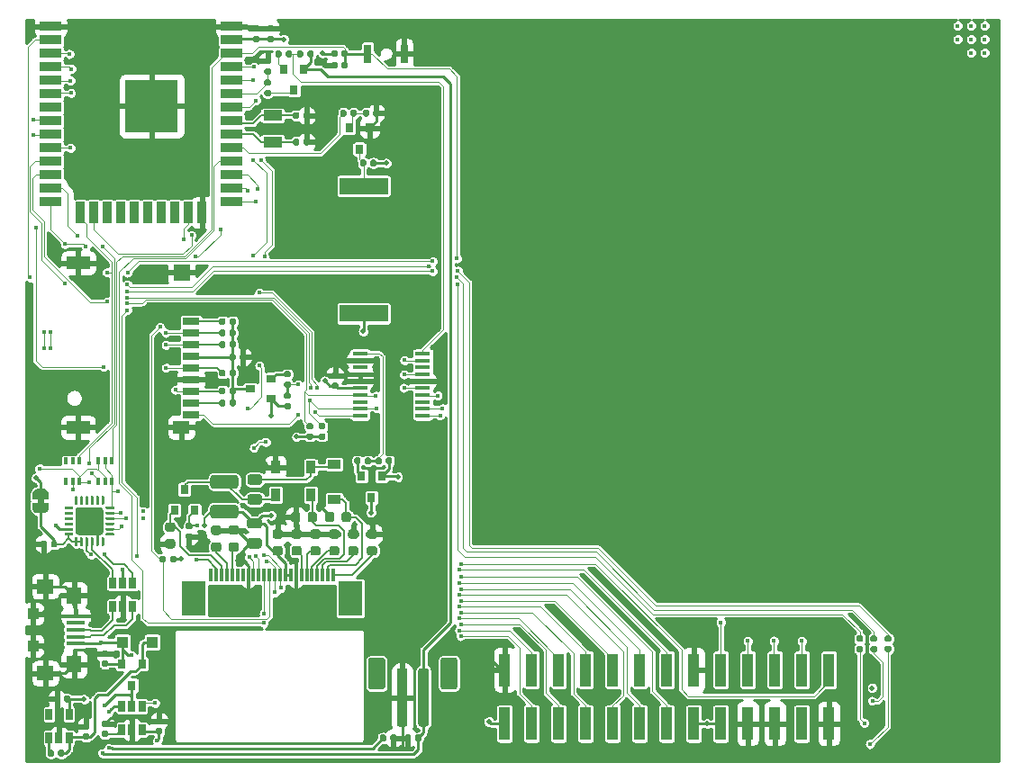
<source format=gbl>
G04 #@! TF.GenerationSoftware,KiCad,Pcbnew,5.99.0-unknown-711fc99~101~ubuntu18.04.1*
G04 #@! TF.CreationDate,2020-06-08T21:24:46+05:30*
G04 #@! TF.ProjectId,paperd.ink_main_pcb,70617065-7264-42e6-996e-6b5f6d61696e,rev?*
G04 #@! TF.SameCoordinates,Original*
G04 #@! TF.FileFunction,Copper,L4,Bot*
G04 #@! TF.FilePolarity,Positive*
%FSLAX46Y46*%
G04 Gerber Fmt 4.6, Leading zero omitted, Abs format (unit mm)*
G04 Created by KiCad (PCBNEW 5.99.0-unknown-711fc99~101~ubuntu18.04.1) date 2020-06-08 21:24:46*
%MOMM*%
%LPD*%
G01*
G04 APERTURE LIST*
G04 #@! TA.AperFunction,SMDPad,CuDef*
%ADD10R,4.600000X1.600000*%
G04 #@! TD*
G04 #@! TA.AperFunction,SMDPad,CuDef*
%ADD11R,2.000000X0.900000*%
G04 #@! TD*
G04 #@! TA.AperFunction,SMDPad,CuDef*
%ADD12R,0.900000X2.000000*%
G04 #@! TD*
G04 #@! TA.AperFunction,SMDPad,CuDef*
%ADD13R,5.000000X5.000000*%
G04 #@! TD*
G04 #@! TA.AperFunction,SMDPad,CuDef*
%ADD14R,2.200000X3.300000*%
G04 #@! TD*
G04 #@! TA.AperFunction,SMDPad,CuDef*
%ADD15R,0.300000X1.300000*%
G04 #@! TD*
G04 #@! TA.AperFunction,SMDPad,CuDef*
%ADD16R,0.650000X1.800000*%
G04 #@! TD*
G04 #@! TA.AperFunction,SMDPad,CuDef*
%ADD17R,1.800000X1.000000*%
G04 #@! TD*
G04 #@! TA.AperFunction,SMDPad,CuDef*
%ADD18R,0.800000X0.900000*%
G04 #@! TD*
G04 #@! TA.AperFunction,SMDPad,CuDef*
%ADD19R,1.450000X0.450000*%
G04 #@! TD*
G04 #@! TA.AperFunction,SMDPad,CuDef*
%ADD20R,1.600000X0.700000*%
G04 #@! TD*
G04 #@! TA.AperFunction,SMDPad,CuDef*
%ADD21R,1.500000X1.200000*%
G04 #@! TD*
G04 #@! TA.AperFunction,SMDPad,CuDef*
%ADD22R,1.500000X1.600000*%
G04 #@! TD*
G04 #@! TA.AperFunction,SMDPad,CuDef*
%ADD23R,2.200000X1.200000*%
G04 #@! TD*
G04 #@! TA.AperFunction,SMDPad,CuDef*
%ADD24R,0.900000X1.200000*%
G04 #@! TD*
G04 #@! TA.AperFunction,SMDPad,CuDef*
%ADD25R,0.650000X1.060000*%
G04 #@! TD*
G04 #@! TA.AperFunction,SMDPad,CuDef*
%ADD26R,0.400000X0.650000*%
G04 #@! TD*
G04 #@! TA.AperFunction,SMDPad,CuDef*
%ADD27R,0.900000X0.800000*%
G04 #@! TD*
G04 #@! TA.AperFunction,SMDPad,CuDef*
%ADD28R,1.000000X1.100000*%
G04 #@! TD*
G04 #@! TA.AperFunction,SMDPad,CuDef*
%ADD29R,1.500000X1.350000*%
G04 #@! TD*
G04 #@! TA.AperFunction,SMDPad,CuDef*
%ADD30R,1.400000X1.500000*%
G04 #@! TD*
G04 #@! TA.AperFunction,SMDPad,CuDef*
%ADD31R,1.800000X0.400000*%
G04 #@! TD*
G04 #@! TA.AperFunction,SMDPad,CuDef*
%ADD32R,1.100000X1.100000*%
G04 #@! TD*
G04 #@! TA.AperFunction,SMDPad,CuDef*
%ADD33R,1.200000X0.900000*%
G04 #@! TD*
G04 #@! TA.AperFunction,SMDPad,CuDef*
%ADD34R,1.000000X3.150000*%
G04 #@! TD*
G04 #@! TA.AperFunction,ViaPad*
%ADD35C,0.450000*%
G04 #@! TD*
G04 #@! TA.AperFunction,ViaPad*
%ADD36C,0.500000*%
G04 #@! TD*
G04 #@! TA.AperFunction,Conductor*
%ADD37C,0.101600*%
G04 #@! TD*
G04 #@! TA.AperFunction,Conductor*
%ADD38C,0.200000*%
G04 #@! TD*
G04 #@! TA.AperFunction,Conductor*
%ADD39C,0.254000*%
G04 #@! TD*
G04 #@! TA.AperFunction,Conductor*
%ADD40C,0.177800*%
G04 #@! TD*
G04 APERTURE END LIST*
G36*
X103980000Y-115730000D02*
G01*
X103380000Y-115730000D01*
X103380000Y-115230000D01*
X103980000Y-115230000D01*
X103980000Y-115730000D01*
G37*
D10*
X134042000Y-85850000D03*
X134042000Y-97840000D03*
D11*
X104630000Y-70815000D03*
X104630000Y-72085000D03*
X104630000Y-73355000D03*
X104630000Y-74625000D03*
X104630000Y-75895000D03*
X104630000Y-77165000D03*
X104630000Y-78435000D03*
X104630000Y-79705000D03*
X104630000Y-80975000D03*
X104630000Y-82245000D03*
X104630000Y-83515000D03*
X104630000Y-84785000D03*
X104630000Y-86055000D03*
X104630000Y-87325000D03*
D12*
X107415000Y-88325000D03*
X108685000Y-88325000D03*
X109955000Y-88325000D03*
X111225000Y-88325000D03*
X112495000Y-88325000D03*
X113765000Y-88325000D03*
X115035000Y-88325000D03*
X116305000Y-88325000D03*
X117575000Y-88325000D03*
X118845000Y-88325000D03*
D11*
X121630000Y-87325000D03*
X121630000Y-86055000D03*
X121630000Y-84785000D03*
X121630000Y-83515000D03*
X121630000Y-82245000D03*
X121630000Y-80975000D03*
X121630000Y-79705000D03*
X121630000Y-78435000D03*
X121630000Y-77165000D03*
X121630000Y-75895000D03*
X121630000Y-74625000D03*
X121630000Y-73355000D03*
X121630000Y-72085000D03*
X121630000Y-70815000D03*
D13*
X114130000Y-78315000D03*
D14*
X132796000Y-124650000D03*
D15*
X119696000Y-122480000D03*
D14*
X118096000Y-124650000D03*
D15*
X120196000Y-122480000D03*
X120696000Y-122480000D03*
X121196000Y-122480000D03*
X121696000Y-122480000D03*
X122196000Y-122480000D03*
X122696000Y-122480000D03*
X123196000Y-122480000D03*
X123696000Y-122480000D03*
X124196000Y-122480000D03*
X124696000Y-122480000D03*
X125196000Y-122480000D03*
X125696000Y-122480000D03*
X126196000Y-122480000D03*
X126696000Y-122480000D03*
X127196000Y-122480000D03*
X127696000Y-122480000D03*
X128196000Y-122480000D03*
X128696000Y-122480000D03*
X129196000Y-122480000D03*
X129696000Y-122480000D03*
X130196000Y-122480000D03*
X130696000Y-122480000D03*
X131196000Y-122480000D03*
D16*
X134425000Y-73390000D03*
X137875000Y-73390000D03*
D17*
X125510000Y-79210000D03*
X125510000Y-81710000D03*
D18*
X117210000Y-114370000D03*
X116260000Y-116370000D03*
X118160000Y-116370000D03*
G04 #@! TA.AperFunction,SMDPad,CuDef*
G36*
G01*
X115603750Y-119070000D02*
X116116250Y-119070000D01*
G75*
G02*
X116335000Y-119288750I0J-218750D01*
G01*
X116335000Y-119726250D01*
G75*
G02*
X116116250Y-119945000I-218750J0D01*
G01*
X115603750Y-119945000D01*
G75*
G02*
X115385000Y-119726250I0J218750D01*
G01*
X115385000Y-119288750D01*
G75*
G02*
X115603750Y-119070000I218750J0D01*
G01*
G37*
G04 #@! TD.AperFunction*
G04 #@! TA.AperFunction,SMDPad,CuDef*
G36*
G01*
X115603750Y-117495000D02*
X116116250Y-117495000D01*
G75*
G02*
X116335000Y-117713750I0J-218750D01*
G01*
X116335000Y-118151250D01*
G75*
G02*
X116116250Y-118370000I-218750J0D01*
G01*
X115603750Y-118370000D01*
G75*
G02*
X115385000Y-118151250I0J218750D01*
G01*
X115385000Y-117713750D01*
G75*
G02*
X115603750Y-117495000I218750J0D01*
G01*
G37*
G04 #@! TD.AperFunction*
G04 #@! TA.AperFunction,SMDPad,CuDef*
G36*
G01*
X125713750Y-119732500D02*
X126226250Y-119732500D01*
G75*
G02*
X126445000Y-119951250I0J-218750D01*
G01*
X126445000Y-120388750D01*
G75*
G02*
X126226250Y-120607500I-218750J0D01*
G01*
X125713750Y-120607500D01*
G75*
G02*
X125495000Y-120388750I0J218750D01*
G01*
X125495000Y-119951250D01*
G75*
G02*
X125713750Y-119732500I218750J0D01*
G01*
G37*
G04 #@! TD.AperFunction*
G04 #@! TA.AperFunction,SMDPad,CuDef*
G36*
G01*
X125713750Y-118157500D02*
X126226250Y-118157500D01*
G75*
G02*
X126445000Y-118376250I0J-218750D01*
G01*
X126445000Y-118813750D01*
G75*
G02*
X126226250Y-119032500I-218750J0D01*
G01*
X125713750Y-119032500D01*
G75*
G02*
X125495000Y-118813750I0J218750D01*
G01*
X125495000Y-118376250D01*
G75*
G02*
X125713750Y-118157500I218750J0D01*
G01*
G37*
G04 #@! TD.AperFunction*
G04 #@! TA.AperFunction,SMDPad,CuDef*
G36*
G01*
X122096250Y-118660000D02*
X121583750Y-118660000D01*
G75*
G02*
X121365000Y-118441250I0J218750D01*
G01*
X121365000Y-118003750D01*
G75*
G02*
X121583750Y-117785000I218750J0D01*
G01*
X122096250Y-117785000D01*
G75*
G02*
X122315000Y-118003750I0J-218750D01*
G01*
X122315000Y-118441250D01*
G75*
G02*
X122096250Y-118660000I-218750J0D01*
G01*
G37*
G04 #@! TD.AperFunction*
G04 #@! TA.AperFunction,SMDPad,CuDef*
G36*
G01*
X122096250Y-120235000D02*
X121583750Y-120235000D01*
G75*
G02*
X121365000Y-120016250I0J218750D01*
G01*
X121365000Y-119578750D01*
G75*
G02*
X121583750Y-119360000I218750J0D01*
G01*
X122096250Y-119360000D01*
G75*
G02*
X122315000Y-119578750I0J-218750D01*
G01*
X122315000Y-120016250D01*
G75*
G02*
X122096250Y-120235000I-218750J0D01*
G01*
G37*
G04 #@! TD.AperFunction*
G04 #@! TA.AperFunction,SMDPad,CuDef*
G36*
G01*
X131548250Y-119032500D02*
X131035750Y-119032500D01*
G75*
G02*
X130817000Y-118813750I0J218750D01*
G01*
X130817000Y-118376250D01*
G75*
G02*
X131035750Y-118157500I218750J0D01*
G01*
X131548250Y-118157500D01*
G75*
G02*
X131767000Y-118376250I0J-218750D01*
G01*
X131767000Y-118813750D01*
G75*
G02*
X131548250Y-119032500I-218750J0D01*
G01*
G37*
G04 #@! TD.AperFunction*
G04 #@! TA.AperFunction,SMDPad,CuDef*
G36*
G01*
X131548250Y-120607500D02*
X131035750Y-120607500D01*
G75*
G02*
X130817000Y-120388750I0J218750D01*
G01*
X130817000Y-119951250D01*
G75*
G02*
X131035750Y-119732500I218750J0D01*
G01*
X131548250Y-119732500D01*
G75*
G02*
X131767000Y-119951250I0J-218750D01*
G01*
X131767000Y-120388750D01*
G75*
G02*
X131548250Y-120607500I-218750J0D01*
G01*
G37*
G04 #@! TD.AperFunction*
G04 #@! TA.AperFunction,SMDPad,CuDef*
G36*
G01*
X128000250Y-119032500D02*
X127487750Y-119032500D01*
G75*
G02*
X127269000Y-118813750I0J218750D01*
G01*
X127269000Y-118376250D01*
G75*
G02*
X127487750Y-118157500I218750J0D01*
G01*
X128000250Y-118157500D01*
G75*
G02*
X128219000Y-118376250I0J-218750D01*
G01*
X128219000Y-118813750D01*
G75*
G02*
X128000250Y-119032500I-218750J0D01*
G01*
G37*
G04 #@! TD.AperFunction*
G04 #@! TA.AperFunction,SMDPad,CuDef*
G36*
G01*
X128000250Y-120607500D02*
X127487750Y-120607500D01*
G75*
G02*
X127269000Y-120388750I0J218750D01*
G01*
X127269000Y-119951250D01*
G75*
G02*
X127487750Y-119732500I218750J0D01*
G01*
X128000250Y-119732500D01*
G75*
G02*
X128219000Y-119951250I0J-218750D01*
G01*
X128219000Y-120388750D01*
G75*
G02*
X128000250Y-120607500I-218750J0D01*
G01*
G37*
G04 #@! TD.AperFunction*
G04 #@! TA.AperFunction,SMDPad,CuDef*
G36*
G01*
X129774250Y-119032500D02*
X129261750Y-119032500D01*
G75*
G02*
X129043000Y-118813750I0J218750D01*
G01*
X129043000Y-118376250D01*
G75*
G02*
X129261750Y-118157500I218750J0D01*
G01*
X129774250Y-118157500D01*
G75*
G02*
X129993000Y-118376250I0J-218750D01*
G01*
X129993000Y-118813750D01*
G75*
G02*
X129774250Y-119032500I-218750J0D01*
G01*
G37*
G04 #@! TD.AperFunction*
G04 #@! TA.AperFunction,SMDPad,CuDef*
G36*
G01*
X129774250Y-120607500D02*
X129261750Y-120607500D01*
G75*
G02*
X129043000Y-120388750I0J218750D01*
G01*
X129043000Y-119951250D01*
G75*
G02*
X129261750Y-119732500I218750J0D01*
G01*
X129774250Y-119732500D01*
G75*
G02*
X129993000Y-119951250I0J-218750D01*
G01*
X129993000Y-120388750D01*
G75*
G02*
X129774250Y-120607500I-218750J0D01*
G01*
G37*
G04 #@! TD.AperFunction*
G04 #@! TA.AperFunction,SMDPad,CuDef*
G36*
G01*
X131980000Y-117246250D02*
X131980000Y-116733750D01*
G75*
G02*
X132198750Y-116515000I218750J0D01*
G01*
X132636250Y-116515000D01*
G75*
G02*
X132855000Y-116733750I0J-218750D01*
G01*
X132855000Y-117246250D01*
G75*
G02*
X132636250Y-117465000I-218750J0D01*
G01*
X132198750Y-117465000D01*
G75*
G02*
X131980000Y-117246250I0J218750D01*
G01*
G37*
G04 #@! TD.AperFunction*
G04 #@! TA.AperFunction,SMDPad,CuDef*
G36*
G01*
X130405000Y-117246250D02*
X130405000Y-116733750D01*
G75*
G02*
X130623750Y-116515000I218750J0D01*
G01*
X131061250Y-116515000D01*
G75*
G02*
X131280000Y-116733750I0J-218750D01*
G01*
X131280000Y-117246250D01*
G75*
G02*
X131061250Y-117465000I-218750J0D01*
G01*
X130623750Y-117465000D01*
G75*
G02*
X130405000Y-117246250I0J218750D01*
G01*
G37*
G04 #@! TD.AperFunction*
G04 #@! TA.AperFunction,SMDPad,CuDef*
G36*
G01*
X128790000Y-117256250D02*
X128790000Y-116743750D01*
G75*
G02*
X129008750Y-116525000I218750J0D01*
G01*
X129446250Y-116525000D01*
G75*
G02*
X129665000Y-116743750I0J-218750D01*
G01*
X129665000Y-117256250D01*
G75*
G02*
X129446250Y-117475000I-218750J0D01*
G01*
X129008750Y-117475000D01*
G75*
G02*
X128790000Y-117256250I0J218750D01*
G01*
G37*
G04 #@! TD.AperFunction*
G04 #@! TA.AperFunction,SMDPad,CuDef*
G36*
G01*
X127215000Y-117256250D02*
X127215000Y-116743750D01*
G75*
G02*
X127433750Y-116525000I218750J0D01*
G01*
X127871250Y-116525000D01*
G75*
G02*
X128090000Y-116743750I0J-218750D01*
G01*
X128090000Y-117256250D01*
G75*
G02*
X127871250Y-117475000I-218750J0D01*
G01*
X127433750Y-117475000D01*
G75*
G02*
X127215000Y-117256250I0J218750D01*
G01*
G37*
G04 #@! TD.AperFunction*
G04 #@! TA.AperFunction,SMDPad,CuDef*
G36*
G01*
X135096250Y-119032500D02*
X134583750Y-119032500D01*
G75*
G02*
X134365000Y-118813750I0J218750D01*
G01*
X134365000Y-118376250D01*
G75*
G02*
X134583750Y-118157500I218750J0D01*
G01*
X135096250Y-118157500D01*
G75*
G02*
X135315000Y-118376250I0J-218750D01*
G01*
X135315000Y-118813750D01*
G75*
G02*
X135096250Y-119032500I-218750J0D01*
G01*
G37*
G04 #@! TD.AperFunction*
G04 #@! TA.AperFunction,SMDPad,CuDef*
G36*
G01*
X135096250Y-120607500D02*
X134583750Y-120607500D01*
G75*
G02*
X134365000Y-120388750I0J218750D01*
G01*
X134365000Y-119951250D01*
G75*
G02*
X134583750Y-119732500I218750J0D01*
G01*
X135096250Y-119732500D01*
G75*
G02*
X135315000Y-119951250I0J-218750D01*
G01*
X135315000Y-120388750D01*
G75*
G02*
X135096250Y-120607500I-218750J0D01*
G01*
G37*
G04 #@! TD.AperFunction*
G04 #@! TA.AperFunction,SMDPad,CuDef*
G36*
G01*
X133322250Y-119032500D02*
X132809750Y-119032500D01*
G75*
G02*
X132591000Y-118813750I0J218750D01*
G01*
X132591000Y-118376250D01*
G75*
G02*
X132809750Y-118157500I218750J0D01*
G01*
X133322250Y-118157500D01*
G75*
G02*
X133541000Y-118376250I0J-218750D01*
G01*
X133541000Y-118813750D01*
G75*
G02*
X133322250Y-119032500I-218750J0D01*
G01*
G37*
G04 #@! TD.AperFunction*
G04 #@! TA.AperFunction,SMDPad,CuDef*
G36*
G01*
X133322250Y-120607500D02*
X132809750Y-120607500D01*
G75*
G02*
X132591000Y-120388750I0J218750D01*
G01*
X132591000Y-119951250D01*
G75*
G02*
X132809750Y-119732500I218750J0D01*
G01*
X133322250Y-119732500D01*
G75*
G02*
X133541000Y-119951250I0J-218750D01*
G01*
X133541000Y-120388750D01*
G75*
G02*
X133322250Y-120607500I-218750J0D01*
G01*
G37*
G04 #@! TD.AperFunction*
G04 #@! TA.AperFunction,SMDPad,CuDef*
G36*
G01*
X120436250Y-118680000D02*
X119923750Y-118680000D01*
G75*
G02*
X119705000Y-118461250I0J218750D01*
G01*
X119705000Y-118023750D01*
G75*
G02*
X119923750Y-117805000I218750J0D01*
G01*
X120436250Y-117805000D01*
G75*
G02*
X120655000Y-118023750I0J-218750D01*
G01*
X120655000Y-118461250D01*
G75*
G02*
X120436250Y-118680000I-218750J0D01*
G01*
G37*
G04 #@! TD.AperFunction*
G04 #@! TA.AperFunction,SMDPad,CuDef*
G36*
G01*
X120436250Y-120255000D02*
X119923750Y-120255000D01*
G75*
G02*
X119705000Y-120036250I0J218750D01*
G01*
X119705000Y-119598750D01*
G75*
G02*
X119923750Y-119380000I218750J0D01*
G01*
X120436250Y-119380000D01*
G75*
G02*
X120655000Y-119598750I0J-218750D01*
G01*
X120655000Y-120036250D01*
G75*
G02*
X120436250Y-120255000I-218750J0D01*
G01*
G37*
G04 #@! TD.AperFunction*
G04 #@! TA.AperFunction,SMDPad,CuDef*
G36*
G01*
X124266250Y-113945000D02*
X123353750Y-113945000D01*
G75*
G02*
X123110000Y-113701250I0J243750D01*
G01*
X123110000Y-113213750D01*
G75*
G02*
X123353750Y-112970000I243750J0D01*
G01*
X124266250Y-112970000D01*
G75*
G02*
X124510000Y-113213750I0J-243750D01*
G01*
X124510000Y-113701250D01*
G75*
G02*
X124266250Y-113945000I-243750J0D01*
G01*
G37*
G04 #@! TD.AperFunction*
G04 #@! TA.AperFunction,SMDPad,CuDef*
G36*
G01*
X124266250Y-115820000D02*
X123353750Y-115820000D01*
G75*
G02*
X123110000Y-115576250I0J243750D01*
G01*
X123110000Y-115088750D01*
G75*
G02*
X123353750Y-114845000I243750J0D01*
G01*
X124266250Y-114845000D01*
G75*
G02*
X124510000Y-115088750I0J-243750D01*
G01*
X124510000Y-115576250D01*
G75*
G02*
X124266250Y-115820000I-243750J0D01*
G01*
G37*
G04 #@! TD.AperFunction*
G04 #@! TA.AperFunction,SMDPad,CuDef*
G36*
G01*
X124236250Y-118075000D02*
X123323750Y-118075000D01*
G75*
G02*
X123080000Y-117831250I0J243750D01*
G01*
X123080000Y-117343750D01*
G75*
G02*
X123323750Y-117100000I243750J0D01*
G01*
X124236250Y-117100000D01*
G75*
G02*
X124480000Y-117343750I0J-243750D01*
G01*
X124480000Y-117831250D01*
G75*
G02*
X124236250Y-118075000I-243750J0D01*
G01*
G37*
G04 #@! TD.AperFunction*
G04 #@! TA.AperFunction,SMDPad,CuDef*
G36*
G01*
X124236250Y-119950000D02*
X123323750Y-119950000D01*
G75*
G02*
X123080000Y-119706250I0J243750D01*
G01*
X123080000Y-119218750D01*
G75*
G02*
X123323750Y-118975000I243750J0D01*
G01*
X124236250Y-118975000D01*
G75*
G02*
X124480000Y-119218750I0J-243750D01*
G01*
X124480000Y-119706250D01*
G75*
G02*
X124236250Y-119950000I-243750J0D01*
G01*
G37*
G04 #@! TD.AperFunction*
G04 #@! TA.AperFunction,SMDPad,CuDef*
G36*
G01*
X131197500Y-104340000D02*
X131542500Y-104340000D01*
G75*
G02*
X131690000Y-104487500I0J-147500D01*
G01*
X131690000Y-104782500D01*
G75*
G02*
X131542500Y-104930000I-147500J0D01*
G01*
X131197500Y-104930000D01*
G75*
G02*
X131050000Y-104782500I0J147500D01*
G01*
X131050000Y-104487500D01*
G75*
G02*
X131197500Y-104340000I147500J0D01*
G01*
G37*
G04 #@! TD.AperFunction*
G04 #@! TA.AperFunction,SMDPad,CuDef*
G36*
G01*
X131197500Y-103370000D02*
X131542500Y-103370000D01*
G75*
G02*
X131690000Y-103517500I0J-147500D01*
G01*
X131690000Y-103812500D01*
G75*
G02*
X131542500Y-103960000I-147500J0D01*
G01*
X131197500Y-103960000D01*
G75*
G02*
X131050000Y-103812500I0J147500D01*
G01*
X131050000Y-103517500D01*
G75*
G02*
X131197500Y-103370000I147500J0D01*
G01*
G37*
G04 #@! TD.AperFunction*
D19*
X139610000Y-107455000D03*
X139610000Y-106805000D03*
X139610000Y-106155000D03*
X139610000Y-105505000D03*
X139610000Y-104855000D03*
X139610000Y-104205000D03*
X139610000Y-103555000D03*
X139610000Y-102905000D03*
X139610000Y-102255000D03*
X139610000Y-101605000D03*
X133710000Y-101605000D03*
X133710000Y-102255000D03*
X133710000Y-102905000D03*
X133710000Y-103555000D03*
X133710000Y-104205000D03*
X133710000Y-104855000D03*
X133710000Y-105505000D03*
X133710000Y-106155000D03*
X133710000Y-106805000D03*
X133710000Y-107455000D03*
D20*
X117810000Y-100756000D03*
X117810000Y-99656000D03*
X117810000Y-98556000D03*
X117810000Y-101856000D03*
X117810000Y-102956000D03*
X117810000Y-104056000D03*
X117810000Y-106256000D03*
X117810000Y-105156000D03*
X117810000Y-107356000D03*
D21*
X116910000Y-108556000D03*
D22*
X116940000Y-93986000D03*
D23*
X107220000Y-108556000D03*
X107230000Y-93076000D03*
G04 #@! TA.AperFunction,SMDPad,CuDef*
G36*
G01*
X128385000Y-81872500D02*
X128385000Y-81527500D01*
G75*
G02*
X128532500Y-81380000I147500J0D01*
G01*
X128827500Y-81380000D01*
G75*
G02*
X128975000Y-81527500I0J-147500D01*
G01*
X128975000Y-81872500D01*
G75*
G02*
X128827500Y-82020000I-147500J0D01*
G01*
X128532500Y-82020000D01*
G75*
G02*
X128385000Y-81872500I0J147500D01*
G01*
G37*
G04 #@! TD.AperFunction*
G04 #@! TA.AperFunction,SMDPad,CuDef*
G36*
G01*
X127415000Y-81872500D02*
X127415000Y-81527500D01*
G75*
G02*
X127562500Y-81380000I147500J0D01*
G01*
X127857500Y-81380000D01*
G75*
G02*
X128005000Y-81527500I0J-147500D01*
G01*
X128005000Y-81872500D01*
G75*
G02*
X127857500Y-82020000I-147500J0D01*
G01*
X127562500Y-82020000D01*
G75*
G02*
X127415000Y-81872500I0J147500D01*
G01*
G37*
G04 #@! TD.AperFunction*
D24*
X129060000Y-112310000D03*
X125760000Y-112310000D03*
G04 #@! TA.AperFunction,SMDPad,CuDef*
G36*
G01*
X110557500Y-118755000D02*
X109857500Y-118755000D01*
G75*
G02*
X109795000Y-118692500I0J62500D01*
G01*
X109795000Y-118567500D01*
G75*
G02*
X109857500Y-118505000I62500J0D01*
G01*
X110557500Y-118505000D01*
G75*
G02*
X110620000Y-118567500I0J-62500D01*
G01*
X110620000Y-118692500D01*
G75*
G02*
X110557500Y-118755000I-62500J0D01*
G01*
G37*
G04 #@! TD.AperFunction*
G04 #@! TA.AperFunction,SMDPad,CuDef*
G36*
G01*
X110557500Y-118255000D02*
X109857500Y-118255000D01*
G75*
G02*
X109795000Y-118192500I0J62500D01*
G01*
X109795000Y-118067500D01*
G75*
G02*
X109857500Y-118005000I62500J0D01*
G01*
X110557500Y-118005000D01*
G75*
G02*
X110620000Y-118067500I0J-62500D01*
G01*
X110620000Y-118192500D01*
G75*
G02*
X110557500Y-118255000I-62500J0D01*
G01*
G37*
G04 #@! TD.AperFunction*
G04 #@! TA.AperFunction,SMDPad,CuDef*
G36*
G01*
X110557500Y-117755000D02*
X109857500Y-117755000D01*
G75*
G02*
X109795000Y-117692500I0J62500D01*
G01*
X109795000Y-117567500D01*
G75*
G02*
X109857500Y-117505000I62500J0D01*
G01*
X110557500Y-117505000D01*
G75*
G02*
X110620000Y-117567500I0J-62500D01*
G01*
X110620000Y-117692500D01*
G75*
G02*
X110557500Y-117755000I-62500J0D01*
G01*
G37*
G04 #@! TD.AperFunction*
G04 #@! TA.AperFunction,SMDPad,CuDef*
G36*
G01*
X110557500Y-117255000D02*
X109857500Y-117255000D01*
G75*
G02*
X109795000Y-117192500I0J62500D01*
G01*
X109795000Y-117067500D01*
G75*
G02*
X109857500Y-117005000I62500J0D01*
G01*
X110557500Y-117005000D01*
G75*
G02*
X110620000Y-117067500I0J-62500D01*
G01*
X110620000Y-117192500D01*
G75*
G02*
X110557500Y-117255000I-62500J0D01*
G01*
G37*
G04 #@! TD.AperFunction*
G04 #@! TA.AperFunction,SMDPad,CuDef*
G36*
G01*
X110557500Y-116755000D02*
X109857500Y-116755000D01*
G75*
G02*
X109795000Y-116692500I0J62500D01*
G01*
X109795000Y-116567500D01*
G75*
G02*
X109857500Y-116505000I62500J0D01*
G01*
X110557500Y-116505000D01*
G75*
G02*
X110620000Y-116567500I0J-62500D01*
G01*
X110620000Y-116692500D01*
G75*
G02*
X110557500Y-116755000I-62500J0D01*
G01*
G37*
G04 #@! TD.AperFunction*
G04 #@! TA.AperFunction,SMDPad,CuDef*
G36*
G01*
X110557500Y-116255000D02*
X109857500Y-116255000D01*
G75*
G02*
X109795000Y-116192500I0J62500D01*
G01*
X109795000Y-116067500D01*
G75*
G02*
X109857500Y-116005000I62500J0D01*
G01*
X110557500Y-116005000D01*
G75*
G02*
X110620000Y-116067500I0J-62500D01*
G01*
X110620000Y-116192500D01*
G75*
G02*
X110557500Y-116255000I-62500J0D01*
G01*
G37*
G04 #@! TD.AperFunction*
G04 #@! TA.AperFunction,SMDPad,CuDef*
G36*
G01*
X109582500Y-115855000D02*
X109457500Y-115855000D01*
G75*
G02*
X109395000Y-115792500I0J62500D01*
G01*
X109395000Y-115092500D01*
G75*
G02*
X109457500Y-115030000I62500J0D01*
G01*
X109582500Y-115030000D01*
G75*
G02*
X109645000Y-115092500I0J-62500D01*
G01*
X109645000Y-115792500D01*
G75*
G02*
X109582500Y-115855000I-62500J0D01*
G01*
G37*
G04 #@! TD.AperFunction*
G04 #@! TA.AperFunction,SMDPad,CuDef*
G36*
G01*
X109082500Y-115855000D02*
X108957500Y-115855000D01*
G75*
G02*
X108895000Y-115792500I0J62500D01*
G01*
X108895000Y-115092500D01*
G75*
G02*
X108957500Y-115030000I62500J0D01*
G01*
X109082500Y-115030000D01*
G75*
G02*
X109145000Y-115092500I0J-62500D01*
G01*
X109145000Y-115792500D01*
G75*
G02*
X109082500Y-115855000I-62500J0D01*
G01*
G37*
G04 #@! TD.AperFunction*
G04 #@! TA.AperFunction,SMDPad,CuDef*
G36*
G01*
X108582500Y-115855000D02*
X108457500Y-115855000D01*
G75*
G02*
X108395000Y-115792500I0J62500D01*
G01*
X108395000Y-115092500D01*
G75*
G02*
X108457500Y-115030000I62500J0D01*
G01*
X108582500Y-115030000D01*
G75*
G02*
X108645000Y-115092500I0J-62500D01*
G01*
X108645000Y-115792500D01*
G75*
G02*
X108582500Y-115855000I-62500J0D01*
G01*
G37*
G04 #@! TD.AperFunction*
G04 #@! TA.AperFunction,SMDPad,CuDef*
G36*
G01*
X108082500Y-115855000D02*
X107957500Y-115855000D01*
G75*
G02*
X107895000Y-115792500I0J62500D01*
G01*
X107895000Y-115092500D01*
G75*
G02*
X107957500Y-115030000I62500J0D01*
G01*
X108082500Y-115030000D01*
G75*
G02*
X108145000Y-115092500I0J-62500D01*
G01*
X108145000Y-115792500D01*
G75*
G02*
X108082500Y-115855000I-62500J0D01*
G01*
G37*
G04 #@! TD.AperFunction*
G04 #@! TA.AperFunction,SMDPad,CuDef*
G36*
G01*
X107582500Y-115855000D02*
X107457500Y-115855000D01*
G75*
G02*
X107395000Y-115792500I0J62500D01*
G01*
X107395000Y-115092500D01*
G75*
G02*
X107457500Y-115030000I62500J0D01*
G01*
X107582500Y-115030000D01*
G75*
G02*
X107645000Y-115092500I0J-62500D01*
G01*
X107645000Y-115792500D01*
G75*
G02*
X107582500Y-115855000I-62500J0D01*
G01*
G37*
G04 #@! TD.AperFunction*
G04 #@! TA.AperFunction,SMDPad,CuDef*
G36*
G01*
X107082500Y-115855000D02*
X106957500Y-115855000D01*
G75*
G02*
X106895000Y-115792500I0J62500D01*
G01*
X106895000Y-115092500D01*
G75*
G02*
X106957500Y-115030000I62500J0D01*
G01*
X107082500Y-115030000D01*
G75*
G02*
X107145000Y-115092500I0J-62500D01*
G01*
X107145000Y-115792500D01*
G75*
G02*
X107082500Y-115855000I-62500J0D01*
G01*
G37*
G04 #@! TD.AperFunction*
G04 #@! TA.AperFunction,SMDPad,CuDef*
G36*
G01*
X106682500Y-116255000D02*
X105982500Y-116255000D01*
G75*
G02*
X105920000Y-116192500I0J62500D01*
G01*
X105920000Y-116067500D01*
G75*
G02*
X105982500Y-116005000I62500J0D01*
G01*
X106682500Y-116005000D01*
G75*
G02*
X106745000Y-116067500I0J-62500D01*
G01*
X106745000Y-116192500D01*
G75*
G02*
X106682500Y-116255000I-62500J0D01*
G01*
G37*
G04 #@! TD.AperFunction*
G04 #@! TA.AperFunction,SMDPad,CuDef*
G36*
G01*
X106682500Y-116755000D02*
X105982500Y-116755000D01*
G75*
G02*
X105920000Y-116692500I0J62500D01*
G01*
X105920000Y-116567500D01*
G75*
G02*
X105982500Y-116505000I62500J0D01*
G01*
X106682500Y-116505000D01*
G75*
G02*
X106745000Y-116567500I0J-62500D01*
G01*
X106745000Y-116692500D01*
G75*
G02*
X106682500Y-116755000I-62500J0D01*
G01*
G37*
G04 #@! TD.AperFunction*
G04 #@! TA.AperFunction,SMDPad,CuDef*
G36*
G01*
X106682500Y-117255000D02*
X105982500Y-117255000D01*
G75*
G02*
X105920000Y-117192500I0J62500D01*
G01*
X105920000Y-117067500D01*
G75*
G02*
X105982500Y-117005000I62500J0D01*
G01*
X106682500Y-117005000D01*
G75*
G02*
X106745000Y-117067500I0J-62500D01*
G01*
X106745000Y-117192500D01*
G75*
G02*
X106682500Y-117255000I-62500J0D01*
G01*
G37*
G04 #@! TD.AperFunction*
G04 #@! TA.AperFunction,SMDPad,CuDef*
G36*
G01*
X106682500Y-117755000D02*
X105982500Y-117755000D01*
G75*
G02*
X105920000Y-117692500I0J62500D01*
G01*
X105920000Y-117567500D01*
G75*
G02*
X105982500Y-117505000I62500J0D01*
G01*
X106682500Y-117505000D01*
G75*
G02*
X106745000Y-117567500I0J-62500D01*
G01*
X106745000Y-117692500D01*
G75*
G02*
X106682500Y-117755000I-62500J0D01*
G01*
G37*
G04 #@! TD.AperFunction*
G04 #@! TA.AperFunction,SMDPad,CuDef*
G36*
G01*
X106682500Y-118255000D02*
X105982500Y-118255000D01*
G75*
G02*
X105920000Y-118192500I0J62500D01*
G01*
X105920000Y-118067500D01*
G75*
G02*
X105982500Y-118005000I62500J0D01*
G01*
X106682500Y-118005000D01*
G75*
G02*
X106745000Y-118067500I0J-62500D01*
G01*
X106745000Y-118192500D01*
G75*
G02*
X106682500Y-118255000I-62500J0D01*
G01*
G37*
G04 #@! TD.AperFunction*
G04 #@! TA.AperFunction,SMDPad,CuDef*
G36*
G01*
X106682500Y-118755000D02*
X105982500Y-118755000D01*
G75*
G02*
X105920000Y-118692500I0J62500D01*
G01*
X105920000Y-118567500D01*
G75*
G02*
X105982500Y-118505000I62500J0D01*
G01*
X106682500Y-118505000D01*
G75*
G02*
X106745000Y-118567500I0J-62500D01*
G01*
X106745000Y-118692500D01*
G75*
G02*
X106682500Y-118755000I-62500J0D01*
G01*
G37*
G04 #@! TD.AperFunction*
G04 #@! TA.AperFunction,SMDPad,CuDef*
G36*
G01*
X107082500Y-119730000D02*
X106957500Y-119730000D01*
G75*
G02*
X106895000Y-119667500I0J62500D01*
G01*
X106895000Y-118967500D01*
G75*
G02*
X106957500Y-118905000I62500J0D01*
G01*
X107082500Y-118905000D01*
G75*
G02*
X107145000Y-118967500I0J-62500D01*
G01*
X107145000Y-119667500D01*
G75*
G02*
X107082500Y-119730000I-62500J0D01*
G01*
G37*
G04 #@! TD.AperFunction*
G04 #@! TA.AperFunction,SMDPad,CuDef*
G36*
G01*
X107582500Y-119730000D02*
X107457500Y-119730000D01*
G75*
G02*
X107395000Y-119667500I0J62500D01*
G01*
X107395000Y-118967500D01*
G75*
G02*
X107457500Y-118905000I62500J0D01*
G01*
X107582500Y-118905000D01*
G75*
G02*
X107645000Y-118967500I0J-62500D01*
G01*
X107645000Y-119667500D01*
G75*
G02*
X107582500Y-119730000I-62500J0D01*
G01*
G37*
G04 #@! TD.AperFunction*
G04 #@! TA.AperFunction,SMDPad,CuDef*
G36*
G01*
X108082500Y-119730000D02*
X107957500Y-119730000D01*
G75*
G02*
X107895000Y-119667500I0J62500D01*
G01*
X107895000Y-118967500D01*
G75*
G02*
X107957500Y-118905000I62500J0D01*
G01*
X108082500Y-118905000D01*
G75*
G02*
X108145000Y-118967500I0J-62500D01*
G01*
X108145000Y-119667500D01*
G75*
G02*
X108082500Y-119730000I-62500J0D01*
G01*
G37*
G04 #@! TD.AperFunction*
G04 #@! TA.AperFunction,SMDPad,CuDef*
G36*
G01*
X108582500Y-119730000D02*
X108457500Y-119730000D01*
G75*
G02*
X108395000Y-119667500I0J62500D01*
G01*
X108395000Y-118967500D01*
G75*
G02*
X108457500Y-118905000I62500J0D01*
G01*
X108582500Y-118905000D01*
G75*
G02*
X108645000Y-118967500I0J-62500D01*
G01*
X108645000Y-119667500D01*
G75*
G02*
X108582500Y-119730000I-62500J0D01*
G01*
G37*
G04 #@! TD.AperFunction*
G04 #@! TA.AperFunction,SMDPad,CuDef*
G36*
G01*
X109082500Y-119730000D02*
X108957500Y-119730000D01*
G75*
G02*
X108895000Y-119667500I0J62500D01*
G01*
X108895000Y-118967500D01*
G75*
G02*
X108957500Y-118905000I62500J0D01*
G01*
X109082500Y-118905000D01*
G75*
G02*
X109145000Y-118967500I0J-62500D01*
G01*
X109145000Y-119667500D01*
G75*
G02*
X109082500Y-119730000I-62500J0D01*
G01*
G37*
G04 #@! TD.AperFunction*
G04 #@! TA.AperFunction,SMDPad,CuDef*
G36*
G01*
X109582500Y-119730000D02*
X109457500Y-119730000D01*
G75*
G02*
X109395000Y-119667500I0J62500D01*
G01*
X109395000Y-118967500D01*
G75*
G02*
X109457500Y-118905000I62500J0D01*
G01*
X109582500Y-118905000D01*
G75*
G02*
X109645000Y-118967500I0J-62500D01*
G01*
X109645000Y-119667500D01*
G75*
G02*
X109582500Y-119730000I-62500J0D01*
G01*
G37*
G04 #@! TD.AperFunction*
G04 #@! TA.AperFunction,SMDPad,CuDef*
G36*
G01*
X109320000Y-118680000D02*
X107220000Y-118680000D01*
G75*
G02*
X106970000Y-118430000I0J250000D01*
G01*
X106970000Y-116330000D01*
G75*
G02*
X107220000Y-116080000I250000J0D01*
G01*
X109320000Y-116080000D01*
G75*
G02*
X109570000Y-116330000I0J-250000D01*
G01*
X109570000Y-118430000D01*
G75*
G02*
X109320000Y-118680000I-250000J0D01*
G01*
G37*
G04 #@! TD.AperFunction*
D25*
X111400000Y-123230000D03*
X112350000Y-123230000D03*
X110450000Y-123230000D03*
X110450000Y-125430000D03*
X111400000Y-125430000D03*
X112350000Y-125430000D03*
X112268000Y-136990000D03*
X111318000Y-136990000D03*
X113218000Y-136990000D03*
X113218000Y-134790000D03*
X112268000Y-134790000D03*
X111318000Y-134790000D03*
X106360000Y-135552000D03*
X104460000Y-135552000D03*
X104460000Y-137752000D03*
X105410000Y-137752000D03*
X106360000Y-137752000D03*
G04 #@! TA.AperFunction,SMDPad,CuDef*
G36*
G01*
X136551000Y-137954500D02*
X136551000Y-137609500D01*
G75*
G02*
X136698500Y-137462000I147500J0D01*
G01*
X136993500Y-137462000D01*
G75*
G02*
X137141000Y-137609500I0J-147500D01*
G01*
X137141000Y-137954500D01*
G75*
G02*
X136993500Y-138102000I-147500J0D01*
G01*
X136698500Y-138102000D01*
G75*
G02*
X136551000Y-137954500I0J147500D01*
G01*
G37*
G04 #@! TD.AperFunction*
G04 #@! TA.AperFunction,SMDPad,CuDef*
G36*
G01*
X135581000Y-137954500D02*
X135581000Y-137609500D01*
G75*
G02*
X135728500Y-137462000I147500J0D01*
G01*
X136023500Y-137462000D01*
G75*
G02*
X136171000Y-137609500I0J-147500D01*
G01*
X136171000Y-137954500D01*
G75*
G02*
X136023500Y-138102000I-147500J0D01*
G01*
X135728500Y-138102000D01*
G75*
G02*
X135581000Y-137954500I0J147500D01*
G01*
G37*
G04 #@! TD.AperFunction*
G04 #@! TA.AperFunction,SMDPad,CuDef*
G36*
G01*
X134945000Y-79162500D02*
X134945000Y-78817500D01*
G75*
G02*
X135092500Y-78670000I147500J0D01*
G01*
X135387500Y-78670000D01*
G75*
G02*
X135535000Y-78817500I0J-147500D01*
G01*
X135535000Y-79162500D01*
G75*
G02*
X135387500Y-79310000I-147500J0D01*
G01*
X135092500Y-79310000D01*
G75*
G02*
X134945000Y-79162500I0J147500D01*
G01*
G37*
G04 #@! TD.AperFunction*
G04 #@! TA.AperFunction,SMDPad,CuDef*
G36*
G01*
X133975000Y-79162500D02*
X133975000Y-78817500D01*
G75*
G02*
X134122500Y-78670000I147500J0D01*
G01*
X134417500Y-78670000D01*
G75*
G02*
X134565000Y-78817500I0J-147500D01*
G01*
X134565000Y-79162500D01*
G75*
G02*
X134417500Y-79310000I-147500J0D01*
G01*
X134122500Y-79310000D01*
G75*
G02*
X133975000Y-79162500I0J147500D01*
G01*
G37*
G04 #@! TD.AperFunction*
G04 #@! TA.AperFunction,SMDPad,CuDef*
G36*
G01*
X132430000Y-78817500D02*
X132430000Y-79162500D01*
G75*
G02*
X132282500Y-79310000I-147500J0D01*
G01*
X131987500Y-79310000D01*
G75*
G02*
X131840000Y-79162500I0J147500D01*
G01*
X131840000Y-78817500D01*
G75*
G02*
X131987500Y-78670000I147500J0D01*
G01*
X132282500Y-78670000D01*
G75*
G02*
X132430000Y-78817500I0J-147500D01*
G01*
G37*
G04 #@! TD.AperFunction*
G04 #@! TA.AperFunction,SMDPad,CuDef*
G36*
G01*
X133400000Y-78817500D02*
X133400000Y-79162500D01*
G75*
G02*
X133252500Y-79310000I-147500J0D01*
G01*
X132957500Y-79310000D01*
G75*
G02*
X132810000Y-79162500I0J147500D01*
G01*
X132810000Y-78817500D01*
G75*
G02*
X132957500Y-78670000I147500J0D01*
G01*
X133252500Y-78670000D01*
G75*
G02*
X133400000Y-78817500I0J-147500D01*
G01*
G37*
G04 #@! TD.AperFunction*
G04 #@! TA.AperFunction,SMDPad,CuDef*
G36*
G01*
X134285000Y-83507500D02*
X134285000Y-83852500D01*
G75*
G02*
X134137500Y-84000000I-147500J0D01*
G01*
X133842500Y-84000000D01*
G75*
G02*
X133695000Y-83852500I0J147500D01*
G01*
X133695000Y-83507500D01*
G75*
G02*
X133842500Y-83360000I147500J0D01*
G01*
X134137500Y-83360000D01*
G75*
G02*
X134285000Y-83507500I0J-147500D01*
G01*
G37*
G04 #@! TD.AperFunction*
G04 #@! TA.AperFunction,SMDPad,CuDef*
G36*
G01*
X135255000Y-83507500D02*
X135255000Y-83852500D01*
G75*
G02*
X135107500Y-84000000I-147500J0D01*
G01*
X134812500Y-84000000D01*
G75*
G02*
X134665000Y-83852500I0J147500D01*
G01*
X134665000Y-83507500D01*
G75*
G02*
X134812500Y-83360000I147500J0D01*
G01*
X135107500Y-83360000D01*
G75*
G02*
X135255000Y-83507500I0J-147500D01*
G01*
G37*
G04 #@! TD.AperFunction*
G04 #@! TA.AperFunction,SMDPad,CuDef*
G36*
G01*
X131980000Y-73562500D02*
X131980000Y-73217500D01*
G75*
G02*
X132127500Y-73070000I147500J0D01*
G01*
X132422500Y-73070000D01*
G75*
G02*
X132570000Y-73217500I0J-147500D01*
G01*
X132570000Y-73562500D01*
G75*
G02*
X132422500Y-73710000I-147500J0D01*
G01*
X132127500Y-73710000D01*
G75*
G02*
X131980000Y-73562500I0J147500D01*
G01*
G37*
G04 #@! TD.AperFunction*
G04 #@! TA.AperFunction,SMDPad,CuDef*
G36*
G01*
X131010000Y-73562500D02*
X131010000Y-73217500D01*
G75*
G02*
X131157500Y-73070000I147500J0D01*
G01*
X131452500Y-73070000D01*
G75*
G02*
X131600000Y-73217500I0J-147500D01*
G01*
X131600000Y-73562500D01*
G75*
G02*
X131452500Y-73710000I-147500J0D01*
G01*
X131157500Y-73710000D01*
G75*
G02*
X131010000Y-73562500I0J147500D01*
G01*
G37*
G04 #@! TD.AperFunction*
G04 #@! TA.AperFunction,SMDPad,CuDef*
G36*
G01*
X183167500Y-129120000D02*
X183512500Y-129120000D01*
G75*
G02*
X183660000Y-129267500I0J-147500D01*
G01*
X183660000Y-129562500D01*
G75*
G02*
X183512500Y-129710000I-147500J0D01*
G01*
X183167500Y-129710000D01*
G75*
G02*
X183020000Y-129562500I0J147500D01*
G01*
X183020000Y-129267500D01*
G75*
G02*
X183167500Y-129120000I147500J0D01*
G01*
G37*
G04 #@! TD.AperFunction*
G04 #@! TA.AperFunction,SMDPad,CuDef*
G36*
G01*
X183167500Y-128150000D02*
X183512500Y-128150000D01*
G75*
G02*
X183660000Y-128297500I0J-147500D01*
G01*
X183660000Y-128592500D01*
G75*
G02*
X183512500Y-128740000I-147500J0D01*
G01*
X183167500Y-128740000D01*
G75*
G02*
X183020000Y-128592500I0J147500D01*
G01*
X183020000Y-128297500D01*
G75*
G02*
X183167500Y-128150000I147500J0D01*
G01*
G37*
G04 #@! TD.AperFunction*
G04 #@! TA.AperFunction,SMDPad,CuDef*
G36*
G01*
X180517500Y-129120000D02*
X180862500Y-129120000D01*
G75*
G02*
X181010000Y-129267500I0J-147500D01*
G01*
X181010000Y-129562500D01*
G75*
G02*
X180862500Y-129710000I-147500J0D01*
G01*
X180517500Y-129710000D01*
G75*
G02*
X180370000Y-129562500I0J147500D01*
G01*
X180370000Y-129267500D01*
G75*
G02*
X180517500Y-129120000I147500J0D01*
G01*
G37*
G04 #@! TD.AperFunction*
G04 #@! TA.AperFunction,SMDPad,CuDef*
G36*
G01*
X180517500Y-128150000D02*
X180862500Y-128150000D01*
G75*
G02*
X181010000Y-128297500I0J-147500D01*
G01*
X181010000Y-128592500D01*
G75*
G02*
X180862500Y-128740000I-147500J0D01*
G01*
X180517500Y-128740000D01*
G75*
G02*
X180370000Y-128592500I0J147500D01*
G01*
X180370000Y-128297500D01*
G75*
G02*
X180517500Y-128150000I147500J0D01*
G01*
G37*
G04 #@! TD.AperFunction*
G04 #@! TA.AperFunction,SMDPad,CuDef*
G36*
G01*
X181842500Y-129120000D02*
X182187500Y-129120000D01*
G75*
G02*
X182335000Y-129267500I0J-147500D01*
G01*
X182335000Y-129562500D01*
G75*
G02*
X182187500Y-129710000I-147500J0D01*
G01*
X181842500Y-129710000D01*
G75*
G02*
X181695000Y-129562500I0J147500D01*
G01*
X181695000Y-129267500D01*
G75*
G02*
X181842500Y-129120000I147500J0D01*
G01*
G37*
G04 #@! TD.AperFunction*
G04 #@! TA.AperFunction,SMDPad,CuDef*
G36*
G01*
X181842500Y-128150000D02*
X182187500Y-128150000D01*
G75*
G02*
X182335000Y-128297500I0J-147500D01*
G01*
X182335000Y-128592500D01*
G75*
G02*
X182187500Y-128740000I-147500J0D01*
G01*
X181842500Y-128740000D01*
G75*
G02*
X181695000Y-128592500I0J147500D01*
G01*
X181695000Y-128297500D01*
G75*
G02*
X181842500Y-128150000I147500J0D01*
G01*
G37*
G04 #@! TD.AperFunction*
G04 #@! TA.AperFunction,SMDPad,CuDef*
G36*
G01*
X126717500Y-104235000D02*
X127062500Y-104235000D01*
G75*
G02*
X127210000Y-104382500I0J-147500D01*
G01*
X127210000Y-104677500D01*
G75*
G02*
X127062500Y-104825000I-147500J0D01*
G01*
X126717500Y-104825000D01*
G75*
G02*
X126570000Y-104677500I0J147500D01*
G01*
X126570000Y-104382500D01*
G75*
G02*
X126717500Y-104235000I147500J0D01*
G01*
G37*
G04 #@! TD.AperFunction*
G04 #@! TA.AperFunction,SMDPad,CuDef*
G36*
G01*
X126717500Y-103265000D02*
X127062500Y-103265000D01*
G75*
G02*
X127210000Y-103412500I0J-147500D01*
G01*
X127210000Y-103707500D01*
G75*
G02*
X127062500Y-103855000I-147500J0D01*
G01*
X126717500Y-103855000D01*
G75*
G02*
X126570000Y-103707500I0J147500D01*
G01*
X126570000Y-103412500D01*
G75*
G02*
X126717500Y-103265000I147500J0D01*
G01*
G37*
G04 #@! TD.AperFunction*
G04 #@! TA.AperFunction,SMDPad,CuDef*
G36*
G01*
X126717500Y-106260000D02*
X127062500Y-106260000D01*
G75*
G02*
X127210000Y-106407500I0J-147500D01*
G01*
X127210000Y-106702500D01*
G75*
G02*
X127062500Y-106850000I-147500J0D01*
G01*
X126717500Y-106850000D01*
G75*
G02*
X126570000Y-106702500I0J147500D01*
G01*
X126570000Y-106407500D01*
G75*
G02*
X126717500Y-106260000I147500J0D01*
G01*
G37*
G04 #@! TD.AperFunction*
G04 #@! TA.AperFunction,SMDPad,CuDef*
G36*
G01*
X126717500Y-105290000D02*
X127062500Y-105290000D01*
G75*
G02*
X127210000Y-105437500I0J-147500D01*
G01*
X127210000Y-105732500D01*
G75*
G02*
X127062500Y-105880000I-147500J0D01*
G01*
X126717500Y-105880000D01*
G75*
G02*
X126570000Y-105732500I0J147500D01*
G01*
X126570000Y-105437500D01*
G75*
G02*
X126717500Y-105290000I147500J0D01*
G01*
G37*
G04 #@! TD.AperFunction*
G04 #@! TA.AperFunction,SMDPad,CuDef*
G36*
G01*
X128824501Y-109115000D02*
X129169501Y-109115000D01*
G75*
G02*
X129317001Y-109262500I0J-147500D01*
G01*
X129317001Y-109557500D01*
G75*
G02*
X129169501Y-109705000I-147500J0D01*
G01*
X128824501Y-109705000D01*
G75*
G02*
X128677001Y-109557500I0J147500D01*
G01*
X128677001Y-109262500D01*
G75*
G02*
X128824501Y-109115000I147500J0D01*
G01*
G37*
G04 #@! TD.AperFunction*
G04 #@! TA.AperFunction,SMDPad,CuDef*
G36*
G01*
X128824501Y-108145000D02*
X129169501Y-108145000D01*
G75*
G02*
X129317001Y-108292500I0J-147500D01*
G01*
X129317001Y-108587500D01*
G75*
G02*
X129169501Y-108735000I-147500J0D01*
G01*
X128824501Y-108735000D01*
G75*
G02*
X128677001Y-108587500I0J147500D01*
G01*
X128677001Y-108292500D01*
G75*
G02*
X128824501Y-108145000I147500J0D01*
G01*
G37*
G04 #@! TD.AperFunction*
G04 #@! TA.AperFunction,SMDPad,CuDef*
G36*
G01*
X129967500Y-109115000D02*
X130312500Y-109115000D01*
G75*
G02*
X130460000Y-109262500I0J-147500D01*
G01*
X130460000Y-109557500D01*
G75*
G02*
X130312500Y-109705000I-147500J0D01*
G01*
X129967500Y-109705000D01*
G75*
G02*
X129820000Y-109557500I0J147500D01*
G01*
X129820000Y-109262500D01*
G75*
G02*
X129967500Y-109115000I147500J0D01*
G01*
G37*
G04 #@! TD.AperFunction*
G04 #@! TA.AperFunction,SMDPad,CuDef*
G36*
G01*
X129967500Y-108145000D02*
X130312500Y-108145000D01*
G75*
G02*
X130460000Y-108292500I0J-147500D01*
G01*
X130460000Y-108587500D01*
G75*
G02*
X130312500Y-108735000I-147500J0D01*
G01*
X129967500Y-108735000D01*
G75*
G02*
X129820000Y-108587500I0J147500D01*
G01*
X129820000Y-108292500D01*
G75*
G02*
X129967500Y-108145000I147500J0D01*
G01*
G37*
G04 #@! TD.AperFunction*
G04 #@! TA.AperFunction,SMDPad,CuDef*
G36*
G01*
X121065000Y-98427500D02*
X121065000Y-98772500D01*
G75*
G02*
X120917500Y-98920000I-147500J0D01*
G01*
X120622500Y-98920000D01*
G75*
G02*
X120475000Y-98772500I0J147500D01*
G01*
X120475000Y-98427500D01*
G75*
G02*
X120622500Y-98280000I147500J0D01*
G01*
X120917500Y-98280000D01*
G75*
G02*
X121065000Y-98427500I0J-147500D01*
G01*
G37*
G04 #@! TD.AperFunction*
G04 #@! TA.AperFunction,SMDPad,CuDef*
G36*
G01*
X122035000Y-98427500D02*
X122035000Y-98772500D01*
G75*
G02*
X121887500Y-98920000I-147500J0D01*
G01*
X121592500Y-98920000D01*
G75*
G02*
X121445000Y-98772500I0J147500D01*
G01*
X121445000Y-98427500D01*
G75*
G02*
X121592500Y-98280000I147500J0D01*
G01*
X121887500Y-98280000D01*
G75*
G02*
X122035000Y-98427500I0J-147500D01*
G01*
G37*
G04 #@! TD.AperFunction*
G04 #@! TA.AperFunction,SMDPad,CuDef*
G36*
G01*
X121065000Y-99502500D02*
X121065000Y-99847500D01*
G75*
G02*
X120917500Y-99995000I-147500J0D01*
G01*
X120622500Y-99995000D01*
G75*
G02*
X120475000Y-99847500I0J147500D01*
G01*
X120475000Y-99502500D01*
G75*
G02*
X120622500Y-99355000I147500J0D01*
G01*
X120917500Y-99355000D01*
G75*
G02*
X121065000Y-99502500I0J-147500D01*
G01*
G37*
G04 #@! TD.AperFunction*
G04 #@! TA.AperFunction,SMDPad,CuDef*
G36*
G01*
X122035000Y-99502500D02*
X122035000Y-99847500D01*
G75*
G02*
X121887500Y-99995000I-147500J0D01*
G01*
X121592500Y-99995000D01*
G75*
G02*
X121445000Y-99847500I0J147500D01*
G01*
X121445000Y-99502500D01*
G75*
G02*
X121592500Y-99355000I147500J0D01*
G01*
X121887500Y-99355000D01*
G75*
G02*
X122035000Y-99502500I0J-147500D01*
G01*
G37*
G04 #@! TD.AperFunction*
G04 #@! TA.AperFunction,SMDPad,CuDef*
G36*
G01*
X121065000Y-100577500D02*
X121065000Y-100922500D01*
G75*
G02*
X120917500Y-101070000I-147500J0D01*
G01*
X120622500Y-101070000D01*
G75*
G02*
X120475000Y-100922500I0J147500D01*
G01*
X120475000Y-100577500D01*
G75*
G02*
X120622500Y-100430000I147500J0D01*
G01*
X120917500Y-100430000D01*
G75*
G02*
X121065000Y-100577500I0J-147500D01*
G01*
G37*
G04 #@! TD.AperFunction*
G04 #@! TA.AperFunction,SMDPad,CuDef*
G36*
G01*
X122035000Y-100577500D02*
X122035000Y-100922500D01*
G75*
G02*
X121887500Y-101070000I-147500J0D01*
G01*
X121592500Y-101070000D01*
G75*
G02*
X121445000Y-100922500I0J147500D01*
G01*
X121445000Y-100577500D01*
G75*
G02*
X121592500Y-100430000I147500J0D01*
G01*
X121887500Y-100430000D01*
G75*
G02*
X122035000Y-100577500I0J-147500D01*
G01*
G37*
G04 #@! TD.AperFunction*
G04 #@! TA.AperFunction,SMDPad,CuDef*
G36*
G01*
X121065000Y-103277500D02*
X121065000Y-103622500D01*
G75*
G02*
X120917500Y-103770000I-147500J0D01*
G01*
X120622500Y-103770000D01*
G75*
G02*
X120475000Y-103622500I0J147500D01*
G01*
X120475000Y-103277500D01*
G75*
G02*
X120622500Y-103130000I147500J0D01*
G01*
X120917500Y-103130000D01*
G75*
G02*
X121065000Y-103277500I0J-147500D01*
G01*
G37*
G04 #@! TD.AperFunction*
G04 #@! TA.AperFunction,SMDPad,CuDef*
G36*
G01*
X122035000Y-103277500D02*
X122035000Y-103622500D01*
G75*
G02*
X121887500Y-103770000I-147500J0D01*
G01*
X121592500Y-103770000D01*
G75*
G02*
X121445000Y-103622500I0J147500D01*
G01*
X121445000Y-103277500D01*
G75*
G02*
X121592500Y-103130000I147500J0D01*
G01*
X121887500Y-103130000D01*
G75*
G02*
X122035000Y-103277500I0J-147500D01*
G01*
G37*
G04 #@! TD.AperFunction*
G04 #@! TA.AperFunction,SMDPad,CuDef*
G36*
G01*
X121065000Y-104957500D02*
X121065000Y-105302500D01*
G75*
G02*
X120917500Y-105450000I-147500J0D01*
G01*
X120622500Y-105450000D01*
G75*
G02*
X120475000Y-105302500I0J147500D01*
G01*
X120475000Y-104957500D01*
G75*
G02*
X120622500Y-104810000I147500J0D01*
G01*
X120917500Y-104810000D01*
G75*
G02*
X121065000Y-104957500I0J-147500D01*
G01*
G37*
G04 #@! TD.AperFunction*
G04 #@! TA.AperFunction,SMDPad,CuDef*
G36*
G01*
X122035000Y-104957500D02*
X122035000Y-105302500D01*
G75*
G02*
X121887500Y-105450000I-147500J0D01*
G01*
X121592500Y-105450000D01*
G75*
G02*
X121445000Y-105302500I0J147500D01*
G01*
X121445000Y-104957500D01*
G75*
G02*
X121592500Y-104810000I147500J0D01*
G01*
X121887500Y-104810000D01*
G75*
G02*
X122035000Y-104957500I0J-147500D01*
G01*
G37*
G04 #@! TD.AperFunction*
G04 #@! TA.AperFunction,SMDPad,CuDef*
G36*
G01*
X121065000Y-106077500D02*
X121065000Y-106422500D01*
G75*
G02*
X120917500Y-106570000I-147500J0D01*
G01*
X120622500Y-106570000D01*
G75*
G02*
X120475000Y-106422500I0J147500D01*
G01*
X120475000Y-106077500D01*
G75*
G02*
X120622500Y-105930000I147500J0D01*
G01*
X120917500Y-105930000D01*
G75*
G02*
X121065000Y-106077500I0J-147500D01*
G01*
G37*
G04 #@! TD.AperFunction*
G04 #@! TA.AperFunction,SMDPad,CuDef*
G36*
G01*
X122035000Y-106077500D02*
X122035000Y-106422500D01*
G75*
G02*
X121887500Y-106570000I-147500J0D01*
G01*
X121592500Y-106570000D01*
G75*
G02*
X121445000Y-106422500I0J147500D01*
G01*
X121445000Y-106077500D01*
G75*
G02*
X121592500Y-105930000I147500J0D01*
G01*
X121887500Y-105930000D01*
G75*
G02*
X122035000Y-106077500I0J-147500D01*
G01*
G37*
G04 #@! TD.AperFunction*
G04 #@! TA.AperFunction,SMDPad,CuDef*
G36*
G01*
X126725000Y-73602500D02*
X126725000Y-73257500D01*
G75*
G02*
X126872500Y-73110000I147500J0D01*
G01*
X127167500Y-73110000D01*
G75*
G02*
X127315000Y-73257500I0J-147500D01*
G01*
X127315000Y-73602500D01*
G75*
G02*
X127167500Y-73750000I-147500J0D01*
G01*
X126872500Y-73750000D01*
G75*
G02*
X126725000Y-73602500I0J147500D01*
G01*
G37*
G04 #@! TD.AperFunction*
G04 #@! TA.AperFunction,SMDPad,CuDef*
G36*
G01*
X125755000Y-73602500D02*
X125755000Y-73257500D01*
G75*
G02*
X125902500Y-73110000I147500J0D01*
G01*
X126197500Y-73110000D01*
G75*
G02*
X126345000Y-73257500I0J-147500D01*
G01*
X126345000Y-73602500D01*
G75*
G02*
X126197500Y-73750000I-147500J0D01*
G01*
X125902500Y-73750000D01*
G75*
G02*
X125755000Y-73602500I0J147500D01*
G01*
G37*
G04 #@! TD.AperFunction*
G04 #@! TA.AperFunction,SMDPad,CuDef*
G36*
G01*
X128765000Y-73602500D02*
X128765000Y-73257500D01*
G75*
G02*
X128912500Y-73110000I147500J0D01*
G01*
X129207500Y-73110000D01*
G75*
G02*
X129355000Y-73257500I0J-147500D01*
G01*
X129355000Y-73602500D01*
G75*
G02*
X129207500Y-73750000I-147500J0D01*
G01*
X128912500Y-73750000D01*
G75*
G02*
X128765000Y-73602500I0J147500D01*
G01*
G37*
G04 #@! TD.AperFunction*
G04 #@! TA.AperFunction,SMDPad,CuDef*
G36*
G01*
X127795000Y-73602500D02*
X127795000Y-73257500D01*
G75*
G02*
X127942500Y-73110000I147500J0D01*
G01*
X128237500Y-73110000D01*
G75*
G02*
X128385000Y-73257500I0J-147500D01*
G01*
X128385000Y-73602500D01*
G75*
G02*
X128237500Y-73750000I-147500J0D01*
G01*
X127942500Y-73750000D01*
G75*
G02*
X127795000Y-73602500I0J147500D01*
G01*
G37*
G04 #@! TD.AperFunction*
G04 #@! TA.AperFunction,SMDPad,CuDef*
G36*
G01*
X124857500Y-74765000D02*
X125202500Y-74765000D01*
G75*
G02*
X125350000Y-74912500I0J-147500D01*
G01*
X125350000Y-75207500D01*
G75*
G02*
X125202500Y-75355000I-147500J0D01*
G01*
X124857500Y-75355000D01*
G75*
G02*
X124710000Y-75207500I0J147500D01*
G01*
X124710000Y-74912500D01*
G75*
G02*
X124857500Y-74765000I147500J0D01*
G01*
G37*
G04 #@! TD.AperFunction*
G04 #@! TA.AperFunction,SMDPad,CuDef*
G36*
G01*
X124857500Y-73795000D02*
X125202500Y-73795000D01*
G75*
G02*
X125350000Y-73942500I0J-147500D01*
G01*
X125350000Y-74237500D01*
G75*
G02*
X125202500Y-74385000I-147500J0D01*
G01*
X124857500Y-74385000D01*
G75*
G02*
X124710000Y-74237500I0J147500D01*
G01*
X124710000Y-73942500D01*
G75*
G02*
X124857500Y-73795000I147500J0D01*
G01*
G37*
G04 #@! TD.AperFunction*
G04 #@! TA.AperFunction,SMDPad,CuDef*
G36*
G01*
X124857500Y-76795000D02*
X125202500Y-76795000D01*
G75*
G02*
X125350000Y-76942500I0J-147500D01*
G01*
X125350000Y-77237500D01*
G75*
G02*
X125202500Y-77385000I-147500J0D01*
G01*
X124857500Y-77385000D01*
G75*
G02*
X124710000Y-77237500I0J147500D01*
G01*
X124710000Y-76942500D01*
G75*
G02*
X124857500Y-76795000I147500J0D01*
G01*
G37*
G04 #@! TD.AperFunction*
G04 #@! TA.AperFunction,SMDPad,CuDef*
G36*
G01*
X124857500Y-75825000D02*
X125202500Y-75825000D01*
G75*
G02*
X125350000Y-75972500I0J-147500D01*
G01*
X125350000Y-76267500D01*
G75*
G02*
X125202500Y-76415000I-147500J0D01*
G01*
X124857500Y-76415000D01*
G75*
G02*
X124710000Y-76267500I0J147500D01*
G01*
X124710000Y-75972500D01*
G75*
G02*
X124857500Y-75825000I147500J0D01*
G01*
G37*
G04 #@! TD.AperFunction*
G04 #@! TA.AperFunction,SMDPad,CuDef*
G36*
G01*
X134140000Y-111882500D02*
X134140000Y-111537500D01*
G75*
G02*
X134287500Y-111390000I147500J0D01*
G01*
X134582500Y-111390000D01*
G75*
G02*
X134730000Y-111537500I0J-147500D01*
G01*
X134730000Y-111882500D01*
G75*
G02*
X134582500Y-112030000I-147500J0D01*
G01*
X134287500Y-112030000D01*
G75*
G02*
X134140000Y-111882500I0J147500D01*
G01*
G37*
G04 #@! TD.AperFunction*
G04 #@! TA.AperFunction,SMDPad,CuDef*
G36*
G01*
X133170000Y-111882500D02*
X133170000Y-111537500D01*
G75*
G02*
X133317500Y-111390000I147500J0D01*
G01*
X133612500Y-111390000D01*
G75*
G02*
X133760000Y-111537500I0J-147500D01*
G01*
X133760000Y-111882500D01*
G75*
G02*
X133612500Y-112030000I-147500J0D01*
G01*
X133317500Y-112030000D01*
G75*
G02*
X133170000Y-111882500I0J147500D01*
G01*
G37*
G04 #@! TD.AperFunction*
G04 #@! TA.AperFunction,SMDPad,CuDef*
G36*
G01*
X136145000Y-111882500D02*
X136145000Y-111537500D01*
G75*
G02*
X136292500Y-111390000I147500J0D01*
G01*
X136587500Y-111390000D01*
G75*
G02*
X136735000Y-111537500I0J-147500D01*
G01*
X136735000Y-111882500D01*
G75*
G02*
X136587500Y-112030000I-147500J0D01*
G01*
X136292500Y-112030000D01*
G75*
G02*
X136145000Y-111882500I0J147500D01*
G01*
G37*
G04 #@! TD.AperFunction*
G04 #@! TA.AperFunction,SMDPad,CuDef*
G36*
G01*
X135175000Y-111882500D02*
X135175000Y-111537500D01*
G75*
G02*
X135322500Y-111390000I147500J0D01*
G01*
X135617500Y-111390000D01*
G75*
G02*
X135765000Y-111537500I0J-147500D01*
G01*
X135765000Y-111882500D01*
G75*
G02*
X135617500Y-112030000I-147500J0D01*
G01*
X135322500Y-112030000D01*
G75*
G02*
X135175000Y-111882500I0J147500D01*
G01*
G37*
G04 #@! TD.AperFunction*
G04 #@! TA.AperFunction,SMDPad,CuDef*
G36*
G01*
X117457500Y-118520000D02*
X117802500Y-118520000D01*
G75*
G02*
X117950000Y-118667500I0J-147500D01*
G01*
X117950000Y-118962500D01*
G75*
G02*
X117802500Y-119110000I-147500J0D01*
G01*
X117457500Y-119110000D01*
G75*
G02*
X117310000Y-118962500I0J147500D01*
G01*
X117310000Y-118667500D01*
G75*
G02*
X117457500Y-118520000I147500J0D01*
G01*
G37*
G04 #@! TD.AperFunction*
G04 #@! TA.AperFunction,SMDPad,CuDef*
G36*
G01*
X117457500Y-117550000D02*
X117802500Y-117550000D01*
G75*
G02*
X117950000Y-117697500I0J-147500D01*
G01*
X117950000Y-117992500D01*
G75*
G02*
X117802500Y-118140000I-147500J0D01*
G01*
X117457500Y-118140000D01*
G75*
G02*
X117310000Y-117992500I0J147500D01*
G01*
X117310000Y-117697500D01*
G75*
G02*
X117457500Y-117550000I147500J0D01*
G01*
G37*
G04 #@! TD.AperFunction*
G04 #@! TA.AperFunction,SMDPad,CuDef*
G36*
G01*
X115840000Y-121132500D02*
X115840000Y-120787500D01*
G75*
G02*
X115987500Y-120640000I147500J0D01*
G01*
X116282500Y-120640000D01*
G75*
G02*
X116430000Y-120787500I0J-147500D01*
G01*
X116430000Y-121132500D01*
G75*
G02*
X116282500Y-121280000I-147500J0D01*
G01*
X115987500Y-121280000D01*
G75*
G02*
X115840000Y-121132500I0J147500D01*
G01*
G37*
G04 #@! TD.AperFunction*
G04 #@! TA.AperFunction,SMDPad,CuDef*
G36*
G01*
X114870000Y-121132500D02*
X114870000Y-120787500D01*
G75*
G02*
X115017500Y-120640000I147500J0D01*
G01*
X115312500Y-120640000D01*
G75*
G02*
X115460000Y-120787500I0J-147500D01*
G01*
X115460000Y-121132500D01*
G75*
G02*
X115312500Y-121280000I-147500J0D01*
G01*
X115017500Y-121280000D01*
G75*
G02*
X114870000Y-121132500I0J147500D01*
G01*
G37*
G04 #@! TD.AperFunction*
G04 #@! TA.AperFunction,SMDPad,CuDef*
G36*
G01*
X109900500Y-130112000D02*
X109555500Y-130112000D01*
G75*
G02*
X109408000Y-129964500I0J147500D01*
G01*
X109408000Y-129669500D01*
G75*
G02*
X109555500Y-129522000I147500J0D01*
G01*
X109900500Y-129522000D01*
G75*
G02*
X110048000Y-129669500I0J-147500D01*
G01*
X110048000Y-129964500D01*
G75*
G02*
X109900500Y-130112000I-147500J0D01*
G01*
G37*
G04 #@! TD.AperFunction*
G04 #@! TA.AperFunction,SMDPad,CuDef*
G36*
G01*
X109900500Y-131082000D02*
X109555500Y-131082000D01*
G75*
G02*
X109408000Y-130934500I0J147500D01*
G01*
X109408000Y-130639500D01*
G75*
G02*
X109555500Y-130492000I147500J0D01*
G01*
X109900500Y-130492000D01*
G75*
G02*
X110048000Y-130639500I0J-147500D01*
G01*
X110048000Y-130934500D01*
G75*
G02*
X109900500Y-131082000I-147500J0D01*
G01*
G37*
G04 #@! TD.AperFunction*
G04 #@! TA.AperFunction,SMDPad,CuDef*
G36*
G01*
X109900500Y-136739000D02*
X109555500Y-136739000D01*
G75*
G02*
X109408000Y-136591500I0J147500D01*
G01*
X109408000Y-136296500D01*
G75*
G02*
X109555500Y-136149000I147500J0D01*
G01*
X109900500Y-136149000D01*
G75*
G02*
X110048000Y-136296500I0J-147500D01*
G01*
X110048000Y-136591500D01*
G75*
G02*
X109900500Y-136739000I-147500J0D01*
G01*
G37*
G04 #@! TD.AperFunction*
G04 #@! TA.AperFunction,SMDPad,CuDef*
G36*
G01*
X109900500Y-137709000D02*
X109555500Y-137709000D01*
G75*
G02*
X109408000Y-137561500I0J147500D01*
G01*
X109408000Y-137266500D01*
G75*
G02*
X109555500Y-137119000I147500J0D01*
G01*
X109900500Y-137119000D01*
G75*
G02*
X110048000Y-137266500I0J-147500D01*
G01*
X110048000Y-137561500D01*
G75*
G02*
X109900500Y-137709000I-147500J0D01*
G01*
G37*
G04 #@! TD.AperFunction*
G04 #@! TA.AperFunction,SMDPad,CuDef*
G36*
G01*
X105320000Y-139392500D02*
X105320000Y-139047500D01*
G75*
G02*
X105467500Y-138900000I147500J0D01*
G01*
X105762500Y-138900000D01*
G75*
G02*
X105910000Y-139047500I0J-147500D01*
G01*
X105910000Y-139392500D01*
G75*
G02*
X105762500Y-139540000I-147500J0D01*
G01*
X105467500Y-139540000D01*
G75*
G02*
X105320000Y-139392500I0J147500D01*
G01*
G37*
G04 #@! TD.AperFunction*
G04 #@! TA.AperFunction,SMDPad,CuDef*
G36*
G01*
X104350000Y-139392500D02*
X104350000Y-139047500D01*
G75*
G02*
X104497500Y-138900000I147500J0D01*
G01*
X104792500Y-138900000D01*
G75*
G02*
X104940000Y-139047500I0J-147500D01*
G01*
X104940000Y-139392500D01*
G75*
G02*
X104792500Y-139540000I-147500J0D01*
G01*
X104497500Y-139540000D01*
G75*
G02*
X104350000Y-139392500I0J147500D01*
G01*
G37*
G04 #@! TD.AperFunction*
D18*
X133650000Y-82370000D03*
X134600000Y-80370000D03*
X132700000Y-80370000D03*
D26*
X107348000Y-111732000D03*
X106048000Y-111732000D03*
X106698000Y-113632000D03*
X106698000Y-111732000D03*
X106048000Y-113632000D03*
X107348000Y-113632000D03*
X110396000Y-111732000D03*
X109096000Y-111732000D03*
X109746000Y-113632000D03*
X109746000Y-111732000D03*
X109096000Y-113632000D03*
X110396000Y-113632000D03*
D27*
X123390000Y-104940000D03*
X125390000Y-105890000D03*
X125390000Y-103990000D03*
D18*
X127480000Y-76820000D03*
X128430000Y-74820000D03*
X126530000Y-74820000D03*
X134780000Y-115140000D03*
X135730000Y-113140000D03*
X133830000Y-113140000D03*
X112268000Y-132826000D03*
X113218000Y-130826000D03*
X111318000Y-130826000D03*
G04 #@! TA.AperFunction,SMDPad,CuDef*
G36*
G01*
X122025000Y-114305000D02*
X119875000Y-114305000D01*
G75*
G02*
X119625000Y-114055000I0J250000D01*
G01*
X119625000Y-113305000D01*
G75*
G02*
X119875000Y-113055000I250000J0D01*
G01*
X122025000Y-113055000D01*
G75*
G02*
X122275000Y-113305000I0J-250000D01*
G01*
X122275000Y-114055000D01*
G75*
G02*
X122025000Y-114305000I-250000J0D01*
G01*
G37*
G04 #@! TD.AperFunction*
G04 #@! TA.AperFunction,SMDPad,CuDef*
G36*
G01*
X122025000Y-117105000D02*
X119875000Y-117105000D01*
G75*
G02*
X119625000Y-116855000I0J250000D01*
G01*
X119625000Y-116105000D01*
G75*
G02*
X119875000Y-115855000I250000J0D01*
G01*
X122025000Y-115855000D01*
G75*
G02*
X122275000Y-116105000I0J-250000D01*
G01*
X122275000Y-116855000D01*
G75*
G02*
X122025000Y-117105000I-250000J0D01*
G01*
G37*
G04 #@! TD.AperFunction*
G04 #@! TA.AperFunction,SMDPad,CuDef*
G36*
X104430000Y-114867424D02*
G01*
X104429999Y-115330000D01*
X104001743Y-115330000D01*
X104001610Y-115330039D01*
X103998418Y-115330000D01*
X103501744Y-115329999D01*
X103501611Y-115330038D01*
X103498419Y-115329999D01*
X102930000Y-115329999D01*
X102930000Y-114861335D01*
X102924944Y-114820743D01*
X102947842Y-114679363D01*
X103009501Y-114550092D01*
X103104965Y-114443323D01*
X103226557Y-114367639D01*
X103364504Y-114329123D01*
X103436274Y-114330000D01*
X103861362Y-114330001D01*
X103864503Y-114329124D01*
X104007715Y-114330874D01*
X104144680Y-114372748D01*
X104264386Y-114451381D01*
X104357212Y-114560450D01*
X104415694Y-114691189D01*
X104435132Y-114833086D01*
X104430000Y-114867424D01*
G37*
G04 #@! TD.AperFunction*
G04 #@! TA.AperFunction,SMDPad,CuDef*
G36*
X104413962Y-116274735D02*
G01*
X104353887Y-116404750D01*
X104259735Y-116512677D01*
X104139076Y-116589841D01*
X104001610Y-116630039D01*
X103929999Y-116629164D01*
X103929999Y-116630000D01*
X103501744Y-116629999D01*
X103501611Y-116630038D01*
X103498419Y-116629999D01*
X103430000Y-116629999D01*
X103430000Y-116629163D01*
X103346193Y-116628139D01*
X103209750Y-116584595D01*
X103091013Y-116504506D01*
X102999527Y-116394310D01*
X102942646Y-116262867D01*
X102924944Y-116120743D01*
X102930000Y-116089526D01*
X102930001Y-115630000D01*
X103361363Y-115630000D01*
X103364504Y-115629123D01*
X103436274Y-115630000D01*
X103861362Y-115630001D01*
X103864503Y-115629124D01*
X103936273Y-115630001D01*
X104430000Y-115630001D01*
X104430000Y-116095623D01*
X104435132Y-116133086D01*
X104413962Y-116274735D01*
G37*
G04 #@! TD.AperFunction*
D28*
X102960000Y-126100000D03*
X102960000Y-129100000D03*
D29*
X104110000Y-123525000D03*
X104110000Y-131675000D03*
D30*
X106810000Y-124350000D03*
X106810000Y-130850000D03*
D31*
X106980000Y-126300000D03*
X106980000Y-126950000D03*
X106980000Y-127600000D03*
X106980000Y-128250000D03*
X106980000Y-128900000D03*
D32*
X111376000Y-128778000D03*
X114176000Y-128778000D03*
D24*
X125760000Y-114900000D03*
X129060000Y-114900000D03*
D33*
X131280000Y-115330000D03*
X131280000Y-112030000D03*
G04 #@! TA.AperFunction,SMDPad,CuDef*
G36*
G01*
X128005000Y-79037500D02*
X128005000Y-79382500D01*
G75*
G02*
X127857500Y-79530000I-147500J0D01*
G01*
X127562500Y-79530000D01*
G75*
G02*
X127415000Y-79382500I0J147500D01*
G01*
X127415000Y-79037500D01*
G75*
G02*
X127562500Y-78890000I147500J0D01*
G01*
X127857500Y-78890000D01*
G75*
G02*
X128005000Y-79037500I0J-147500D01*
G01*
G37*
G04 #@! TD.AperFunction*
G04 #@! TA.AperFunction,SMDPad,CuDef*
G36*
G01*
X128975000Y-79037500D02*
X128975000Y-79382500D01*
G75*
G02*
X128827500Y-79530000I-147500J0D01*
G01*
X128532500Y-79530000D01*
G75*
G02*
X128385000Y-79382500I0J147500D01*
G01*
X128385000Y-79037500D01*
G75*
G02*
X128532500Y-78890000I147500J0D01*
G01*
X128827500Y-78890000D01*
G75*
G02*
X128975000Y-79037500I0J-147500D01*
G01*
G37*
G04 #@! TD.AperFunction*
G04 #@! TA.AperFunction,SMDPad,CuDef*
G36*
G01*
X131980000Y-74662500D02*
X131980000Y-74317500D01*
G75*
G02*
X132127500Y-74170000I147500J0D01*
G01*
X132422500Y-74170000D01*
G75*
G02*
X132570000Y-74317500I0J-147500D01*
G01*
X132570000Y-74662500D01*
G75*
G02*
X132422500Y-74810000I-147500J0D01*
G01*
X132127500Y-74810000D01*
G75*
G02*
X131980000Y-74662500I0J147500D01*
G01*
G37*
G04 #@! TD.AperFunction*
G04 #@! TA.AperFunction,SMDPad,CuDef*
G36*
G01*
X131010000Y-74662500D02*
X131010000Y-74317500D01*
G75*
G02*
X131157500Y-74170000I147500J0D01*
G01*
X131452500Y-74170000D01*
G75*
G02*
X131600000Y-74317500I0J-147500D01*
G01*
X131600000Y-74662500D01*
G75*
G02*
X131452500Y-74810000I-147500J0D01*
G01*
X131157500Y-74810000D01*
G75*
G02*
X131010000Y-74662500I0J147500D01*
G01*
G37*
G04 #@! TD.AperFunction*
G04 #@! TA.AperFunction,SMDPad,CuDef*
G36*
G01*
X123797500Y-71705000D02*
X124142500Y-71705000D01*
G75*
G02*
X124290000Y-71852500I0J-147500D01*
G01*
X124290000Y-72147500D01*
G75*
G02*
X124142500Y-72295000I-147500J0D01*
G01*
X123797500Y-72295000D01*
G75*
G02*
X123650000Y-72147500I0J147500D01*
G01*
X123650000Y-71852500D01*
G75*
G02*
X123797500Y-71705000I147500J0D01*
G01*
G37*
G04 #@! TD.AperFunction*
G04 #@! TA.AperFunction,SMDPad,CuDef*
G36*
G01*
X123797500Y-70735000D02*
X124142500Y-70735000D01*
G75*
G02*
X124290000Y-70882500I0J-147500D01*
G01*
X124290000Y-71177500D01*
G75*
G02*
X124142500Y-71325000I-147500J0D01*
G01*
X123797500Y-71325000D01*
G75*
G02*
X123650000Y-71177500I0J147500D01*
G01*
X123650000Y-70882500D01*
G75*
G02*
X123797500Y-70735000I147500J0D01*
G01*
G37*
G04 #@! TD.AperFunction*
G04 #@! TA.AperFunction,SMDPad,CuDef*
G36*
G01*
X125147500Y-71705000D02*
X125492500Y-71705000D01*
G75*
G02*
X125640000Y-71852500I0J-147500D01*
G01*
X125640000Y-72147500D01*
G75*
G02*
X125492500Y-72295000I-147500J0D01*
G01*
X125147500Y-72295000D01*
G75*
G02*
X125000000Y-72147500I0J147500D01*
G01*
X125000000Y-71852500D01*
G75*
G02*
X125147500Y-71705000I147500J0D01*
G01*
G37*
G04 #@! TD.AperFunction*
G04 #@! TA.AperFunction,SMDPad,CuDef*
G36*
G01*
X125147500Y-70735000D02*
X125492500Y-70735000D01*
G75*
G02*
X125640000Y-70882500I0J-147500D01*
G01*
X125640000Y-71177500D01*
G75*
G02*
X125492500Y-71325000I-147500J0D01*
G01*
X125147500Y-71325000D01*
G75*
G02*
X125000000Y-71177500I0J147500D01*
G01*
X125000000Y-70882500D01*
G75*
G02*
X125147500Y-70735000I147500J0D01*
G01*
G37*
G04 #@! TD.AperFunction*
G04 #@! TA.AperFunction,SMDPad,CuDef*
G36*
G01*
X122035000Y-101777500D02*
X122035000Y-102122500D01*
G75*
G02*
X121887500Y-102270000I-147500J0D01*
G01*
X121592500Y-102270000D01*
G75*
G02*
X121445000Y-102122500I0J147500D01*
G01*
X121445000Y-101777500D01*
G75*
G02*
X121592500Y-101630000I147500J0D01*
G01*
X121887500Y-101630000D01*
G75*
G02*
X122035000Y-101777500I0J-147500D01*
G01*
G37*
G04 #@! TD.AperFunction*
G04 #@! TA.AperFunction,SMDPad,CuDef*
G36*
G01*
X123005000Y-101777500D02*
X123005000Y-102122500D01*
G75*
G02*
X122857500Y-102270000I-147500J0D01*
G01*
X122562500Y-102270000D01*
G75*
G02*
X122415000Y-102122500I0J147500D01*
G01*
X122415000Y-101777500D01*
G75*
G02*
X122562500Y-101630000I147500J0D01*
G01*
X122857500Y-101630000D01*
G75*
G02*
X123005000Y-101777500I0J-147500D01*
G01*
G37*
G04 #@! TD.AperFunction*
G04 #@! TA.AperFunction,SMDPad,CuDef*
G36*
G01*
X104270000Y-119357500D02*
X104270000Y-119702500D01*
G75*
G02*
X104122500Y-119850000I-147500J0D01*
G01*
X103827500Y-119850000D01*
G75*
G02*
X103680000Y-119702500I0J147500D01*
G01*
X103680000Y-119357500D01*
G75*
G02*
X103827500Y-119210000I147500J0D01*
G01*
X104122500Y-119210000D01*
G75*
G02*
X104270000Y-119357500I0J-147500D01*
G01*
G37*
G04 #@! TD.AperFunction*
G04 #@! TA.AperFunction,SMDPad,CuDef*
G36*
G01*
X105240000Y-119357500D02*
X105240000Y-119702500D01*
G75*
G02*
X105092500Y-119850000I-147500J0D01*
G01*
X104797500Y-119850000D01*
G75*
G02*
X104650000Y-119702500I0J147500D01*
G01*
X104650000Y-119357500D01*
G75*
G02*
X104797500Y-119210000I147500J0D01*
G01*
X105092500Y-119210000D01*
G75*
G02*
X105240000Y-119357500I0J-147500D01*
G01*
G37*
G04 #@! TD.AperFunction*
G04 #@! TA.AperFunction,SMDPad,CuDef*
G36*
G01*
X138503000Y-137609500D02*
X138503000Y-137954500D01*
G75*
G02*
X138355500Y-138102000I-147500J0D01*
G01*
X138060500Y-138102000D01*
G75*
G02*
X137913000Y-137954500I0J147500D01*
G01*
X137913000Y-137609500D01*
G75*
G02*
X138060500Y-137462000I147500J0D01*
G01*
X138355500Y-137462000D01*
G75*
G02*
X138503000Y-137609500I0J-147500D01*
G01*
G37*
G04 #@! TD.AperFunction*
G04 #@! TA.AperFunction,SMDPad,CuDef*
G36*
G01*
X139473000Y-137609500D02*
X139473000Y-137954500D01*
G75*
G02*
X139325500Y-138102000I-147500J0D01*
G01*
X139030500Y-138102000D01*
G75*
G02*
X138883000Y-137954500I0J147500D01*
G01*
X138883000Y-137609500D01*
G75*
G02*
X139030500Y-137462000I147500J0D01*
G01*
X139325500Y-137462000D01*
G75*
G02*
X139473000Y-137609500I0J-147500D01*
G01*
G37*
G04 #@! TD.AperFunction*
G04 #@! TA.AperFunction,SMDPad,CuDef*
G36*
G01*
X114980500Y-136485000D02*
X114635500Y-136485000D01*
G75*
G02*
X114488000Y-136337500I0J147500D01*
G01*
X114488000Y-136042500D01*
G75*
G02*
X114635500Y-135895000I147500J0D01*
G01*
X114980500Y-135895000D01*
G75*
G02*
X115128000Y-136042500I0J-147500D01*
G01*
X115128000Y-136337500D01*
G75*
G02*
X114980500Y-136485000I-147500J0D01*
G01*
G37*
G04 #@! TD.AperFunction*
G04 #@! TA.AperFunction,SMDPad,CuDef*
G36*
G01*
X114980500Y-137455000D02*
X114635500Y-137455000D01*
G75*
G02*
X114488000Y-137307500I0J147500D01*
G01*
X114488000Y-137012500D01*
G75*
G02*
X114635500Y-136865000I147500J0D01*
G01*
X114980500Y-136865000D01*
G75*
G02*
X115128000Y-137012500I0J-147500D01*
G01*
X115128000Y-137307500D01*
G75*
G02*
X114980500Y-137455000I-147500J0D01*
G01*
G37*
G04 #@! TD.AperFunction*
G04 #@! TA.AperFunction,SMDPad,CuDef*
G36*
G01*
X108122500Y-136993000D02*
X107777500Y-136993000D01*
G75*
G02*
X107630000Y-136845500I0J147500D01*
G01*
X107630000Y-136550500D01*
G75*
G02*
X107777500Y-136403000I147500J0D01*
G01*
X108122500Y-136403000D01*
G75*
G02*
X108270000Y-136550500I0J-147500D01*
G01*
X108270000Y-136845500D01*
G75*
G02*
X108122500Y-136993000I-147500J0D01*
G01*
G37*
G04 #@! TD.AperFunction*
G04 #@! TA.AperFunction,SMDPad,CuDef*
G36*
G01*
X108122500Y-137963000D02*
X107777500Y-137963000D01*
G75*
G02*
X107630000Y-137815500I0J147500D01*
G01*
X107630000Y-137520500D01*
G75*
G02*
X107777500Y-137373000I147500J0D01*
G01*
X108122500Y-137373000D01*
G75*
G02*
X108270000Y-137520500I0J-147500D01*
G01*
X108270000Y-137815500D01*
G75*
G02*
X108122500Y-137963000I-147500J0D01*
G01*
G37*
G04 #@! TD.AperFunction*
G04 #@! TA.AperFunction,SMDPad,CuDef*
G36*
G01*
X105497000Y-133939500D02*
X105497000Y-134284500D01*
G75*
G02*
X105349500Y-134432000I-147500J0D01*
G01*
X105054500Y-134432000D01*
G75*
G02*
X104907000Y-134284500I0J147500D01*
G01*
X104907000Y-133939500D01*
G75*
G02*
X105054500Y-133792000I147500J0D01*
G01*
X105349500Y-133792000D01*
G75*
G02*
X105497000Y-133939500I0J-147500D01*
G01*
G37*
G04 #@! TD.AperFunction*
G04 #@! TA.AperFunction,SMDPad,CuDef*
G36*
G01*
X106467000Y-133939500D02*
X106467000Y-134284500D01*
G75*
G02*
X106319500Y-134432000I-147500J0D01*
G01*
X106024500Y-134432000D01*
G75*
G02*
X105877000Y-134284500I0J147500D01*
G01*
X105877000Y-133939500D01*
G75*
G02*
X106024500Y-133792000I147500J0D01*
G01*
X106319500Y-133792000D01*
G75*
G02*
X106467000Y-133939500I0J-147500D01*
G01*
G37*
G04 #@! TD.AperFunction*
G04 #@! TA.AperFunction,SMDPad,CuDef*
G36*
G01*
X136070000Y-130464000D02*
X136070000Y-132964000D01*
G75*
G02*
X135820000Y-133214000I-250000J0D01*
G01*
X134720000Y-133214000D01*
G75*
G02*
X134470000Y-132964000I0J250000D01*
G01*
X134470000Y-130464000D01*
G75*
G02*
X134720000Y-130214000I250000J0D01*
G01*
X135820000Y-130214000D01*
G75*
G02*
X136070000Y-130464000I0J-250000D01*
G01*
G37*
G04 #@! TD.AperFunction*
G04 #@! TA.AperFunction,SMDPad,CuDef*
G36*
G01*
X142870000Y-130464000D02*
X142870000Y-132964000D01*
G75*
G02*
X142620000Y-133214000I-250000J0D01*
G01*
X141520000Y-133214000D01*
G75*
G02*
X141270000Y-132964000I0J250000D01*
G01*
X141270000Y-130464000D01*
G75*
G02*
X141520000Y-130214000I250000J0D01*
G01*
X142620000Y-130214000D01*
G75*
G02*
X142870000Y-130464000I0J-250000D01*
G01*
G37*
G04 #@! TD.AperFunction*
G04 #@! TA.AperFunction,SMDPad,CuDef*
G36*
G01*
X138170000Y-131464000D02*
X138170000Y-136464000D01*
G75*
G02*
X137920000Y-136714000I-250000J0D01*
G01*
X137420000Y-136714000D01*
G75*
G02*
X137170000Y-136464000I0J250000D01*
G01*
X137170000Y-131464000D01*
G75*
G02*
X137420000Y-131214000I250000J0D01*
G01*
X137920000Y-131214000D01*
G75*
G02*
X138170000Y-131464000I0J-250000D01*
G01*
G37*
G04 #@! TD.AperFunction*
G04 #@! TA.AperFunction,SMDPad,CuDef*
G36*
G01*
X140170000Y-131464000D02*
X140170000Y-136464000D01*
G75*
G02*
X139920000Y-136714000I-250000J0D01*
G01*
X139420000Y-136714000D01*
G75*
G02*
X139170000Y-136464000I0J250000D01*
G01*
X139170000Y-131464000D01*
G75*
G02*
X139420000Y-131214000I250000J0D01*
G01*
X139920000Y-131214000D01*
G75*
G02*
X140170000Y-131464000I0J-250000D01*
G01*
G37*
G04 #@! TD.AperFunction*
D34*
X177780000Y-136425000D03*
X177780000Y-131375000D03*
X175240000Y-136425000D03*
X175240000Y-131375000D03*
X172700000Y-136425000D03*
X172700000Y-131375000D03*
X170160000Y-136425000D03*
X170160000Y-131375000D03*
X167620000Y-136425000D03*
X167620000Y-131375000D03*
X165080000Y-136425000D03*
X165080000Y-131375000D03*
X162540000Y-136425000D03*
X162540000Y-131375000D03*
X160000000Y-136425000D03*
X160000000Y-131375000D03*
X157460000Y-136425000D03*
X157460000Y-131375000D03*
X154920000Y-136425000D03*
X154920000Y-131375000D03*
X152380000Y-136425000D03*
X152380000Y-131375000D03*
X149840000Y-136425000D03*
X149840000Y-131375000D03*
X147300000Y-136425000D03*
X147300000Y-131375000D03*
D35*
X108410149Y-120529851D03*
X109660000Y-120520000D03*
D36*
X112150000Y-76360000D03*
X130240000Y-74150000D03*
X111390000Y-126500000D03*
X106720000Y-70820000D03*
X113420000Y-76360000D03*
X114690000Y-76360000D03*
X115960000Y-76360000D03*
X112150000Y-77630000D03*
X113420000Y-77630000D03*
X114690000Y-77630000D03*
X115960000Y-77630000D03*
X112150000Y-78900000D03*
X113420000Y-78900000D03*
X114690000Y-78900000D03*
X115960000Y-78900000D03*
X112150000Y-80170000D03*
X113420000Y-80170000D03*
X114690000Y-80170000D03*
X115960000Y-80170000D03*
X118820000Y-86460000D03*
X114910000Y-94150000D03*
X109350000Y-93050000D03*
X107420000Y-107010000D03*
X119640000Y-104080000D03*
X123190000Y-100860000D03*
X131850000Y-102250000D03*
X179410000Y-136850000D03*
X171415000Y-136425000D03*
X165120000Y-128900000D03*
X145710000Y-130090000D03*
X137560000Y-138660000D03*
X115200000Y-135090000D03*
X112230000Y-138119000D03*
X107960000Y-135570000D03*
X104030000Y-133970000D03*
X103990000Y-120790000D03*
X107560000Y-116650000D03*
X108830000Y-116650000D03*
X107560000Y-117920000D03*
X108830000Y-117920000D03*
X126550000Y-71060000D03*
X139250000Y-73350000D03*
X135240000Y-77840000D03*
X128680000Y-80490000D03*
X123920000Y-73810000D03*
X108540000Y-130310000D03*
X136570000Y-104430000D03*
X181860000Y-139180000D03*
X119140000Y-109670000D03*
D35*
X109480000Y-139210000D03*
X109700003Y-134710011D03*
D36*
X107770000Y-134140000D03*
X103240000Y-113320000D03*
X125370000Y-107440000D03*
X127740000Y-109440000D03*
X137260000Y-113210000D03*
X145800000Y-136230000D03*
X166355000Y-136425000D03*
X134020000Y-99510000D03*
X136200000Y-83690000D03*
X130170000Y-73320000D03*
X126560000Y-72040000D03*
X181860000Y-133070000D03*
D35*
X111400000Y-121930000D03*
X109330000Y-128830000D03*
X112237079Y-129994976D03*
X114640000Y-138060000D03*
X105100000Y-117780000D03*
D36*
X116910000Y-120930000D03*
D35*
X143184190Y-121390000D03*
X142811419Y-92648559D03*
X123940000Y-77790000D03*
X123110000Y-106760000D03*
X124240000Y-102730000D03*
X123670000Y-83380000D03*
X123645001Y-92364997D03*
X137850000Y-103570000D03*
X123720000Y-110490000D03*
X124850000Y-109920000D03*
X124680000Y-126070000D03*
X124650000Y-126970000D03*
X106400000Y-73420000D03*
X114900000Y-99110000D03*
X109580000Y-102860000D03*
X115470000Y-102940000D03*
X103240000Y-89740000D03*
X102990000Y-81060000D03*
X125700000Y-124080000D03*
X143184190Y-126000000D03*
X102662600Y-94460000D03*
X115460000Y-100780000D03*
X143050000Y-125420000D03*
X126260000Y-123640000D03*
X110950000Y-114600000D03*
X106760000Y-114410000D03*
X143184190Y-128200000D03*
X104630000Y-101100000D03*
X104640000Y-99590000D03*
X106500000Y-75930000D03*
X111730000Y-117100000D03*
X113290000Y-117140000D03*
X143184190Y-127080000D03*
X141010000Y-105560000D03*
X143048801Y-124334739D03*
X105930000Y-95010000D03*
X111770000Y-96330000D03*
X129000000Y-106030000D03*
X129050000Y-104790000D03*
X135230000Y-106770000D03*
X143184190Y-122580000D03*
X141232590Y-107430000D03*
X143184190Y-123800000D03*
X123950000Y-87340000D03*
X175230000Y-128640000D03*
X172620000Y-128630000D03*
X117860000Y-90450000D03*
X117140000Y-90880000D03*
X170150000Y-128640000D03*
X167610000Y-126910000D03*
X123177755Y-86248236D03*
X143040000Y-123190000D03*
X141470000Y-106770000D03*
X111812305Y-96879977D03*
X109910000Y-96740000D03*
X143010000Y-121950000D03*
X135210000Y-105560000D03*
X116340000Y-105030000D03*
X103010000Y-79640000D03*
X143184190Y-124880000D03*
X106560000Y-74820000D03*
X104040000Y-99550000D03*
X104020000Y-101080000D03*
X111250000Y-116630000D03*
X113360000Y-116460000D03*
X143039384Y-126547734D03*
X111270000Y-117890000D03*
X108220000Y-113700000D03*
X103560000Y-112430000D03*
X143048801Y-127665261D03*
X115450000Y-99660000D03*
X106530000Y-77100000D03*
X108500000Y-112880000D03*
X108250000Y-111980000D03*
X111820000Y-95750000D03*
X105990000Y-91300000D03*
X142900000Y-95070000D03*
X140510000Y-93840000D03*
X107940000Y-91505810D03*
X109490000Y-91505810D03*
X111860000Y-94000000D03*
X109900000Y-93960000D03*
X142910000Y-93810000D03*
X140540000Y-92930000D03*
X127890000Y-104520000D03*
X137860000Y-102240000D03*
X111840000Y-95120000D03*
X106500000Y-82250000D03*
X140151511Y-93401511D03*
X142822848Y-94438137D03*
X107120000Y-90524190D03*
X124114190Y-86088198D03*
X110086010Y-135320000D03*
X110086010Y-138720000D03*
X123710000Y-74640000D03*
X111840000Y-97520000D03*
X112720000Y-120700000D03*
X114430000Y-134490000D03*
X120590000Y-89950000D03*
X118200000Y-92485810D03*
X123640000Y-75880000D03*
X129460000Y-107110000D03*
X129690000Y-104870000D03*
X124240000Y-95870000D03*
X124380000Y-83390000D03*
X124720000Y-92472590D03*
X127890000Y-107390000D03*
X137840000Y-104830000D03*
X181870000Y-134290000D03*
X189890000Y-70760000D03*
X191160000Y-70760000D03*
X192430000Y-70760000D03*
X189890000Y-72030000D03*
X191160000Y-72030000D03*
X192430000Y-72030000D03*
X191160000Y-73300000D03*
X192430000Y-73300000D03*
X191160000Y-75300000D03*
X192430000Y-75300000D03*
X191160000Y-76570000D03*
X192430000Y-76570000D03*
X191160000Y-77840000D03*
X192430000Y-77840000D03*
X191160000Y-79110000D03*
X192430000Y-79110000D03*
X191160000Y-80380000D03*
X192430000Y-80380000D03*
X191160000Y-81650000D03*
X192430000Y-81650000D03*
X191160000Y-82920000D03*
X192430000Y-82920000D03*
X191160000Y-84190000D03*
X192430000Y-84190000D03*
X191160000Y-85460000D03*
X192430000Y-85460000D03*
X191160000Y-86730000D03*
X192430000Y-86730000D03*
X191160000Y-88000000D03*
X192430000Y-88000000D03*
X191160000Y-89270000D03*
X192430000Y-89270000D03*
X191160000Y-90540000D03*
X192430000Y-90540000D03*
X191160000Y-91810000D03*
X192430000Y-91810000D03*
X191160000Y-93080000D03*
X192430000Y-93080000D03*
X191160000Y-94350000D03*
X192430000Y-94350000D03*
X191160000Y-95620000D03*
X192430000Y-95620000D03*
X191160000Y-96890000D03*
X192430000Y-96890000D03*
X191160000Y-98160000D03*
X192430000Y-98160000D03*
X191160000Y-99430000D03*
X192430000Y-99430000D03*
X191160000Y-100700000D03*
X192430000Y-100700000D03*
X191160000Y-101970000D03*
X192430000Y-101970000D03*
X191160000Y-103240000D03*
X192430000Y-103240000D03*
X191160000Y-104510000D03*
X192430000Y-104510000D03*
X191160000Y-105780000D03*
X192430000Y-105780000D03*
X191160000Y-107050000D03*
X192430000Y-107050000D03*
X191160000Y-108320000D03*
X192430000Y-108320000D03*
X191160000Y-109590000D03*
X192430000Y-109590000D03*
X191160000Y-110860000D03*
X192430000Y-110860000D03*
X191160000Y-112130000D03*
X192430000Y-112130000D03*
X191160000Y-113400000D03*
X192430000Y-113400000D03*
X191160000Y-114670000D03*
X192430000Y-114670000D03*
X191160000Y-115940000D03*
X192430000Y-115940000D03*
X191160000Y-117210000D03*
X192430000Y-117210000D03*
X191160000Y-118480000D03*
X192430000Y-118480000D03*
X191160000Y-119750000D03*
X192430000Y-119750000D03*
X191160000Y-121020000D03*
X192430000Y-121020000D03*
X191160000Y-122290000D03*
X192430000Y-122290000D03*
X191160000Y-123560000D03*
X192430000Y-123560000D03*
X191160000Y-124830000D03*
X192430000Y-124830000D03*
X191160000Y-126100000D03*
X192430000Y-126100000D03*
X191160000Y-127370000D03*
X192430000Y-127370000D03*
X191160000Y-128640000D03*
X192430000Y-128640000D03*
X191160000Y-129910000D03*
X192430000Y-129910000D03*
X191160000Y-131180000D03*
X192430000Y-131180000D03*
X191160000Y-132450000D03*
X192430000Y-132450000D03*
X191160000Y-133720000D03*
X192430000Y-133720000D03*
X191160000Y-134990000D03*
X192430000Y-134990000D03*
X139890000Y-70760000D03*
X141160000Y-70760000D03*
X142430000Y-70760000D03*
X143700000Y-70760000D03*
X144970000Y-70760000D03*
X146240000Y-70760000D03*
X147510000Y-70760000D03*
X148780000Y-70760000D03*
X150050000Y-70760000D03*
X151320000Y-70760000D03*
X152590000Y-70760000D03*
X153860000Y-70760000D03*
X155130000Y-70760000D03*
X156400000Y-70760000D03*
X157670000Y-70760000D03*
X158940000Y-70760000D03*
X160210000Y-70760000D03*
X161480000Y-70760000D03*
X162750000Y-70760000D03*
X164020000Y-70760000D03*
X165290000Y-70760000D03*
X166560000Y-70760000D03*
X167830000Y-70760000D03*
X169100000Y-70760000D03*
X170370000Y-70760000D03*
X171640000Y-70760000D03*
X172910000Y-70760000D03*
X174180000Y-70760000D03*
X175450000Y-70760000D03*
X176720000Y-70760000D03*
X177990000Y-70760000D03*
X179260000Y-70760000D03*
X180530000Y-70760000D03*
X181800000Y-70760000D03*
X183070000Y-70760000D03*
X184340000Y-70760000D03*
X185610000Y-70760000D03*
X186880000Y-70760000D03*
X188150000Y-70760000D03*
X139890000Y-72030000D03*
X141160000Y-72030000D03*
X142430000Y-72030000D03*
X143700000Y-72030000D03*
X144970000Y-72030000D03*
X146240000Y-72030000D03*
X147510000Y-72030000D03*
X148780000Y-72030000D03*
X150050000Y-72030000D03*
X151320000Y-72030000D03*
X152590000Y-72030000D03*
X153860000Y-72030000D03*
X155130000Y-72030000D03*
X156400000Y-72030000D03*
X157670000Y-72030000D03*
X158940000Y-72030000D03*
X160210000Y-72030000D03*
X161480000Y-72030000D03*
X162750000Y-72030000D03*
X164020000Y-72030000D03*
X165290000Y-72030000D03*
X166560000Y-72030000D03*
X167830000Y-72030000D03*
X169100000Y-72030000D03*
X170370000Y-72030000D03*
X171640000Y-72030000D03*
X172910000Y-72030000D03*
X174180000Y-72030000D03*
X175450000Y-72030000D03*
X176720000Y-72030000D03*
X177990000Y-72030000D03*
X179260000Y-72030000D03*
X180530000Y-72030000D03*
X181800000Y-72030000D03*
X183070000Y-72030000D03*
X184340000Y-72030000D03*
X185610000Y-72030000D03*
X186880000Y-72030000D03*
X188150000Y-72030000D03*
X102940000Y-139360000D03*
X102940000Y-138458330D03*
X102940000Y-137556664D03*
X102940000Y-136654998D03*
X102940000Y-135753332D03*
X102940000Y-134851666D03*
X102940000Y-133950000D03*
X181110000Y-136380000D03*
X181650000Y-138355800D03*
D36*
X130400000Y-104172400D03*
D35*
X118300000Y-121030000D03*
X118430000Y-117780000D03*
D36*
X119050000Y-117810000D03*
D35*
X123290000Y-120780000D03*
X123890000Y-120650000D03*
X124690000Y-120600000D03*
X124900000Y-121180000D03*
D36*
X122250000Y-121100000D03*
X117670000Y-119560000D03*
X114720000Y-119520000D03*
X134730000Y-116560000D03*
X125350000Y-116840000D03*
X127420000Y-121200000D03*
X126320000Y-117450000D03*
X130010000Y-116020000D03*
X133220000Y-117700000D03*
X134800000Y-117680000D03*
X124780000Y-111940000D03*
D37*
X111270000Y-117890000D02*
X111030000Y-118130000D01*
X111030000Y-118130000D02*
X110207500Y-118130000D01*
X111060000Y-93950000D02*
X112370000Y-92640000D01*
X117337382Y-92640000D02*
X117344172Y-92633211D01*
X112250000Y-115000000D02*
X111060000Y-113810000D01*
X112250000Y-121040000D02*
X112250000Y-115000000D01*
X124650000Y-126970000D02*
X113710000Y-126970000D01*
X113270000Y-122060000D02*
X112250000Y-121040000D01*
X120458558Y-83515000D02*
X120528400Y-83515000D01*
X111060000Y-113810000D02*
X111060000Y-93950000D01*
X113710000Y-126970000D02*
X113270000Y-126530000D01*
X112370000Y-92640000D02*
X117337382Y-92640000D01*
X113270000Y-126530000D02*
X113270000Y-122060000D01*
X117344172Y-92633211D02*
X119973211Y-90004172D01*
X119973211Y-90004172D02*
X119973211Y-84000347D01*
X119973211Y-84000347D02*
X120458558Y-83515000D01*
X120528400Y-83515000D02*
X121630000Y-83515000D01*
D38*
X108020000Y-119317500D02*
X108020000Y-120139702D01*
X108020000Y-120139702D02*
X108410149Y-120529851D01*
X109675000Y-120555000D02*
X109675000Y-120535000D01*
X109675000Y-120535000D02*
X109660000Y-120520000D01*
X110450000Y-123230000D02*
X110450000Y-121966397D01*
X108520000Y-120036397D02*
X108520000Y-119317500D01*
X110450000Y-121966397D02*
X108520000Y-120036397D01*
X112350000Y-123230000D02*
X112350000Y-122248630D01*
X112350000Y-122248630D02*
X111551370Y-121450000D01*
X111551370Y-121450000D02*
X110570000Y-121450000D01*
X110570000Y-121450000D02*
X109675000Y-120555000D01*
D39*
X138102000Y-137782000D02*
X138208000Y-137782000D01*
X136846000Y-137782000D02*
X136854000Y-137790000D01*
X111390000Y-125440000D02*
X111400000Y-125430000D01*
X133710000Y-104205000D02*
X133710000Y-103555000D01*
X130580000Y-74490000D02*
X130240000Y-74150000D01*
X131305000Y-74490000D02*
X130580000Y-74490000D01*
X111400000Y-126490000D02*
X111390000Y-126500000D01*
X111400000Y-125430000D02*
X111400000Y-126490000D01*
X106715000Y-70815000D02*
X106720000Y-70820000D01*
X104630000Y-70815000D02*
X106715000Y-70815000D01*
X118845000Y-86485000D02*
X118820000Y-86460000D01*
X118845000Y-88325000D02*
X118845000Y-86485000D01*
X115074000Y-93986000D02*
X114910000Y-94150000D01*
X116940000Y-93986000D02*
X115074000Y-93986000D01*
X109324000Y-93076000D02*
X109350000Y-93050000D01*
X107230000Y-93076000D02*
X109324000Y-93076000D01*
X107220000Y-107210000D02*
X107420000Y-107010000D01*
X107220000Y-108556000D02*
X107220000Y-107210000D01*
X119616000Y-104056000D02*
X119640000Y-104080000D01*
X117810000Y-104056000D02*
X119616000Y-104056000D01*
X122710000Y-101340000D02*
X123190000Y-100860000D01*
X122710000Y-101950000D02*
X122710000Y-101340000D01*
X131855000Y-102255000D02*
X131850000Y-102250000D01*
X133710000Y-102255000D02*
X131855000Y-102255000D01*
X131850000Y-102603553D02*
X131850000Y-102250000D01*
X131850000Y-102674000D02*
X131850000Y-102603553D01*
X132731000Y-103555000D02*
X131850000Y-102674000D01*
X133710000Y-103555000D02*
X132731000Y-103555000D01*
X178985000Y-136425000D02*
X179410000Y-136850000D01*
X177790000Y-136425000D02*
X178985000Y-136425000D01*
X172710000Y-136425000D02*
X171956000Y-136425000D01*
X171956000Y-136425000D02*
X171415000Y-136425000D01*
X171415000Y-136425000D02*
X170170000Y-136425000D01*
X165090000Y-128930000D02*
X165120000Y-128900000D01*
X165090000Y-131375000D02*
X165090000Y-128930000D01*
X146995000Y-131375000D02*
X145710000Y-130090000D01*
X147310000Y-131375000D02*
X146995000Y-131375000D01*
X137638000Y-137782000D02*
X137670000Y-137750000D01*
X136846000Y-137782000D02*
X137638000Y-137782000D01*
X137670000Y-137750000D02*
X137670000Y-133964000D01*
X137638000Y-137782000D02*
X138208000Y-137782000D01*
X137670000Y-138550000D02*
X137560000Y-138660000D01*
X137670000Y-137750000D02*
X137670000Y-138550000D01*
X114808000Y-135482000D02*
X115200000Y-135090000D01*
X114808000Y-136190000D02*
X114808000Y-135482000D01*
X112268000Y-138081000D02*
X112230000Y-138119000D01*
X112268000Y-136990000D02*
X112268000Y-138081000D01*
X112268000Y-136206000D02*
X112268000Y-136990000D01*
X111962000Y-135900000D02*
X112268000Y-136206000D01*
X110272000Y-135900000D02*
X111962000Y-135900000D01*
X109728000Y-136444000D02*
X110272000Y-135900000D01*
X107950000Y-135580000D02*
X107960000Y-135570000D01*
X107950000Y-136698000D02*
X107950000Y-135580000D01*
X105410000Y-134320000D02*
X105202000Y-134112000D01*
X105688000Y-136698000D02*
X107950000Y-136698000D01*
X105410000Y-137752000D02*
X105410000Y-136420000D01*
X105410000Y-136420000D02*
X105688000Y-136698000D01*
X105410000Y-136420000D02*
X105410000Y-134320000D01*
X106980000Y-124520000D02*
X106810000Y-124350000D01*
X106980000Y-126300000D02*
X106980000Y-124520000D01*
X105985000Y-123525000D02*
X106810000Y-124350000D01*
X104110000Y-123525000D02*
X105985000Y-123525000D01*
X103714000Y-126100000D02*
X102960000Y-126100000D01*
X104110000Y-125704000D02*
X103714000Y-126100000D01*
X104110000Y-123525000D02*
X104110000Y-125704000D01*
X102960000Y-128296000D02*
X102960000Y-126100000D01*
X102960000Y-129100000D02*
X102960000Y-128296000D01*
X103714000Y-129100000D02*
X102960000Y-129100000D01*
X104110000Y-129496000D02*
X103714000Y-129100000D01*
X104110000Y-131675000D02*
X104110000Y-129496000D01*
X105985000Y-131675000D02*
X106810000Y-130850000D01*
X104110000Y-131675000D02*
X105985000Y-131675000D01*
X104172000Y-134112000D02*
X104030000Y-133970000D01*
X105202000Y-134112000D02*
X104172000Y-134112000D01*
X104110000Y-133890000D02*
X104030000Y-133970000D01*
X104110000Y-131675000D02*
X104110000Y-133890000D01*
X103975000Y-120775000D02*
X103990000Y-120790000D01*
X103975000Y-119530000D02*
X103975000Y-120775000D01*
X104110000Y-120910000D02*
X103990000Y-120790000D01*
X104110000Y-123525000D02*
X104110000Y-120910000D01*
X108270000Y-117380000D02*
X108270000Y-117335200D01*
X123755000Y-70815000D02*
X123970000Y-71030000D01*
X121630000Y-70815000D02*
X123755000Y-70815000D01*
X123970000Y-71030000D02*
X125320000Y-71030000D01*
X126520000Y-71030000D02*
X126550000Y-71060000D01*
X125320000Y-71030000D02*
X126520000Y-71030000D01*
X139210000Y-73390000D02*
X139250000Y-73350000D01*
X137875000Y-73390000D02*
X139210000Y-73390000D01*
X135240000Y-79730000D02*
X135240000Y-78990000D01*
X134600000Y-80370000D02*
X135240000Y-79730000D01*
X135240000Y-78990000D02*
X135240000Y-77840000D01*
X128680000Y-80550000D02*
X128680000Y-80490000D01*
X128680000Y-79210000D02*
X128680000Y-80550000D01*
X128680000Y-80550000D02*
X128680000Y-81700000D01*
X124169999Y-74059999D02*
X123920000Y-73810000D01*
X125030000Y-74090000D02*
X124200000Y-74090000D01*
X124200000Y-74090000D02*
X124169999Y-74059999D01*
X109033000Y-129817000D02*
X108540000Y-130310000D01*
X109728000Y-129817000D02*
X109033000Y-129817000D01*
X108000000Y-130850000D02*
X108540000Y-130310000D01*
X106810000Y-130850000D02*
X108000000Y-130850000D01*
X136795000Y-104205000D02*
X136570000Y-104430000D01*
X139610000Y-104205000D02*
X136795000Y-104205000D01*
X109020000Y-118130000D02*
X108270000Y-117380000D01*
X109020000Y-119317500D02*
X109020000Y-118130000D01*
X116910000Y-108556000D02*
X118026000Y-108556000D01*
X118026000Y-108556000D02*
X118890001Y-109420001D01*
X118890001Y-109420001D02*
X119140000Y-109670000D01*
X139670000Y-137290000D02*
X139178000Y-137782000D01*
X139670000Y-133964000D02*
X139670000Y-137290000D01*
X139178000Y-138202000D02*
X139190000Y-138214000D01*
X139178000Y-137782000D02*
X139178000Y-138202000D01*
X139190000Y-138214000D02*
X139190000Y-138910000D01*
X139190000Y-138910000D02*
X138770000Y-139330000D01*
X109600000Y-139330000D02*
X109480000Y-139210000D01*
X138770000Y-139330000D02*
X109600000Y-139330000D01*
X112268000Y-133908000D02*
X112268000Y-132826000D01*
X112268000Y-134790000D02*
X112268000Y-133908000D01*
D37*
X128450000Y-74820000D02*
X128430000Y-74820000D01*
D39*
X109925002Y-134485012D02*
X109700003Y-134710011D01*
X110670014Y-133740000D02*
X109925002Y-134485012D01*
X112100000Y-133740000D02*
X110670014Y-133740000D01*
X112268000Y-133908000D02*
X112100000Y-133740000D01*
X129060000Y-74190000D02*
X128430000Y-74820000D01*
X129060000Y-73430000D02*
X129060000Y-74190000D01*
X139670000Y-129500000D02*
X139670000Y-133964000D01*
X142216838Y-126953162D02*
X139670000Y-129500000D01*
X142216838Y-76226838D02*
X142216838Y-126953162D01*
X128430000Y-74820000D02*
X129970000Y-74820000D01*
X129970000Y-74820000D02*
X130680000Y-75530000D01*
X130680000Y-75530000D02*
X141520000Y-75530000D01*
X141520000Y-75530000D02*
X142216838Y-76226838D01*
D37*
X133650000Y-83340000D02*
X133990000Y-83680000D01*
X133650000Y-82370000D02*
X133650000Y-83340000D01*
X134042000Y-83732000D02*
X133990000Y-83680000D01*
X134042000Y-85850000D02*
X134042000Y-83732000D01*
D39*
X135710000Y-113120000D02*
X135730000Y-113140000D01*
X126055000Y-106555000D02*
X125390000Y-105890000D01*
X126890000Y-106555000D02*
X126055000Y-106555000D01*
X136440000Y-112430000D02*
X135730000Y-113140000D01*
X136440000Y-111710000D02*
X136440000Y-112430000D01*
X106360000Y-134300000D02*
X106172000Y-134112000D01*
X106360000Y-135552000D02*
X106360000Y-134300000D01*
X128997001Y-109410000D02*
X130140000Y-109410000D01*
X121715000Y-72000000D02*
X121630000Y-72085000D01*
X125320000Y-72000000D02*
X121715000Y-72000000D01*
X107742000Y-134112000D02*
X107770000Y-134140000D01*
X106172000Y-134112000D02*
X107742000Y-134112000D01*
X103680000Y-113760000D02*
X103240000Y-113320000D01*
X103680000Y-114830000D02*
X103680000Y-113760000D01*
X125390000Y-107420000D02*
X125370000Y-107440000D01*
X125390000Y-105890000D02*
X125390000Y-107420000D01*
X127770000Y-109410000D02*
X127740000Y-109440000D01*
X128997001Y-109410000D02*
X127770000Y-109410000D01*
X137190000Y-113140000D02*
X137260000Y-113210000D01*
X135730000Y-113140000D02*
X137190000Y-113140000D01*
X145995000Y-136425000D02*
X145800000Y-136230000D01*
X147310000Y-136425000D02*
X145995000Y-136425000D01*
X165090000Y-136425000D02*
X165844000Y-136425000D01*
X165844000Y-136425000D02*
X166355000Y-136425000D01*
X166355000Y-136425000D02*
X167630000Y-136425000D01*
X134042000Y-99488000D02*
X134020000Y-99510000D01*
X134042000Y-97840000D02*
X134042000Y-99488000D01*
X136190000Y-83680000D02*
X136200000Y-83690000D01*
X134960000Y-83680000D02*
X136190000Y-83680000D01*
X130240000Y-73390000D02*
X130170000Y-73320000D01*
X131305000Y-73390000D02*
X130240000Y-73390000D01*
X126520000Y-72000000D02*
X126560000Y-72040000D01*
X125320000Y-72000000D02*
X126520000Y-72000000D01*
D37*
X121196000Y-122480000D02*
X121170000Y-122454000D01*
D40*
X121860000Y-120097500D02*
X121972500Y-119985000D01*
X113030000Y-130826000D02*
X113218000Y-130826000D01*
D39*
X113372000Y-128778000D02*
X114176000Y-128778000D01*
X113218000Y-128932000D02*
X113372000Y-128778000D01*
X113218000Y-130826000D02*
X113218000Y-128932000D01*
X106444000Y-137668000D02*
X106360000Y-137752000D01*
X107950000Y-137668000D02*
X106444000Y-137668000D01*
X106360000Y-137752000D02*
X106360000Y-138704000D01*
X106360000Y-138870000D02*
X106360000Y-138704000D01*
X106010000Y-139220000D02*
X106360000Y-138870000D01*
X105615000Y-139220000D02*
X106010000Y-139220000D01*
X108763999Y-134059119D02*
X109089119Y-133733999D01*
X108370000Y-137668000D02*
X108763999Y-137274001D01*
X107950000Y-137668000D02*
X108370000Y-137668000D01*
X109916001Y-133733999D02*
X112120000Y-131530000D01*
X108763999Y-137274001D02*
X108763999Y-134059119D01*
X112120000Y-131530000D02*
X112564000Y-131530000D01*
X109089119Y-133733999D02*
X109916001Y-133733999D01*
X113218000Y-130876000D02*
X113218000Y-130826000D01*
X112564000Y-131530000D02*
X113218000Y-130876000D01*
D40*
X111376000Y-128778000D02*
X111376000Y-129505800D01*
D39*
X113388000Y-137160000D02*
X113218000Y-136990000D01*
X114808000Y-137160000D02*
X113388000Y-137160000D01*
X109382000Y-128778000D02*
X109330000Y-128830000D01*
X111376000Y-128778000D02*
X109382000Y-128778000D01*
X109260000Y-128900000D02*
X106980000Y-128900000D01*
X109330000Y-128830000D02*
X109260000Y-128900000D01*
X111400000Y-123230000D02*
X111400000Y-121930000D01*
X114808000Y-137892000D02*
X114640000Y-138060000D01*
X114808000Y-137160000D02*
X114808000Y-137892000D01*
X111865176Y-129994976D02*
X111376000Y-129505800D01*
X112237079Y-129994976D02*
X111865176Y-129994976D01*
X111376000Y-130768000D02*
X111318000Y-130826000D01*
X111376000Y-128778000D02*
X111376000Y-130768000D01*
X109767000Y-130826000D02*
X109728000Y-130787000D01*
X111318000Y-130826000D02*
X109767000Y-130826000D01*
X105450000Y-118130000D02*
X106332500Y-118130000D01*
X105100000Y-117780000D02*
X105450000Y-118130000D01*
D40*
X125430000Y-115155000D02*
X125430000Y-115310000D01*
X107520000Y-119317500D02*
X107020000Y-119317500D01*
X106332500Y-119012500D02*
X106332500Y-118630000D01*
X106637500Y-119317500D02*
X106332500Y-119012500D01*
X107020000Y-119317500D02*
X106637500Y-119317500D01*
X105815000Y-119530000D02*
X106332500Y-119012500D01*
X104945000Y-119530000D02*
X105815000Y-119530000D01*
D39*
X103680000Y-116730000D02*
X103680000Y-116130000D01*
X103680000Y-117845000D02*
X103680000Y-116730000D01*
X104945000Y-119110000D02*
X103680000Y-117845000D01*
X104945000Y-119530000D02*
X104945000Y-119110000D01*
X132275000Y-74490000D02*
X132275000Y-73390000D01*
X132275000Y-73390000D02*
X134204000Y-73390000D01*
D37*
X121630000Y-73355000D02*
X123565000Y-73355000D01*
X132275000Y-72935000D02*
X132275000Y-73390000D01*
X123565000Y-73355000D02*
X124160000Y-72760000D01*
X124160000Y-72760000D02*
X132100000Y-72760000D01*
X132100000Y-72760000D02*
X132275000Y-72935000D01*
X163930000Y-129480000D02*
X155840000Y-121390000D01*
X177790000Y-132450000D02*
X176400000Y-133840000D01*
X143502388Y-121390000D02*
X143184190Y-121390000D01*
X155840000Y-121390000D02*
X143502388Y-121390000D01*
X177790000Y-131375000D02*
X177790000Y-132450000D01*
X134851600Y-73390000D02*
X136271600Y-74810000D01*
X142090000Y-74810000D02*
X142811419Y-75531419D01*
X134425000Y-73390000D02*
X134851600Y-73390000D01*
X142811419Y-92330361D02*
X142811419Y-92648559D01*
X142811419Y-75531419D02*
X142811419Y-92330361D01*
X136271600Y-74810000D02*
X142090000Y-74810000D01*
X121080000Y-73355000D02*
X121630000Y-73355000D01*
X119770000Y-74665000D02*
X121080000Y-73355000D01*
X110420000Y-111760000D02*
X110420000Y-108670000D01*
X110800000Y-92970000D02*
X111340000Y-92430000D01*
X110420000Y-108670000D02*
X110800000Y-108290000D01*
X119770000Y-89920000D02*
X119770000Y-74665000D01*
X110800000Y-108290000D02*
X110800000Y-92970000D01*
X111340000Y-92430000D02*
X117260000Y-92430000D01*
X117260000Y-92430000D02*
X119770000Y-89920000D01*
X164550000Y-133840000D02*
X163930000Y-133220000D01*
X176400000Y-133840000D02*
X164550000Y-133840000D01*
X163930000Y-133220000D02*
X163930000Y-129480000D01*
X125160000Y-79560000D02*
X125510000Y-79210000D01*
X121630000Y-79705000D02*
X121775000Y-79560000D01*
D40*
X124440000Y-79210000D02*
X125510000Y-79210000D01*
X121630000Y-79705000D02*
X121975000Y-79705000D01*
X121975000Y-79705000D02*
X122230000Y-79960000D01*
X122230000Y-79960000D02*
X123690000Y-79960000D01*
X123690000Y-79960000D02*
X124440000Y-79210000D01*
X126587800Y-79210000D02*
X127710000Y-79210000D01*
X125510000Y-79210000D02*
X126587800Y-79210000D01*
D37*
X125258400Y-81360000D02*
X125378400Y-81240000D01*
X125368400Y-81270000D02*
X125458400Y-81360000D01*
X121630000Y-80975000D02*
X121925000Y-81270000D01*
D40*
X122807800Y-80975000D02*
X121630000Y-80975000D01*
X123697200Y-80975000D02*
X122807800Y-80975000D01*
X124432200Y-81710000D02*
X123697200Y-80975000D01*
X125510000Y-81710000D02*
X124432200Y-81710000D01*
X127700000Y-81710000D02*
X127710000Y-81700000D01*
X125510000Y-81710000D02*
X127700000Y-81710000D01*
D37*
X123715001Y-78014999D02*
X123940000Y-77790000D01*
X123295000Y-78435000D02*
X123715001Y-78014999D01*
X121630000Y-78435000D02*
X123295000Y-78435000D01*
X124450000Y-105710000D02*
X124450000Y-102940000D01*
X123400000Y-106760000D02*
X124450000Y-105710000D01*
X124450000Y-102940000D02*
X124240000Y-102730000D01*
X123110000Y-106760000D02*
X123400000Y-106760000D01*
X123670000Y-83380000D02*
X124890000Y-84600000D01*
X124890000Y-84600000D02*
X124890000Y-91119998D01*
X124890000Y-91119998D02*
X123870000Y-92139998D01*
X123870000Y-92139998D02*
X123645001Y-92364997D01*
X139595000Y-103570000D02*
X139610000Y-103555000D01*
X137850000Y-103570000D02*
X139595000Y-103570000D01*
X124290000Y-109920000D02*
X124850000Y-109920000D01*
X123720000Y-110490000D02*
X124290000Y-109920000D01*
X124696000Y-126054000D02*
X124680000Y-126070000D01*
X124696000Y-122480000D02*
X124696000Y-126054000D01*
X106335000Y-73355000D02*
X106400000Y-73420000D01*
X104630000Y-73355000D02*
X106335000Y-73355000D01*
D40*
X120276000Y-102956000D02*
X120770000Y-103450000D01*
X117810000Y-102956000D02*
X120276000Y-102956000D01*
D37*
X115486000Y-102956000D02*
X115470000Y-102940000D01*
X117810000Y-102956000D02*
X115486000Y-102956000D01*
X104545000Y-81060000D02*
X104630000Y-80975000D01*
X102990000Y-81060000D02*
X104545000Y-81060000D01*
X103240000Y-96450000D02*
X103240000Y-102280000D01*
X103240000Y-96520000D02*
X103240000Y-96450000D01*
X103240000Y-96450000D02*
X103240000Y-89740000D01*
X103820000Y-102860000D02*
X109580000Y-102860000D01*
X103240000Y-102280000D02*
X103820000Y-102860000D01*
X125700000Y-122484000D02*
X125696000Y-122480000D01*
X125700000Y-124080000D02*
X125700000Y-122484000D01*
X153760000Y-133578400D02*
X153760000Y-129820000D01*
X153760000Y-129820000D02*
X149940000Y-126000000D01*
X143502388Y-126000000D02*
X143184190Y-126000000D01*
X154930000Y-136425000D02*
X154930000Y-134748400D01*
X154930000Y-134748400D02*
X153760000Y-133578400D01*
X149940000Y-126000000D02*
X143502388Y-126000000D01*
D40*
X120764000Y-100756000D02*
X120770000Y-100750000D01*
X117810000Y-100756000D02*
X120764000Y-100756000D01*
D37*
X102470000Y-94267400D02*
X102470000Y-72760000D01*
X103145000Y-72085000D02*
X104630000Y-72085000D01*
X102470000Y-72760000D02*
X103145000Y-72085000D01*
X102662600Y-94460000D02*
X102470000Y-94267400D01*
X115484000Y-100756000D02*
X115460000Y-100780000D01*
X117810000Y-100756000D02*
X115484000Y-100756000D01*
X126200000Y-122484000D02*
X126196000Y-122480000D01*
X126200000Y-123580000D02*
X126200000Y-122484000D01*
X126260000Y-123640000D02*
X126200000Y-123580000D01*
X150690000Y-125420000D02*
X143050000Y-125420000D01*
X154930000Y-129660000D02*
X150690000Y-125420000D01*
X154930000Y-131375000D02*
X154930000Y-129660000D01*
D38*
X109443603Y-127700000D02*
X110450000Y-126693603D01*
X108330001Y-127600000D02*
X108430001Y-127700000D01*
X106980000Y-127600000D02*
X108330001Y-127600000D01*
X110450000Y-126693603D02*
X110450000Y-125430000D01*
X108430001Y-127700000D02*
X109443603Y-127700000D01*
X112290000Y-125490000D02*
X112350000Y-125430000D01*
X112290000Y-126580000D02*
X112290000Y-125490000D01*
X111700000Y-127170000D02*
X112290000Y-126580000D01*
X110610000Y-127170000D02*
X111700000Y-127170000D01*
X106980000Y-128250000D02*
X108330001Y-128250000D01*
X108330001Y-128250000D02*
X108430001Y-128150000D01*
X108430001Y-128150000D02*
X109630000Y-128150000D01*
X109630000Y-128150000D02*
X110610000Y-127170000D01*
D37*
X110396000Y-115941500D02*
X110207500Y-116130000D01*
X110396000Y-114566000D02*
X110396000Y-115941500D01*
X110396000Y-114566000D02*
X110916000Y-114566000D01*
X110396000Y-113632000D02*
X110396000Y-114566000D01*
X110916000Y-114566000D02*
X110950000Y-114600000D01*
X106760000Y-113694000D02*
X106698000Y-113632000D01*
X106760000Y-114410000D02*
X106760000Y-113694000D01*
X109746000Y-112376000D02*
X109746000Y-112158600D01*
X109746000Y-112158600D02*
X109746000Y-111732000D01*
X110396000Y-113026000D02*
X109746000Y-112376000D01*
X110396000Y-113632000D02*
X110396000Y-113026000D01*
X143502388Y-128200000D02*
X143184190Y-128200000D01*
X147600000Y-128200000D02*
X143502388Y-128200000D01*
X148680000Y-133578400D02*
X148680000Y-129280000D01*
X149850000Y-136425000D02*
X149850000Y-134748400D01*
X149850000Y-134748400D02*
X148680000Y-133578400D01*
X148680000Y-129280000D02*
X147600000Y-128200000D01*
X104630000Y-99600000D02*
X104640000Y-99590000D01*
X104630000Y-101100000D02*
X104630000Y-99600000D01*
X104665000Y-75930000D02*
X104630000Y-75895000D01*
X106500000Y-75930000D02*
X104665000Y-75930000D01*
X111700000Y-117130000D02*
X111730000Y-117100000D01*
X110207500Y-117130000D02*
X111700000Y-117130000D01*
X151180000Y-129500000D02*
X148760000Y-127080000D01*
X148760000Y-127080000D02*
X143502388Y-127080000D01*
X152390000Y-134748400D02*
X151180000Y-133538400D01*
X143502388Y-127080000D02*
X143184190Y-127080000D01*
X152390000Y-136425000D02*
X152390000Y-134748400D01*
X151180000Y-133538400D02*
X151180000Y-129500000D01*
X139665000Y-105560000D02*
X139610000Y-105505000D01*
X141010000Y-105560000D02*
X139665000Y-105560000D01*
X157470000Y-134748400D02*
X158470000Y-133748400D01*
X158470000Y-129670000D02*
X153134739Y-124334739D01*
X143366999Y-124334739D02*
X143048801Y-124334739D01*
X153134739Y-124334739D02*
X143366999Y-124334739D01*
X158470000Y-133748400D02*
X158470000Y-129670000D01*
X157470000Y-136425000D02*
X157470000Y-134748400D01*
X129990000Y-108290000D02*
X130140000Y-108440000D01*
X103730000Y-92810000D02*
X105930000Y-95010000D01*
X103730000Y-89310000D02*
X103730000Y-92810000D01*
X104630000Y-83515000D02*
X103205000Y-83515000D01*
X103205000Y-83515000D02*
X102680000Y-84040000D01*
X102680000Y-88260000D02*
X103730000Y-89310000D01*
X102680000Y-84040000D02*
X102680000Y-88260000D01*
X125580000Y-96330000D02*
X111770000Y-96330000D01*
X128645000Y-99395000D02*
X125580000Y-96330000D01*
X128670000Y-99420000D02*
X128645000Y-99395000D01*
X128645000Y-99395000D02*
X128940000Y-99690000D01*
X130140000Y-108440000D02*
X128930000Y-107230000D01*
X128930000Y-106298198D02*
X128930000Y-105980000D01*
X128950000Y-105980000D02*
X129000000Y-106030000D01*
X128930000Y-105980000D02*
X128950000Y-105980000D01*
X128940000Y-104361802D02*
X128940000Y-104170000D01*
X129050000Y-104471802D02*
X128940000Y-104361802D01*
X129050000Y-104790000D02*
X129050000Y-104471802D01*
X128940000Y-99690000D02*
X128940000Y-104170000D01*
X132883400Y-106805000D02*
X132878400Y-106810000D01*
X133710000Y-106805000D02*
X132883400Y-106805000D01*
X128930000Y-107230000D02*
X128930000Y-106298198D01*
X129775000Y-106805000D02*
X133710000Y-106805000D01*
X129000000Y-106030000D02*
X129775000Y-106805000D01*
X133745000Y-106770000D02*
X133710000Y-106805000D01*
X135230000Y-106770000D02*
X133745000Y-106770000D01*
X161190000Y-129670000D02*
X154100000Y-122580000D01*
X161190000Y-133388400D02*
X161190000Y-129670000D01*
X143502388Y-122580000D02*
X143184190Y-122580000D01*
X154100000Y-122580000D02*
X143502388Y-122580000D01*
X162550000Y-134748400D02*
X161190000Y-133388400D01*
X162550000Y-136425000D02*
X162550000Y-134748400D01*
X139610000Y-107455000D02*
X141207590Y-107455000D01*
X141207590Y-107455000D02*
X141232590Y-107430000D01*
X143502388Y-123800000D02*
X143184190Y-123800000D01*
X153430000Y-123800000D02*
X143502388Y-123800000D01*
X158810000Y-129180000D02*
X153430000Y-123800000D01*
X158810000Y-133548400D02*
X158810000Y-129180000D01*
X160010000Y-134748400D02*
X158810000Y-133548400D01*
X160010000Y-136425000D02*
X160010000Y-134748400D01*
X121630000Y-87325000D02*
X123131445Y-87325000D01*
X123935000Y-87325000D02*
X123950000Y-87340000D01*
X123131445Y-87325000D02*
X123935000Y-87325000D01*
X175250000Y-128660000D02*
X175230000Y-128640000D01*
X175250000Y-131375000D02*
X175250000Y-128660000D01*
X172620000Y-131285000D02*
X172710000Y-131375000D01*
X172620000Y-128630000D02*
X172620000Y-131285000D01*
X117860000Y-91420000D02*
X117860000Y-90450000D01*
X108685000Y-88325000D02*
X108685000Y-89955000D01*
X108685000Y-89955000D02*
X110920000Y-92190000D01*
X110920000Y-92190000D02*
X117090000Y-92190000D01*
X117090000Y-92190000D02*
X117860000Y-91420000D01*
X117140000Y-89861600D02*
X117140000Y-90880000D01*
X117575000Y-89426600D02*
X117140000Y-89861600D01*
X117575000Y-88325000D02*
X117575000Y-89426600D01*
X170150000Y-131355000D02*
X170170000Y-131375000D01*
X170150000Y-128640000D02*
X170150000Y-131355000D01*
X167610000Y-131355000D02*
X167630000Y-131375000D01*
X167610000Y-126910000D02*
X167610000Y-131355000D01*
X121630000Y-86055000D02*
X122984519Y-86055000D01*
X122984519Y-86055000D02*
X123177755Y-86248236D01*
X139645000Y-106770000D02*
X139610000Y-106805000D01*
X141470000Y-106770000D02*
X139645000Y-106770000D01*
X153750000Y-123190000D02*
X143040000Y-123190000D01*
X160010000Y-129450000D02*
X153750000Y-123190000D01*
X160010000Y-131375000D02*
X160010000Y-129450000D01*
X128513210Y-107956209D02*
X128997001Y-108440000D01*
X128513210Y-105586790D02*
X128513210Y-107956209D01*
X132883400Y-105505000D02*
X132878400Y-105500000D01*
X133710000Y-105505000D02*
X132883400Y-105505000D01*
X128836420Y-105500000D02*
X128513210Y-105176790D01*
X132878400Y-105500000D02*
X128836420Y-105500000D01*
X128513210Y-105176790D02*
X128513210Y-105586790D01*
X128660000Y-105030000D02*
X128513210Y-105176790D01*
X128660000Y-99770000D02*
X128660000Y-105030000D01*
X111812305Y-96879977D02*
X113228531Y-96879977D01*
X113228531Y-96879977D02*
X113575298Y-96533210D01*
X113575298Y-96533210D02*
X125423210Y-96533210D01*
X125423210Y-96533210D02*
X128660000Y-99770000D01*
X109900000Y-96750000D02*
X109910000Y-96740000D01*
X103990000Y-92430000D02*
X108310000Y-96750000D01*
X108310000Y-96750000D02*
X109900000Y-96750000D01*
X103990000Y-89180000D02*
X103990000Y-92430000D01*
X104630000Y-84785000D02*
X103245000Y-84785000D01*
X103245000Y-84785000D02*
X102900000Y-85130000D01*
X102900000Y-85130000D02*
X102900000Y-88090000D01*
X102900000Y-88090000D02*
X103990000Y-89180000D01*
X133765000Y-105560000D02*
X133710000Y-105505000D01*
X135210000Y-105560000D02*
X133765000Y-105560000D01*
X162550000Y-129740000D02*
X154760000Y-121950000D01*
X154760000Y-121950000D02*
X143010000Y-121950000D01*
X162550000Y-131375000D02*
X162550000Y-129740000D01*
D40*
X120744000Y-105156000D02*
X120770000Y-105130000D01*
X117810000Y-105156000D02*
X120744000Y-105156000D01*
D37*
X116466000Y-105156000D02*
X116340000Y-105030000D01*
X117810000Y-105156000D02*
X116466000Y-105156000D01*
X104565000Y-79640000D02*
X104630000Y-79705000D01*
X103010000Y-79640000D02*
X104565000Y-79640000D01*
X157470000Y-131375000D02*
X157470000Y-130300000D01*
X143502388Y-124880000D02*
X143184190Y-124880000D01*
X157470000Y-130300000D02*
X152050000Y-124880000D01*
X152050000Y-124880000D02*
X143502388Y-124880000D01*
X106365000Y-74625000D02*
X106560000Y-74820000D01*
X104630000Y-74625000D02*
X106365000Y-74625000D01*
X104040000Y-101060000D02*
X104020000Y-101080000D01*
X104040000Y-99550000D02*
X104040000Y-101060000D01*
X110207500Y-116630000D02*
X111250000Y-116630000D01*
X152390000Y-131375000D02*
X152390000Y-130300000D01*
X148637734Y-126547734D02*
X143357582Y-126547734D01*
X152390000Y-130300000D02*
X148637734Y-126547734D01*
X143357582Y-126547734D02*
X143039384Y-126547734D01*
X109096000Y-112158600D02*
X109096000Y-111732000D01*
X109096000Y-112555400D02*
X109096000Y-112158600D01*
X109746000Y-113632000D02*
X109746000Y-113205400D01*
X109746000Y-113205400D02*
X109150300Y-112609700D01*
X109150300Y-112609700D02*
X109096000Y-112555400D01*
X110247500Y-117590000D02*
X110207500Y-117630000D01*
X109150300Y-112609700D02*
X108960600Y-112420000D01*
X108960600Y-112420000D02*
X108750000Y-112420000D01*
X108750000Y-112420000D02*
X108629400Y-112420000D01*
X107348000Y-113182000D02*
X107348000Y-113632000D01*
X108750000Y-112420000D02*
X108110000Y-112420000D01*
X107376000Y-113660000D02*
X107348000Y-113632000D01*
X107485000Y-113045000D02*
X107348000Y-113182000D01*
X108110000Y-112420000D02*
X107485000Y-113045000D01*
X107416000Y-113700000D02*
X107348000Y-113632000D01*
X108220000Y-113700000D02*
X107416000Y-113700000D01*
X103878198Y-112430000D02*
X103560000Y-112430000D01*
X106620000Y-112430000D02*
X103878198Y-112430000D01*
X107350000Y-113160000D02*
X106620000Y-112430000D01*
X147816861Y-127665261D02*
X143366999Y-127665261D01*
X143366999Y-127665261D02*
X143048801Y-127665261D01*
X149850000Y-129698400D02*
X147816861Y-127665261D01*
X149850000Y-131375000D02*
X149850000Y-129698400D01*
D40*
X120751000Y-99656000D02*
X120770000Y-99675000D01*
X117810000Y-99656000D02*
X120751000Y-99656000D01*
D37*
X115454000Y-99656000D02*
X115450000Y-99660000D01*
X117810000Y-99656000D02*
X115454000Y-99656000D01*
X104695000Y-77100000D02*
X104630000Y-77165000D01*
X106530000Y-77100000D02*
X104695000Y-77100000D01*
D40*
X120726000Y-98556000D02*
X120770000Y-98600000D01*
X117810000Y-98556000D02*
X120726000Y-98556000D01*
D39*
X121740000Y-98600000D02*
X121740000Y-106250000D01*
X117904000Y-101950000D02*
X117810000Y-101856000D01*
X121740000Y-101950000D02*
X117904000Y-101950000D01*
X121930000Y-104940000D02*
X121740000Y-105130000D01*
X123390000Y-104940000D02*
X121930000Y-104940000D01*
D40*
X120764000Y-106256000D02*
X120770000Y-106250000D01*
X117810000Y-106256000D02*
X120764000Y-106256000D01*
D37*
X133830000Y-113140000D02*
X133710000Y-113020000D01*
D39*
X133465000Y-112775000D02*
X133830000Y-113140000D01*
X133465000Y-111710000D02*
X133465000Y-112775000D01*
D37*
X127210000Y-77090000D02*
X127480000Y-76820000D01*
X125030000Y-77090000D02*
X127210000Y-77090000D01*
X126050000Y-74340000D02*
X126530000Y-74820000D01*
X126050000Y-73430000D02*
X126050000Y-74340000D01*
D39*
X125390000Y-103990000D02*
X125390000Y-103820000D01*
X125820000Y-103560000D02*
X125390000Y-103990000D01*
X126890000Y-103560000D02*
X125820000Y-103560000D01*
D37*
X109096000Y-113476000D02*
X108500000Y-112880000D01*
X109096000Y-113632000D02*
X109096000Y-113476000D01*
X104630000Y-87325000D02*
X104630000Y-89940000D01*
X105765001Y-91075001D02*
X105990000Y-91300000D01*
X104630000Y-89940000D02*
X105765001Y-91075001D01*
X140191802Y-93840000D02*
X140510000Y-93840000D01*
X111820000Y-95750000D02*
X117990000Y-95750000D01*
X119900000Y-93840000D02*
X140191802Y-93840000D01*
X117990000Y-95750000D02*
X119900000Y-93840000D01*
X110596789Y-108183211D02*
X110596789Y-92612599D01*
X109714999Y-91730809D02*
X109490000Y-91505810D01*
X107734190Y-91300000D02*
X107940000Y-91505810D01*
X105990000Y-91300000D02*
X107734190Y-91300000D01*
X110596789Y-92612599D02*
X109714999Y-91730809D01*
X108250000Y-110530000D02*
X110596789Y-108183211D01*
X108250000Y-111980000D02*
X108250000Y-110530000D01*
X142900000Y-95388198D02*
X142900000Y-95070000D01*
X142900000Y-120110000D02*
X142900000Y-95388198D01*
X155860000Y-120790000D02*
X143580000Y-120790000D01*
X143580000Y-120790000D02*
X142900000Y-120110000D01*
X180690000Y-127760000D02*
X179070000Y-126140000D01*
X179070000Y-126140000D02*
X161210000Y-126140000D01*
X161210000Y-126140000D02*
X155860000Y-120790000D01*
X180690000Y-128445000D02*
X180690000Y-127760000D01*
X107348000Y-111144618D02*
X107348000Y-111305400D01*
X110378000Y-108114618D02*
X107348000Y-111144618D01*
X107348000Y-111305400D02*
X107348000Y-111732000D01*
X110378000Y-93968000D02*
X110378000Y-108114618D01*
X110370000Y-93960000D02*
X110378000Y-93968000D01*
X109900000Y-93960000D02*
X110370000Y-93960000D01*
X140540000Y-92930000D02*
X112930000Y-92930000D01*
X107415000Y-88875000D02*
X107966600Y-89426600D01*
X112930000Y-92930000D02*
X112084999Y-93775001D01*
X110378000Y-92978000D02*
X110378000Y-93968000D01*
X112084999Y-93775001D02*
X111860000Y-94000000D01*
X107415000Y-88325000D02*
X107415000Y-88875000D01*
X107966600Y-89426600D02*
X107966600Y-90566600D01*
X107966600Y-90566600D02*
X110378000Y-92978000D01*
X142910000Y-93862618D02*
X142910000Y-93810000D01*
X143943209Y-94895827D02*
X142910000Y-93862618D01*
X156110000Y-119900000D02*
X144230000Y-119900000D01*
X143943210Y-119613210D02*
X143943209Y-94895827D01*
X183340000Y-128445000D02*
X183340000Y-128050000D01*
X144230000Y-119900000D02*
X143943210Y-119613210D01*
X183340000Y-128050000D02*
X180600000Y-125310000D01*
X180600000Y-125310000D02*
X161520000Y-125310000D01*
X161520000Y-125310000D02*
X156110000Y-119900000D01*
X133875000Y-78990000D02*
X133105000Y-78990000D01*
X134270000Y-78990000D02*
X133875000Y-78990000D01*
X132990000Y-80080000D02*
X132700000Y-80370000D01*
X132990000Y-79105000D02*
X132990000Y-80080000D01*
X133105000Y-78990000D02*
X132990000Y-79105000D01*
D39*
X104460000Y-137752000D02*
X104460000Y-139258000D01*
D40*
X110894000Y-137414000D02*
X111318000Y-136990000D01*
X109728000Y-137414000D02*
X110894000Y-137414000D01*
D39*
X134870000Y-111710000D02*
X134435000Y-111710000D01*
X135470000Y-111710000D02*
X134870000Y-111710000D01*
D37*
X135830000Y-101900000D02*
X135535000Y-101605000D01*
X135470000Y-111710000D02*
X135500000Y-111680000D01*
X135535000Y-101605000D02*
X133710000Y-101605000D01*
X125030000Y-76120000D02*
X125030000Y-75060000D01*
X123985000Y-77165000D02*
X121630000Y-77165000D01*
X125030000Y-76120000D02*
X123985000Y-77165000D01*
X127415000Y-73430000D02*
X128090000Y-73430000D01*
X127020000Y-73430000D02*
X127415000Y-73430000D01*
X127415000Y-75295000D02*
X127415000Y-73430000D01*
X128170000Y-76050000D02*
X127415000Y-75295000D01*
X141140000Y-76050000D02*
X128170000Y-76050000D01*
X139610000Y-101605000D02*
X139610000Y-101278400D01*
X139610000Y-101278400D02*
X141520000Y-99368400D01*
X141520000Y-99368400D02*
X141520000Y-76430000D01*
X141520000Y-76430000D02*
X141140000Y-76050000D01*
D39*
X126890000Y-104530000D02*
X126890000Y-105585000D01*
D37*
X127880000Y-104530000D02*
X127890000Y-104520000D01*
X126890000Y-104530000D02*
X127880000Y-104530000D01*
X139610000Y-102255000D02*
X137875000Y-102255000D01*
X137875000Y-102255000D02*
X137860000Y-102240000D01*
X106495000Y-82245000D02*
X106500000Y-82250000D01*
X104630000Y-82245000D02*
X106495000Y-82245000D01*
X112060000Y-95340000D02*
X111840000Y-95120000D01*
X119818489Y-93401511D02*
X117880000Y-95340000D01*
X117880000Y-95340000D02*
X112060000Y-95340000D01*
X140311511Y-93401511D02*
X140151511Y-93401511D01*
X140151511Y-93401511D02*
X119818489Y-93401511D01*
X180000000Y-125740000D02*
X182015000Y-127755000D01*
X161360000Y-125740000D02*
X180000000Y-125740000D01*
X155900000Y-120280000D02*
X161360000Y-125740000D01*
X143390000Y-95005289D02*
X143390000Y-119920000D01*
X143390000Y-119920000D02*
X143750000Y-120280000D01*
X142822848Y-94438137D02*
X143390000Y-95005289D01*
X143750000Y-120280000D02*
X155900000Y-120280000D01*
X182015000Y-127755000D02*
X182015000Y-128445000D01*
X132135000Y-78990000D02*
X131800832Y-79324168D01*
X131800832Y-80859168D02*
X131800832Y-80929168D01*
X131800832Y-79324168D02*
X131800832Y-80859168D01*
X121630000Y-82245000D02*
X122731600Y-82245000D01*
X122731600Y-82245000D02*
X123256600Y-82770000D01*
X131800832Y-80979168D02*
X131800832Y-80859168D01*
X123256600Y-82770000D02*
X130010000Y-82770000D01*
X130010000Y-82770000D02*
X131800832Y-80979168D01*
X106180801Y-86504201D02*
X106180801Y-89584991D01*
X104630000Y-86055000D02*
X105731600Y-86055000D01*
X105731600Y-86055000D02*
X106180801Y-86504201D01*
X106895001Y-90299191D02*
X107120000Y-90524190D01*
X106180801Y-89584991D02*
X106895001Y-90299191D01*
X123129190Y-84785000D02*
X124114190Y-85770000D01*
X121630000Y-84785000D02*
X123129190Y-84785000D01*
X124114190Y-85770000D02*
X124114190Y-86088198D01*
D39*
X111318000Y-134790000D02*
X110616010Y-134790000D01*
X110311009Y-135095001D02*
X110086010Y-135320000D01*
X110404208Y-138720000D02*
X110086010Y-138720000D01*
X135876000Y-137782000D02*
X134908000Y-138750000D01*
X110434208Y-138750000D02*
X110404208Y-138720000D01*
X110616010Y-134790000D02*
X110311009Y-135095001D01*
X134908000Y-138750000D02*
X110434208Y-138750000D01*
D37*
X123695000Y-74625000D02*
X123710000Y-74640000D01*
X121630000Y-74625000D02*
X123695000Y-74625000D01*
X111840000Y-97520000D02*
X111300000Y-98060000D01*
X111300000Y-98060000D02*
X111300000Y-113710000D01*
X112720000Y-115130000D02*
X112720000Y-120700000D01*
X111300000Y-113710000D02*
X112720000Y-115130000D01*
X113518000Y-134490000D02*
X113218000Y-134790000D01*
X114430000Y-134490000D02*
X113518000Y-134490000D01*
X120590000Y-89950000D02*
X120590000Y-90427383D01*
X120590000Y-90427383D02*
X118531573Y-92485810D01*
X118518198Y-92485810D02*
X118200000Y-92485810D01*
X118531573Y-92485810D02*
X118518198Y-92485810D01*
X121645000Y-75880000D02*
X121630000Y-75895000D01*
X123640000Y-75880000D02*
X121645000Y-75880000D01*
X129805000Y-107455000D02*
X129460000Y-107110000D01*
X133710000Y-107455000D02*
X129805000Y-107455000D01*
X124558198Y-95870000D02*
X124240000Y-95870000D01*
X125418198Y-95870000D02*
X124558198Y-95870000D01*
X129144099Y-104005901D02*
X129144099Y-99595901D01*
X129690000Y-104551802D02*
X129144099Y-104005901D01*
X129690000Y-104870000D02*
X129690000Y-104551802D01*
X129144099Y-99595901D02*
X125418198Y-95870000D01*
X124380000Y-83390000D02*
X125430000Y-84440000D01*
X124720000Y-92087410D02*
X124720000Y-92472590D01*
X125430000Y-84440000D02*
X125430000Y-91377410D01*
X125430000Y-91377410D02*
X124720000Y-92087410D01*
X139585000Y-104830000D02*
X139610000Y-104855000D01*
X137840000Y-104830000D02*
X139585000Y-104830000D01*
X127050000Y-108230000D02*
X127890000Y-107390000D01*
X119880000Y-108230000D02*
X127050000Y-108230000D01*
X119006000Y-107356000D02*
X119880000Y-108230000D01*
X117810000Y-107356000D02*
X119006000Y-107356000D01*
X182430000Y-134320000D02*
X181900000Y-134320000D01*
X181900000Y-134320000D02*
X181870000Y-134290000D01*
X182850000Y-133900000D02*
X182430000Y-134320000D01*
X182015000Y-129415000D02*
X182015000Y-129810000D01*
X182015000Y-129810000D02*
X182880000Y-130675000D01*
X182880000Y-130675000D02*
X182850000Y-130705000D01*
X182850000Y-130705000D02*
X182850000Y-133900000D01*
X183340000Y-129415000D02*
X183340000Y-136730000D01*
X180690000Y-135960000D02*
X181110000Y-136380000D01*
X180690000Y-129415000D02*
X180690000Y-135960000D01*
X181925000Y-138145000D02*
X181860000Y-138210000D01*
X183340000Y-136730000D02*
X181925000Y-138145000D01*
X181850000Y-138210000D02*
X181650000Y-138355800D01*
X181925000Y-138145000D02*
X181850000Y-138210000D01*
D39*
X131590000Y-104855000D02*
X133710000Y-104855000D01*
X131370000Y-104635000D02*
X131590000Y-104855000D01*
X130862600Y-104635000D02*
X130400000Y-104172400D01*
X131370000Y-104635000D02*
X130862600Y-104635000D01*
X116880000Y-120960000D02*
X116910000Y-120930000D01*
X116135000Y-120960000D02*
X116880000Y-120960000D01*
D40*
X116335000Y-117932500D02*
X115860000Y-117932500D01*
X116790000Y-118387500D02*
X116335000Y-117932500D01*
X116790000Y-119740000D02*
X116790000Y-118387500D01*
X120696000Y-122480000D02*
X120696000Y-121626000D01*
X120696000Y-121626000D02*
X119650000Y-120580000D01*
X119650000Y-120580000D02*
X117630000Y-120580000D01*
X117630000Y-120580000D02*
X116790000Y-119740000D01*
X115860000Y-116770000D02*
X116260000Y-116370000D01*
X115860000Y-117932500D02*
X115860000Y-116770000D01*
X119660000Y-116480000D02*
X120950000Y-116480000D01*
X119050000Y-117090000D02*
X119660000Y-116480000D01*
X119050000Y-117810000D02*
X119050000Y-117090000D01*
X117695000Y-117780000D02*
X117630000Y-117845000D01*
X117630000Y-116900000D02*
X118160000Y-116370000D01*
X117630000Y-117845000D02*
X117630000Y-116900000D01*
X118430000Y-117780000D02*
X117695000Y-117780000D01*
X118618198Y-121030000D02*
X118300000Y-121030000D01*
X119388902Y-121030000D02*
X118618198Y-121030000D01*
X120196000Y-121837098D02*
X119388902Y-121030000D01*
X120196000Y-122480000D02*
X120196000Y-121837098D01*
D37*
X135470000Y-111390000D02*
X135830000Y-111030000D01*
X135830000Y-111030000D02*
X135830000Y-110570000D01*
X135470000Y-111710000D02*
X135470000Y-111390000D01*
X135830000Y-111020000D02*
X135830000Y-110570000D01*
X135830000Y-110570000D02*
X135830000Y-101900000D01*
D39*
X123930000Y-115000000D02*
X123840000Y-115090000D01*
D40*
X125327500Y-115332500D02*
X125760000Y-114900000D01*
X123810000Y-115332500D02*
X125327500Y-115332500D01*
X129060000Y-113087800D02*
X129060000Y-112310000D01*
X128690300Y-113457500D02*
X129060000Y-113087800D01*
X123810000Y-113457500D02*
X128690300Y-113457500D01*
X131000000Y-112310000D02*
X131280000Y-112030000D01*
X129060000Y-112310000D02*
X131000000Y-112310000D01*
X134840000Y-120607500D02*
X134840000Y-120170000D01*
X132967500Y-122480000D02*
X134840000Y-120607500D01*
X131196000Y-122480000D02*
X132967500Y-122480000D01*
X130678200Y-120170000D02*
X130817000Y-120170000D01*
X130817000Y-120170000D02*
X131292000Y-120170000D01*
X129196000Y-121652200D02*
X130678200Y-120170000D01*
X129196000Y-122480000D02*
X129196000Y-121652200D01*
D37*
X123696000Y-121186000D02*
X123290000Y-120780000D01*
X123696000Y-122480000D02*
X123696000Y-121186000D01*
X124196000Y-120956000D02*
X123890000Y-120650000D01*
X124196000Y-122480000D02*
X124196000Y-120956000D01*
X126196000Y-122480000D02*
X126196000Y-121728400D01*
X125067600Y-120600000D02*
X124690000Y-120600000D01*
X126196000Y-121728400D02*
X125067600Y-120600000D01*
X125218198Y-121180000D02*
X124900000Y-121180000D01*
X125696000Y-121657802D02*
X125218198Y-121180000D01*
X125696000Y-122480000D02*
X125696000Y-121657802D01*
X120180000Y-120255000D02*
X120180000Y-119817500D01*
D39*
X123196000Y-121576000D02*
X122720000Y-121100000D01*
X122720000Y-121100000D02*
X122250000Y-121100000D01*
X123196000Y-122480000D02*
X123196000Y-121576000D01*
D40*
X121696000Y-119941500D02*
X121840000Y-119797500D01*
X121696000Y-122480000D02*
X121696000Y-119941500D01*
X120180000Y-120340000D02*
X120180000Y-119817500D01*
X121196000Y-121356000D02*
X120180000Y-120340000D01*
X121196000Y-122480000D02*
X121196000Y-121356000D01*
X117630000Y-119520000D02*
X117670000Y-119560000D01*
X117630000Y-118815000D02*
X117630000Y-119520000D01*
X114732500Y-119507500D02*
X114720000Y-119520000D01*
X115860000Y-119507500D02*
X114732500Y-119507500D01*
D39*
X127196000Y-122480000D02*
X126696000Y-122480000D01*
X126696000Y-121576000D02*
X126696000Y-122480000D01*
X126696000Y-121333500D02*
X126696000Y-121576000D01*
X125970000Y-120607500D02*
X126696000Y-121333500D01*
X125970000Y-120170000D02*
X125970000Y-120607500D01*
X124637500Y-117587500D02*
X123780000Y-117587500D01*
X125970000Y-120170000D02*
X125495000Y-120170000D01*
X124940000Y-119615000D02*
X124940000Y-117890000D01*
X125495000Y-120170000D02*
X124940000Y-119615000D01*
X124940000Y-117890000D02*
X124637500Y-117587500D01*
X122750000Y-120060000D02*
X123347500Y-119462500D01*
X122750000Y-120600000D02*
X122750000Y-120060000D01*
X123347500Y-119462500D02*
X123780000Y-119462500D01*
X122250000Y-121100000D02*
X122750000Y-120600000D01*
X123382500Y-119462500D02*
X123780000Y-119462500D01*
X122142500Y-118222500D02*
X123382500Y-119462500D01*
X121840000Y-118222500D02*
X122142500Y-118222500D01*
X122672500Y-116480000D02*
X120950000Y-116480000D01*
X123780000Y-117587500D02*
X122672500Y-116480000D01*
X134780000Y-116510000D02*
X134730000Y-116560000D01*
X134780000Y-115140000D02*
X134780000Y-116510000D01*
X124527500Y-116840000D02*
X123780000Y-117587500D01*
X125350000Y-116840000D02*
X124527500Y-116840000D01*
D40*
X132057800Y-115330000D02*
X131280000Y-115330000D01*
X132417500Y-115689700D02*
X132057800Y-115330000D01*
X132417500Y-116990000D02*
X132417500Y-115689700D01*
X129227500Y-115067500D02*
X129060000Y-114900000D01*
X129227500Y-117000000D02*
X129227500Y-115067500D01*
X133910000Y-120870000D02*
X133910000Y-117620000D01*
X133280000Y-116990000D02*
X132417500Y-116990000D01*
X130696000Y-121652200D02*
X130848200Y-121500000D01*
X133910000Y-117620000D02*
X133280000Y-116990000D01*
X130696000Y-122480000D02*
X130696000Y-121652200D01*
X130848200Y-121500000D02*
X133280000Y-121500000D01*
X133280000Y-121500000D02*
X133910000Y-120870000D01*
X129043000Y-120170000D02*
X129518000Y-120170000D01*
X128696000Y-120517000D02*
X129043000Y-120170000D01*
X128696000Y-122480000D02*
X128696000Y-120517000D01*
X128196000Y-120622000D02*
X127744000Y-120170000D01*
X128196000Y-122480000D02*
X128196000Y-120622000D01*
X127696000Y-121476000D02*
X127420000Y-121200000D01*
X127696000Y-122480000D02*
X127696000Y-121476000D01*
D39*
X131292000Y-118595000D02*
X125970000Y-118595000D01*
X127744000Y-117091500D02*
X127652500Y-117000000D01*
X127744000Y-118595000D02*
X127744000Y-117091500D01*
X125970000Y-117800000D02*
X126320000Y-117450000D01*
X125970000Y-118595000D02*
X125970000Y-117800000D01*
D37*
X125196000Y-122480000D02*
X125196000Y-126334000D01*
X125196000Y-126334000D02*
X124940000Y-126590000D01*
X115165000Y-125765000D02*
X115165000Y-120960000D01*
X115990000Y-126590000D02*
X115165000Y-125765000D01*
X124940000Y-126590000D02*
X115990000Y-126590000D01*
X115165000Y-120960000D02*
X114870000Y-120960000D01*
X114090000Y-99920000D02*
X114090000Y-120180000D01*
X114900000Y-99110000D02*
X114090000Y-99920000D01*
X114870000Y-120960000D02*
X114090000Y-120180000D01*
D40*
X117540000Y-113680000D02*
X120950000Y-113680000D01*
X117210000Y-114010000D02*
X117540000Y-113680000D01*
X117210000Y-114370000D02*
X117210000Y-114010000D01*
X122602500Y-115332500D02*
X123810000Y-115332500D01*
X120950000Y-113680000D02*
X122602500Y-115332500D01*
D39*
X121820000Y-118242500D02*
X121840000Y-118222500D01*
X120180000Y-118242500D02*
X121820000Y-118242500D01*
D40*
X129227500Y-117475000D02*
X129227500Y-117000000D01*
X129562500Y-117810000D02*
X129227500Y-117475000D01*
X131720000Y-117810000D02*
X129562500Y-117810000D01*
X132474089Y-121199411D02*
X133066000Y-120607500D01*
X132200000Y-118290000D02*
X131720000Y-117810000D01*
X129696000Y-121575604D02*
X130351604Y-120920000D01*
X130196000Y-122480000D02*
X130196000Y-121544000D01*
X132200000Y-120530000D02*
X132200000Y-118290000D01*
X130196000Y-121544000D02*
X130540589Y-121199411D01*
X130351604Y-120920000D02*
X131810000Y-120920000D01*
X131810000Y-120920000D02*
X132200000Y-120530000D01*
X133066000Y-120607500D02*
X133066000Y-120170000D01*
X130540589Y-121199411D02*
X132474089Y-121199411D01*
X129696000Y-122480000D02*
X129696000Y-121575604D01*
D39*
X130842500Y-116852500D02*
X130010000Y-116020000D01*
X130842500Y-116990000D02*
X130842500Y-116852500D01*
X133066000Y-117854000D02*
X133220000Y-117700000D01*
X133066000Y-118595000D02*
X133066000Y-117854000D01*
X134840000Y-117720000D02*
X134800000Y-117680000D01*
X134840000Y-118595000D02*
X134840000Y-117720000D01*
X125150000Y-112310000D02*
X124780000Y-111940000D01*
X125760000Y-112310000D02*
X125150000Y-112310000D01*
G36*
X102989122Y-70348538D02*
G01*
X102988163Y-70359499D01*
X102988163Y-70613191D01*
X103061972Y-70687000D01*
X104428192Y-70687001D01*
X104428193Y-70687000D01*
X106198028Y-70687001D01*
X106271837Y-70613192D01*
X106271837Y-70356742D01*
X106269681Y-70340366D01*
X106239037Y-70226000D01*
X120010729Y-70226000D01*
X119989122Y-70348538D01*
X119988163Y-70359499D01*
X119988163Y-70613191D01*
X120061972Y-70687000D01*
X121428192Y-70687001D01*
X121428193Y-70687000D01*
X123052000Y-70687001D01*
X123052000Y-70828191D01*
X123125809Y-70902000D01*
X123768192Y-70902001D01*
X123768193Y-70902000D01*
X124504191Y-70902001D01*
X124504192Y-70902000D01*
X125118192Y-70902001D01*
X125118193Y-70902000D01*
X126192505Y-70902001D01*
X126268088Y-70810777D01*
X126229742Y-70608113D01*
X126222347Y-70588184D01*
X126113511Y-70399675D01*
X126101737Y-70384910D01*
X125943041Y-70237662D01*
X125927438Y-70227024D01*
X125925312Y-70226000D01*
X189746031Y-70226000D01*
X189654351Y-70251425D01*
X189633448Y-70261643D01*
X189487065Y-70370356D01*
X189471241Y-70387414D01*
X189373810Y-70541536D01*
X189365188Y-70563146D01*
X189329772Y-70742010D01*
X189329508Y-70765275D01*
X189360857Y-70944897D01*
X189368986Y-70966697D01*
X189462897Y-71122989D01*
X189478328Y-71140401D01*
X189622208Y-71252409D01*
X189642873Y-71263098D01*
X189817428Y-71315799D01*
X189840556Y-71318332D01*
X190022379Y-71304660D01*
X190044868Y-71298697D01*
X190209580Y-71220486D01*
X190228414Y-71206827D01*
X190353926Y-71074565D01*
X190366581Y-71055041D01*
X190436201Y-70886129D01*
X190440994Y-70862626D01*
X190443181Y-70669902D01*
X190438923Y-70646295D01*
X190373152Y-70475847D01*
X190360944Y-70456041D01*
X190238464Y-70320965D01*
X190219944Y-70306882D01*
X190059129Y-70226000D01*
X191016031Y-70226000D01*
X190924351Y-70251425D01*
X190903448Y-70261643D01*
X190757065Y-70370356D01*
X190741241Y-70387414D01*
X190643810Y-70541536D01*
X190635188Y-70563146D01*
X190599772Y-70742010D01*
X190599508Y-70765275D01*
X190630857Y-70944897D01*
X190638986Y-70966697D01*
X190732897Y-71122989D01*
X190748328Y-71140401D01*
X190892208Y-71252409D01*
X190912873Y-71263098D01*
X191087428Y-71315799D01*
X191110556Y-71318332D01*
X191292379Y-71304660D01*
X191314868Y-71298697D01*
X191479580Y-71220486D01*
X191498414Y-71206827D01*
X191623926Y-71074565D01*
X191636581Y-71055041D01*
X191706201Y-70886129D01*
X191710994Y-70862626D01*
X191713181Y-70669902D01*
X191708923Y-70646295D01*
X191643152Y-70475847D01*
X191630944Y-70456041D01*
X191508464Y-70320965D01*
X191489944Y-70306882D01*
X191329129Y-70226000D01*
X192286031Y-70226000D01*
X192194351Y-70251425D01*
X192173448Y-70261643D01*
X192027065Y-70370356D01*
X192011241Y-70387414D01*
X191913810Y-70541536D01*
X191905188Y-70563146D01*
X191869772Y-70742010D01*
X191869508Y-70765275D01*
X191900857Y-70944897D01*
X191908986Y-70966697D01*
X192002897Y-71122989D01*
X192018328Y-71140401D01*
X192162208Y-71252409D01*
X192182873Y-71263098D01*
X192357428Y-71315799D01*
X192380556Y-71318332D01*
X192562379Y-71304660D01*
X192584868Y-71298697D01*
X192749580Y-71220486D01*
X192768414Y-71206827D01*
X192893926Y-71074565D01*
X192906581Y-71055041D01*
X192976201Y-70886129D01*
X192980994Y-70862626D01*
X192983181Y-70669902D01*
X192978923Y-70646295D01*
X192913152Y-70475847D01*
X192900944Y-70456041D01*
X192778464Y-70320965D01*
X192759944Y-70306882D01*
X192599129Y-70226000D01*
X193734000Y-70226000D01*
X193734001Y-139954000D01*
X102286000Y-139954000D01*
X102286000Y-136482376D01*
X106999357Y-136482376D01*
X107074763Y-136570000D01*
X107748191Y-136570001D01*
X107822000Y-136496192D01*
X107822001Y-135845765D01*
X107730777Y-135770183D01*
X107503113Y-135813258D01*
X107483184Y-135820653D01*
X107294675Y-135929489D01*
X107279910Y-135941263D01*
X107132662Y-136099959D01*
X107122024Y-136115562D01*
X107028094Y-136310610D01*
X107022528Y-136328655D01*
X106999357Y-136482376D01*
X102286000Y-136482376D01*
X102286000Y-135015810D01*
X103805082Y-135015810D01*
X103805082Y-136088190D01*
X103806295Y-136100510D01*
X103825446Y-136196788D01*
X103834944Y-136219719D01*
X103892937Y-136306512D01*
X103910488Y-136324063D01*
X103997281Y-136382056D01*
X104020212Y-136391554D01*
X104116490Y-136410705D01*
X104128810Y-136411918D01*
X104791190Y-136411918D01*
X104803510Y-136410705D01*
X104899788Y-136391554D01*
X104922719Y-136382056D01*
X105009512Y-136324063D01*
X105027063Y-136306512D01*
X105085056Y-136219719D01*
X105094554Y-136196788D01*
X105113705Y-136100510D01*
X105114918Y-136088190D01*
X105114918Y-135015810D01*
X105113705Y-135003490D01*
X105094554Y-134907212D01*
X105085056Y-134884281D01*
X105074000Y-134867735D01*
X105074001Y-134313809D01*
X105000192Y-134240000D01*
X104349765Y-134239999D01*
X104274183Y-134331223D01*
X104317258Y-134558887D01*
X104324653Y-134578816D01*
X104390047Y-134692082D01*
X104128810Y-134692082D01*
X104116490Y-134693295D01*
X104020212Y-134712446D01*
X103997281Y-134721944D01*
X103910488Y-134779937D01*
X103892937Y-134797488D01*
X103834944Y-134884281D01*
X103825446Y-134907212D01*
X103806295Y-135003490D01*
X103805082Y-135015810D01*
X102286000Y-135015810D01*
X102286000Y-133896376D01*
X104272589Y-133896376D01*
X104347995Y-133984000D01*
X105000191Y-133984001D01*
X105074000Y-133910192D01*
X105074001Y-133239495D01*
X104982777Y-133163912D01*
X104780113Y-133202258D01*
X104760184Y-133209653D01*
X104571675Y-133318489D01*
X104556910Y-133330263D01*
X104409662Y-133488959D01*
X104399024Y-133504562D01*
X104305094Y-133699610D01*
X104299528Y-133717655D01*
X104272589Y-133896376D01*
X102286000Y-133896376D01*
X102286000Y-131876808D01*
X102718163Y-131876808D01*
X102718163Y-132358258D01*
X102720319Y-132374634D01*
X102795137Y-132653859D01*
X102807880Y-132678339D01*
X102938990Y-132834590D01*
X102955879Y-132848761D01*
X103130120Y-132949359D01*
X103150837Y-132956900D01*
X103343538Y-132990878D01*
X103354499Y-132991837D01*
X103908191Y-132991837D01*
X103982000Y-132918028D01*
X104237999Y-132918028D01*
X104311808Y-132991837D01*
X104868258Y-132991837D01*
X104884634Y-132989681D01*
X105163859Y-132914863D01*
X105188339Y-132902120D01*
X105344590Y-132771010D01*
X105358761Y-132754121D01*
X105459359Y-132579880D01*
X105466900Y-132559163D01*
X105500878Y-132366462D01*
X105501837Y-132355501D01*
X105501837Y-131876809D01*
X105428028Y-131803000D01*
X104311809Y-131802999D01*
X104238000Y-131876808D01*
X104237999Y-132918028D01*
X103982000Y-132918028D01*
X103982001Y-131876809D01*
X103908192Y-131803000D01*
X102791972Y-131802999D01*
X102718163Y-131876808D01*
X102286000Y-131876808D01*
X102286000Y-130994499D01*
X102718163Y-130994499D01*
X102718163Y-131473191D01*
X102791972Y-131547000D01*
X103908191Y-131547001D01*
X103982000Y-131473192D01*
X103982000Y-131473191D01*
X104237999Y-131473191D01*
X104311808Y-131547000D01*
X105428028Y-131547001D01*
X105468163Y-131506866D01*
X105468163Y-131608258D01*
X105470319Y-131624634D01*
X105545137Y-131903859D01*
X105557880Y-131928339D01*
X105688990Y-132084590D01*
X105705879Y-132098761D01*
X105880120Y-132199359D01*
X105900837Y-132206900D01*
X106093538Y-132240878D01*
X106104499Y-132241837D01*
X106608191Y-132241837D01*
X106682000Y-132168028D01*
X106682000Y-131051809D01*
X106938000Y-131051809D01*
X106938000Y-132168028D01*
X107011809Y-132241837D01*
X107518258Y-132241837D01*
X107534634Y-132239681D01*
X107813859Y-132164863D01*
X107838339Y-132152120D01*
X107994590Y-132021010D01*
X108008761Y-132004121D01*
X108109359Y-131829880D01*
X108116900Y-131809163D01*
X108150878Y-131616462D01*
X108151837Y-131605501D01*
X108151837Y-131051809D01*
X108078028Y-130978000D01*
X107011809Y-130978000D01*
X106938000Y-131051809D01*
X106682000Y-131051809D01*
X106608191Y-130978000D01*
X105541972Y-130978000D01*
X105501837Y-131018135D01*
X105501837Y-130991742D01*
X105499681Y-130975366D01*
X105424863Y-130696142D01*
X105412120Y-130671662D01*
X105281010Y-130515410D01*
X105264121Y-130501239D01*
X105089880Y-130400641D01*
X105069163Y-130393100D01*
X104876462Y-130359122D01*
X104865501Y-130358163D01*
X104311809Y-130358163D01*
X104238000Y-130431972D01*
X104237999Y-131473191D01*
X103982000Y-131473191D01*
X103982001Y-130431972D01*
X103908192Y-130358163D01*
X103351742Y-130358163D01*
X103335366Y-130360319D01*
X103056142Y-130435137D01*
X103031662Y-130447880D01*
X102875410Y-130578990D01*
X102861239Y-130595879D01*
X102760641Y-130770120D01*
X102753100Y-130790837D01*
X102719122Y-130983538D01*
X102718163Y-130994499D01*
X102286000Y-130994499D01*
X102286000Y-130263100D01*
X102443538Y-130290878D01*
X102454499Y-130291837D01*
X102758191Y-130291837D01*
X102832000Y-130218028D01*
X102832000Y-129301809D01*
X103088000Y-129301809D01*
X103088000Y-130218028D01*
X103161809Y-130291837D01*
X103468258Y-130291837D01*
X103484634Y-130289681D01*
X103763859Y-130214863D01*
X103788339Y-130202120D01*
X103944590Y-130071010D01*
X103958761Y-130054121D01*
X104059359Y-129879880D01*
X104066900Y-129859163D01*
X104100878Y-129666462D01*
X104101837Y-129655501D01*
X104101837Y-129301809D01*
X104028028Y-129228000D01*
X103161809Y-129228000D01*
X103088000Y-129301809D01*
X102832000Y-129301809D01*
X102832000Y-127981972D01*
X103088000Y-127981972D01*
X103088000Y-128898191D01*
X103161809Y-128972000D01*
X104028028Y-128972000D01*
X104101837Y-128898191D01*
X104101837Y-128541742D01*
X104099681Y-128525366D01*
X104024863Y-128246142D01*
X104012120Y-128221662D01*
X103881010Y-128065410D01*
X103864121Y-128051239D01*
X103689880Y-127950641D01*
X103669163Y-127943100D01*
X103476462Y-127909122D01*
X103465501Y-127908163D01*
X103161809Y-127908163D01*
X103088000Y-127981972D01*
X102832000Y-127981972D01*
X102758191Y-127908163D01*
X102451742Y-127908163D01*
X102435366Y-127910319D01*
X102286000Y-127950342D01*
X102286000Y-127263100D01*
X102443538Y-127290878D01*
X102454499Y-127291837D01*
X102758191Y-127291837D01*
X102832000Y-127218028D01*
X102832000Y-126301809D01*
X103088000Y-126301809D01*
X103088000Y-127218028D01*
X103161809Y-127291837D01*
X103468258Y-127291837D01*
X103484634Y-127289681D01*
X103763859Y-127214863D01*
X103788339Y-127202120D01*
X103944590Y-127071010D01*
X103958761Y-127054121D01*
X104059359Y-126879880D01*
X104066900Y-126859163D01*
X104100878Y-126666462D01*
X104101837Y-126655501D01*
X104101837Y-126301809D01*
X104028028Y-126228000D01*
X103161809Y-126228000D01*
X103088000Y-126301809D01*
X102832000Y-126301809D01*
X102832000Y-126135982D01*
X105429875Y-126135982D01*
X105505408Y-126226000D01*
X106832191Y-126226000D01*
X106906000Y-126152191D01*
X106906001Y-125595809D01*
X106836079Y-125525887D01*
X106836096Y-125523664D01*
X106833297Y-125504533D01*
X106787897Y-125356956D01*
X106779742Y-125339974D01*
X106693095Y-125212478D01*
X106682000Y-125200474D01*
X106682000Y-124551809D01*
X106938000Y-124551809D01*
X106938000Y-125604191D01*
X107011809Y-125678000D01*
X107054000Y-125678000D01*
X107054000Y-126152191D01*
X107127809Y-126226000D01*
X108448028Y-126226001D01*
X108521837Y-126152192D01*
X108521837Y-126091742D01*
X108519681Y-126075366D01*
X108444863Y-125796142D01*
X108432120Y-125771662D01*
X108301010Y-125615410D01*
X108284121Y-125601239D01*
X108109880Y-125500641D01*
X108089163Y-125493100D01*
X108021965Y-125481251D01*
X108109359Y-125329880D01*
X108116900Y-125309163D01*
X108150878Y-125116462D01*
X108151837Y-125105501D01*
X108151837Y-124551809D01*
X108078028Y-124478000D01*
X107011809Y-124478000D01*
X106938000Y-124551809D01*
X106682000Y-124551809D01*
X106608191Y-124478000D01*
X105541972Y-124478000D01*
X105468163Y-124551809D01*
X105468163Y-125108258D01*
X105470319Y-125124634D01*
X105545137Y-125403859D01*
X105557880Y-125428339D01*
X105680785Y-125574811D01*
X105679010Y-125586018D01*
X105678862Y-125604855D01*
X105679385Y-125608528D01*
X105595410Y-125678990D01*
X105581239Y-125695879D01*
X105480641Y-125870120D01*
X105473100Y-125890837D01*
X105429875Y-126135982D01*
X102832000Y-126135982D01*
X102832000Y-124981972D01*
X103088000Y-124981972D01*
X103088000Y-125898191D01*
X103161809Y-125972000D01*
X104028028Y-125972000D01*
X104101837Y-125898191D01*
X104101837Y-125541742D01*
X104099681Y-125525366D01*
X104024863Y-125246142D01*
X104012120Y-125221662D01*
X103881010Y-125065410D01*
X103864121Y-125051239D01*
X103689880Y-124950641D01*
X103669163Y-124943100D01*
X103476462Y-124909122D01*
X103465501Y-124908163D01*
X103161809Y-124908163D01*
X103088000Y-124981972D01*
X102832000Y-124981972D01*
X102758191Y-124908163D01*
X102451742Y-124908163D01*
X102435366Y-124910319D01*
X102286000Y-124950342D01*
X102286000Y-123726808D01*
X102718163Y-123726808D01*
X102718163Y-124208258D01*
X102720319Y-124224634D01*
X102795137Y-124503859D01*
X102807880Y-124528339D01*
X102938990Y-124684590D01*
X102955879Y-124698761D01*
X103130120Y-124799359D01*
X103150837Y-124806900D01*
X103343538Y-124840878D01*
X103354499Y-124841837D01*
X103908191Y-124841837D01*
X103982000Y-124768028D01*
X103982001Y-123726809D01*
X103908192Y-123653000D01*
X102791972Y-123652999D01*
X102718163Y-123726808D01*
X102286000Y-123726808D01*
X102286000Y-122844499D01*
X102718163Y-122844499D01*
X102718163Y-123323191D01*
X102791972Y-123397000D01*
X103908191Y-123397001D01*
X103982000Y-123323192D01*
X104237999Y-123323192D01*
X104238000Y-123323193D01*
X104237999Y-124768028D01*
X104311808Y-124841837D01*
X104868258Y-124841837D01*
X104884634Y-124839681D01*
X105163859Y-124764863D01*
X105188339Y-124752120D01*
X105344590Y-124621010D01*
X105358761Y-124604121D01*
X105459359Y-124429880D01*
X105466900Y-124409163D01*
X105500878Y-124216462D01*
X105501837Y-124205501D01*
X105501837Y-124181865D01*
X105541972Y-124222000D01*
X106608191Y-124222000D01*
X106682000Y-124148191D01*
X106682000Y-123031972D01*
X106938000Y-123031972D01*
X106938000Y-124148191D01*
X107011809Y-124222000D01*
X108078028Y-124222000D01*
X108151837Y-124148191D01*
X108151837Y-123591742D01*
X108149681Y-123575366D01*
X108074863Y-123296142D01*
X108062120Y-123271662D01*
X107931010Y-123115410D01*
X107914121Y-123101239D01*
X107739880Y-123000641D01*
X107719163Y-122993100D01*
X107526462Y-122959122D01*
X107515501Y-122958163D01*
X107011809Y-122958163D01*
X106938000Y-123031972D01*
X106682000Y-123031972D01*
X106608191Y-122958163D01*
X106101742Y-122958163D01*
X106085366Y-122960319D01*
X105806142Y-123035137D01*
X105781662Y-123047880D01*
X105625410Y-123178990D01*
X105611239Y-123195879D01*
X105510641Y-123370120D01*
X105503100Y-123390837D01*
X105501837Y-123398000D01*
X105501837Y-122841742D01*
X105499681Y-122825366D01*
X105424863Y-122546142D01*
X105412120Y-122521662D01*
X105281010Y-122365410D01*
X105264121Y-122351239D01*
X105089880Y-122250641D01*
X105069163Y-122243100D01*
X104876462Y-122209122D01*
X104865501Y-122208163D01*
X104311809Y-122208163D01*
X104238000Y-122281972D01*
X104237999Y-123323192D01*
X103982000Y-123323192D01*
X103982001Y-122281972D01*
X103908192Y-122208163D01*
X103351742Y-122208163D01*
X103335366Y-122210319D01*
X103056142Y-122285137D01*
X103031662Y-122297880D01*
X102875410Y-122428990D01*
X102861239Y-122445879D01*
X102760641Y-122620120D01*
X102753100Y-122640837D01*
X102719122Y-122833538D01*
X102718163Y-122844499D01*
X102286000Y-122844499D01*
X102286000Y-119749223D01*
X103047183Y-119749223D01*
X103090258Y-119976887D01*
X103097653Y-119996816D01*
X103206489Y-120185325D01*
X103218263Y-120200090D01*
X103376959Y-120347338D01*
X103392562Y-120357976D01*
X103587610Y-120451906D01*
X103605655Y-120457472D01*
X103759376Y-120480643D01*
X103847000Y-120405237D01*
X103847001Y-119731809D01*
X103773192Y-119658000D01*
X103122765Y-119657999D01*
X103047183Y-119749223D01*
X102286000Y-119749223D01*
X102286000Y-108757808D01*
X105478163Y-108757808D01*
X105478163Y-109164258D01*
X105480319Y-109180634D01*
X105555137Y-109459859D01*
X105567880Y-109484339D01*
X105698990Y-109640590D01*
X105715879Y-109654761D01*
X105890120Y-109755359D01*
X105910837Y-109762900D01*
X106103538Y-109796878D01*
X106114499Y-109797837D01*
X107018191Y-109797837D01*
X107092000Y-109724028D01*
X107092001Y-108757809D01*
X107018192Y-108684000D01*
X105551972Y-108683999D01*
X105478163Y-108757808D01*
X102286000Y-108757808D01*
X102286000Y-107950499D01*
X105478163Y-107950499D01*
X105478163Y-108354191D01*
X105551972Y-108428000D01*
X107018191Y-108428001D01*
X107092000Y-108354192D01*
X107092000Y-108354191D01*
X107347999Y-108354191D01*
X107421808Y-108428000D01*
X108888028Y-108428001D01*
X108961837Y-108354192D01*
X108961837Y-107947742D01*
X108959681Y-107931366D01*
X108884863Y-107652142D01*
X108872120Y-107627662D01*
X108741010Y-107471410D01*
X108724121Y-107457239D01*
X108549880Y-107356641D01*
X108529163Y-107349100D01*
X108336462Y-107315122D01*
X108325501Y-107314163D01*
X107421809Y-107314163D01*
X107348000Y-107387972D01*
X107347999Y-108354191D01*
X107092000Y-108354191D01*
X107092001Y-107387972D01*
X107018192Y-107314163D01*
X106111742Y-107314163D01*
X106095366Y-107316319D01*
X105816142Y-107391137D01*
X105791662Y-107403880D01*
X105635410Y-107534990D01*
X105621239Y-107551879D01*
X105520641Y-107726120D01*
X105513100Y-107746837D01*
X105479122Y-107939538D01*
X105478163Y-107950499D01*
X102286000Y-107950499D01*
X102286000Y-105859654D01*
X106003044Y-105859654D01*
X106004711Y-105874755D01*
X106046870Y-106054497D01*
X106052091Y-106068764D01*
X106135906Y-106233260D01*
X106144379Y-106245870D01*
X106265013Y-106385625D01*
X106276250Y-106395850D01*
X106426738Y-106502796D01*
X106440090Y-106510046D01*
X106611744Y-106578008D01*
X106626439Y-106581863D01*
X106809350Y-106606919D01*
X106824540Y-106607158D01*
X107008148Y-106587860D01*
X107022957Y-106584468D01*
X107196661Y-106521931D01*
X107210234Y-106515105D01*
X107364007Y-106412937D01*
X107375558Y-106403071D01*
X107500523Y-106267174D01*
X107509388Y-106254837D01*
X107598329Y-106093053D01*
X107603996Y-106078958D01*
X107651864Y-105900309D01*
X107654016Y-105884601D01*
X107656110Y-105684680D01*
X107654288Y-105668930D01*
X107610171Y-105489318D01*
X107604801Y-105475106D01*
X107519267Y-105311497D01*
X107510662Y-105298977D01*
X107388572Y-105160492D01*
X107377228Y-105150385D01*
X107225628Y-105045021D01*
X107212202Y-105037912D01*
X107039846Y-104971750D01*
X107025111Y-104968049D01*
X106841947Y-104944910D01*
X106826756Y-104944831D01*
X106643360Y-104966050D01*
X106628587Y-104969597D01*
X106455547Y-105033950D01*
X106442047Y-105040918D01*
X106289353Y-105144690D01*
X106277905Y-105154676D01*
X106154370Y-105291874D01*
X106145634Y-105304304D01*
X106058392Y-105467010D01*
X106052873Y-105481165D01*
X106006961Y-105659984D01*
X106004978Y-105675046D01*
X106003044Y-105859654D01*
X102286000Y-105859654D01*
X102286000Y-94867704D01*
X102394808Y-94952409D01*
X102415473Y-94963098D01*
X102590028Y-95015799D01*
X102613156Y-95018332D01*
X102794979Y-95004660D01*
X102817468Y-94998697D01*
X102861200Y-94977932D01*
X102861200Y-96421616D01*
X102861201Y-102215398D01*
X102858782Y-102222286D01*
X102855570Y-102250481D01*
X102861201Y-102301084D01*
X102861201Y-102315572D01*
X102862784Y-102329630D01*
X102865896Y-102343266D01*
X102871467Y-102393340D01*
X102880831Y-102420190D01*
X102884935Y-102426732D01*
X102886662Y-102434303D01*
X102898968Y-102459874D01*
X102930725Y-102499727D01*
X102938209Y-102511656D01*
X102947058Y-102522761D01*
X102957008Y-102532711D01*
X102988530Y-102572268D01*
X103010707Y-102589972D01*
X103017588Y-102593291D01*
X103506469Y-103082173D01*
X103509628Y-103088752D01*
X103527293Y-103110960D01*
X103567058Y-103142761D01*
X103577300Y-103153004D01*
X103588356Y-103161822D01*
X103600207Y-103169271D01*
X103639552Y-103200736D01*
X103665155Y-103213099D01*
X103672683Y-103214823D01*
X103679262Y-103218958D01*
X103706044Y-103228337D01*
X103756684Y-103234062D01*
X103770404Y-103237205D01*
X103784515Y-103238800D01*
X103798598Y-103238800D01*
X103848847Y-103244481D01*
X103877049Y-103241318D01*
X103884259Y-103238800D01*
X109166909Y-103238800D01*
X109168328Y-103240401D01*
X109312208Y-103352409D01*
X109332873Y-103363098D01*
X109507428Y-103415799D01*
X109530556Y-103418332D01*
X109712379Y-103404660D01*
X109734868Y-103398697D01*
X109899580Y-103320486D01*
X109918414Y-103306827D01*
X109999201Y-103221696D01*
X109999201Y-107957714D01*
X108961837Y-108995079D01*
X108961837Y-108757809D01*
X108888028Y-108684000D01*
X107421809Y-108683999D01*
X107348000Y-108757808D01*
X107347999Y-109724028D01*
X107421808Y-109797837D01*
X108159078Y-109797837D01*
X107125831Y-110831085D01*
X107119248Y-110834246D01*
X107097040Y-110851911D01*
X107065240Y-110891675D01*
X107054996Y-110901919D01*
X107046176Y-110912977D01*
X107038731Y-110924823D01*
X107007264Y-110964171D01*
X106994901Y-110989774D01*
X106993177Y-110997302D01*
X106989042Y-111003881D01*
X106979663Y-111030663D01*
X106973938Y-111081303D01*
X106972094Y-111089351D01*
X106916510Y-111078295D01*
X106904190Y-111077082D01*
X106491810Y-111077082D01*
X106479490Y-111078295D01*
X106383212Y-111097446D01*
X106373000Y-111101676D01*
X106362788Y-111097446D01*
X106266510Y-111078295D01*
X106254190Y-111077082D01*
X105841810Y-111077082D01*
X105829490Y-111078295D01*
X105733212Y-111097446D01*
X105710281Y-111106944D01*
X105623488Y-111164937D01*
X105605937Y-111182488D01*
X105547944Y-111269281D01*
X105538446Y-111292212D01*
X105519295Y-111388490D01*
X105518082Y-111400810D01*
X105518082Y-112051200D01*
X103963082Y-112051200D01*
X103908464Y-111990965D01*
X103889944Y-111976882D01*
X103727051Y-111894955D01*
X103704702Y-111888484D01*
X103523236Y-111870690D01*
X103500056Y-111872698D01*
X103324351Y-111921425D01*
X103303448Y-111931643D01*
X103157065Y-112040356D01*
X103141241Y-112057414D01*
X103043810Y-112211536D01*
X103035188Y-112233146D01*
X102999772Y-112412010D01*
X102999508Y-112435275D01*
X103030857Y-112614897D01*
X103038986Y-112636697D01*
X103110668Y-112755994D01*
X102993182Y-112788575D01*
X102972279Y-112798793D01*
X102818419Y-112913060D01*
X102802596Y-112930117D01*
X102700187Y-113092111D01*
X102691565Y-113113722D01*
X102654341Y-113301723D01*
X102654077Y-113324987D01*
X102687027Y-113513783D01*
X102695156Y-113535583D01*
X102793862Y-113699858D01*
X102809294Y-113717270D01*
X102960523Y-113834999D01*
X102981188Y-113845688D01*
X103164659Y-113901081D01*
X103179207Y-113902674D01*
X103225001Y-113948469D01*
X103225001Y-114024265D01*
X103133187Y-114049900D01*
X103124746Y-114052919D01*
X103063303Y-114079954D01*
X103055374Y-114084139D01*
X102926171Y-114164560D01*
X102918916Y-114169826D01*
X102867530Y-114213021D01*
X102861094Y-114219263D01*
X102759655Y-114332716D01*
X102754169Y-114339807D01*
X102716972Y-114395689D01*
X102712547Y-114403485D01*
X102647028Y-114540848D01*
X102643753Y-114549194D01*
X102623734Y-114613270D01*
X102621675Y-114621995D01*
X102597344Y-114772225D01*
X102596543Y-114781154D01*
X102595313Y-114848269D01*
X102595786Y-114857222D01*
X102598857Y-114881878D01*
X102598857Y-115333534D01*
X102599253Y-115340593D01*
X102605982Y-115400316D01*
X102611867Y-115420742D01*
X102637551Y-115474075D01*
X102625492Y-115499113D01*
X102600443Y-115608860D01*
X102598858Y-115622924D01*
X102598857Y-116062884D01*
X102597344Y-116072225D01*
X102596543Y-116081154D01*
X102595313Y-116148269D01*
X102595786Y-116157222D01*
X102614596Y-116308243D01*
X102616334Y-116317038D01*
X102633991Y-116381806D01*
X102636958Y-116390267D01*
X102697399Y-116529938D01*
X102701536Y-116537893D01*
X102736661Y-116595098D01*
X102741882Y-116602384D01*
X102839095Y-116719477D01*
X102845297Y-116725951D01*
X102895067Y-116771000D01*
X102902125Y-116776529D01*
X103028294Y-116861631D01*
X103036063Y-116866103D01*
X103096475Y-116895373D01*
X103104801Y-116898700D01*
X103225001Y-116937060D01*
X103225000Y-117800194D01*
X103218556Y-117832591D01*
X103218556Y-117857410D01*
X103226212Y-117895900D01*
X103226213Y-117895910D01*
X103248931Y-118010120D01*
X103258429Y-118033051D01*
X103280277Y-118065749D01*
X103315596Y-118118607D01*
X103344935Y-118162516D01*
X103362485Y-118180065D01*
X103389953Y-118198419D01*
X103770635Y-118579101D01*
X103553112Y-118620258D01*
X103533184Y-118627653D01*
X103344675Y-118736489D01*
X103329910Y-118748263D01*
X103182662Y-118906959D01*
X103172024Y-118922562D01*
X103078094Y-119117610D01*
X103072528Y-119135655D01*
X103045589Y-119314376D01*
X103120995Y-119402000D01*
X103773192Y-119402001D01*
X103773193Y-119402000D01*
X104103000Y-119402001D01*
X104102999Y-120402505D01*
X104194223Y-120478088D01*
X104396887Y-120439742D01*
X104416816Y-120432347D01*
X104605325Y-120323511D01*
X104620090Y-120311737D01*
X104749501Y-120172264D01*
X104781879Y-120178705D01*
X104794200Y-120179918D01*
X105095800Y-120179918D01*
X105108120Y-120178705D01*
X105261951Y-120148106D01*
X105284881Y-120138608D01*
X105420464Y-120048015D01*
X105438015Y-120030464D01*
X105493850Y-119946900D01*
X105743901Y-119946900D01*
X105752862Y-119950047D01*
X105781057Y-119953259D01*
X105838202Y-119946900D01*
X105854866Y-119946900D01*
X105868920Y-119945318D01*
X105884637Y-119941733D01*
X105941193Y-119935438D01*
X105968040Y-119926076D01*
X105976479Y-119920782D01*
X105986252Y-119918553D01*
X106011822Y-119906247D01*
X106056852Y-119870365D01*
X106070571Y-119861758D01*
X106081675Y-119852910D01*
X106093123Y-119841461D01*
X106137811Y-119805852D01*
X106155516Y-119783673D01*
X106159806Y-119774778D01*
X106329537Y-119605047D01*
X106359121Y-119628705D01*
X106370897Y-119640482D01*
X106381954Y-119649301D01*
X106395595Y-119657874D01*
X106440043Y-119693420D01*
X106465647Y-119705784D01*
X106475361Y-119708009D01*
X106483845Y-119713341D01*
X106510627Y-119722720D01*
X106567834Y-119729188D01*
X106575475Y-119730938D01*
X106590297Y-119805451D01*
X106599795Y-119828382D01*
X106671603Y-119935848D01*
X106689152Y-119953397D01*
X106796618Y-120025205D01*
X106819549Y-120034703D01*
X106940215Y-120058705D01*
X106952535Y-120059918D01*
X107087465Y-120059918D01*
X107099785Y-120058705D01*
X107220451Y-120034703D01*
X107243382Y-120025204D01*
X107270000Y-120007418D01*
X107296618Y-120025204D01*
X107319549Y-120034703D01*
X107440215Y-120058705D01*
X107452535Y-120059918D01*
X107587465Y-120059918D01*
X107592001Y-120059471D01*
X107592001Y-120066710D01*
X107588642Y-120076275D01*
X107585430Y-120104470D01*
X107592001Y-120163520D01*
X107592001Y-120180819D01*
X107593584Y-120194874D01*
X107597306Y-120211189D01*
X107603810Y-120269638D01*
X107613172Y-120296484D01*
X107618814Y-120305479D01*
X107621190Y-120315893D01*
X107633496Y-120341463D01*
X107670575Y-120387992D01*
X107679512Y-120402240D01*
X107688362Y-120413346D01*
X107700251Y-120425234D01*
X107737046Y-120471410D01*
X107759224Y-120489114D01*
X107768701Y-120493685D01*
X107858011Y-120582996D01*
X107881006Y-120714748D01*
X107889135Y-120736548D01*
X107983046Y-120892840D01*
X107998477Y-120910252D01*
X108142357Y-121022260D01*
X108163022Y-121032949D01*
X108337577Y-121085650D01*
X108360705Y-121088183D01*
X108542528Y-121074511D01*
X108565017Y-121068548D01*
X108729729Y-120990337D01*
X108748563Y-120976678D01*
X108800388Y-120922066D01*
X110022001Y-122143680D01*
X110022001Y-122388101D01*
X110010212Y-122390446D01*
X109987281Y-122399944D01*
X109900488Y-122457937D01*
X109882937Y-122475488D01*
X109824944Y-122562281D01*
X109815446Y-122585212D01*
X109796295Y-122681490D01*
X109795082Y-122693810D01*
X109795082Y-123766190D01*
X109796295Y-123778510D01*
X109815446Y-123874788D01*
X109824944Y-123897719D01*
X109882937Y-123984512D01*
X109900488Y-124002063D01*
X109987281Y-124060056D01*
X110010212Y-124069554D01*
X110106490Y-124088705D01*
X110118810Y-124089918D01*
X110781190Y-124089918D01*
X110793510Y-124088705D01*
X110889788Y-124069554D01*
X110912719Y-124060056D01*
X110925000Y-124051850D01*
X110937281Y-124060056D01*
X110960212Y-124069554D01*
X111056490Y-124088705D01*
X111068810Y-124089918D01*
X111731190Y-124089918D01*
X111743510Y-124088705D01*
X111839788Y-124069554D01*
X111862719Y-124060056D01*
X111875000Y-124051850D01*
X111887281Y-124060056D01*
X111910212Y-124069554D01*
X112006490Y-124088705D01*
X112018810Y-124089918D01*
X112681190Y-124089918D01*
X112693510Y-124088705D01*
X112789788Y-124069554D01*
X112812719Y-124060056D01*
X112891201Y-124007616D01*
X112891200Y-124652383D01*
X112812719Y-124599944D01*
X112789788Y-124590446D01*
X112693510Y-124571295D01*
X112681190Y-124570082D01*
X112275794Y-124570082D01*
X112146010Y-124415410D01*
X112129121Y-124401239D01*
X111954880Y-124300641D01*
X111934163Y-124293100D01*
X111741462Y-124259122D01*
X111730501Y-124258163D01*
X111601809Y-124258163D01*
X111528000Y-124331972D01*
X111527999Y-125228192D01*
X111528000Y-125228193D01*
X111527999Y-126528028D01*
X111601808Y-126601837D01*
X111662881Y-126601837D01*
X111522718Y-126742000D01*
X110877165Y-126742000D01*
X110878000Y-126734611D01*
X110878000Y-126717784D01*
X110884631Y-126659130D01*
X110881468Y-126630930D01*
X110878000Y-126620999D01*
X110878000Y-126569045D01*
X111058538Y-126600878D01*
X111069499Y-126601837D01*
X111198191Y-126601837D01*
X111272000Y-126528028D01*
X111272001Y-125631808D01*
X111272000Y-125631807D01*
X111272001Y-124331972D01*
X111198192Y-124258163D01*
X111066742Y-124258163D01*
X111050366Y-124260319D01*
X110771142Y-124335137D01*
X110746662Y-124347880D01*
X110590410Y-124478990D01*
X110576239Y-124495879D01*
X110533398Y-124570082D01*
X110118810Y-124570082D01*
X110106490Y-124571295D01*
X110010212Y-124590446D01*
X109987281Y-124599944D01*
X109900488Y-124657937D01*
X109882937Y-124675488D01*
X109824944Y-124762281D01*
X109815446Y-124785212D01*
X109796295Y-124881490D01*
X109795082Y-124893810D01*
X109795082Y-125966190D01*
X109796295Y-125978510D01*
X109815446Y-126074788D01*
X109824944Y-126097719D01*
X109882937Y-126184512D01*
X109900488Y-126202063D01*
X109987281Y-126260056D01*
X110010212Y-126269554D01*
X110022000Y-126271899D01*
X110022000Y-126516320D01*
X109266321Y-127272000D01*
X108607283Y-127272000D01*
X108603568Y-127268285D01*
X108592512Y-127259467D01*
X108578343Y-127250561D01*
X108532412Y-127213830D01*
X108506808Y-127201466D01*
X108496459Y-127199096D01*
X108487419Y-127193414D01*
X108460635Y-127184034D01*
X108401523Y-127177352D01*
X108385119Y-127173595D01*
X108371009Y-127172000D01*
X108354182Y-127172000D01*
X108295529Y-127165369D01*
X108267328Y-127168532D01*
X108257397Y-127172000D01*
X108208011Y-127172000D01*
X108208705Y-127168510D01*
X108209918Y-127156190D01*
X108209918Y-127050795D01*
X108364590Y-126921010D01*
X108378761Y-126904121D01*
X108479359Y-126729880D01*
X108486900Y-126709163D01*
X108530125Y-126464018D01*
X108454592Y-126374000D01*
X106780000Y-126374000D01*
X105511972Y-126373999D01*
X105438163Y-126447808D01*
X105438163Y-126508258D01*
X105440319Y-126524634D01*
X105515137Y-126803859D01*
X105527880Y-126828339D01*
X105658990Y-126984590D01*
X105675879Y-126998762D01*
X105750082Y-127041602D01*
X105750082Y-127156190D01*
X105751295Y-127168510D01*
X105770446Y-127264788D01*
X105774676Y-127275000D01*
X105770446Y-127285212D01*
X105751295Y-127381490D01*
X105750082Y-127393810D01*
X105750082Y-127806190D01*
X105751295Y-127818510D01*
X105770446Y-127914788D01*
X105774676Y-127925000D01*
X105770446Y-127935212D01*
X105751295Y-128031490D01*
X105750082Y-128043810D01*
X105750082Y-128456190D01*
X105751295Y-128468510D01*
X105770446Y-128564788D01*
X105774676Y-128575000D01*
X105770446Y-128585212D01*
X105751295Y-128681490D01*
X105750082Y-128693810D01*
X105750082Y-129106190D01*
X105751295Y-129118510D01*
X105770446Y-129214788D01*
X105779944Y-129237719D01*
X105792445Y-129256428D01*
X105787333Y-129261872D01*
X105776623Y-129277368D01*
X105708805Y-129415802D01*
X105703125Y-129433763D01*
X105679010Y-129586018D01*
X105678862Y-129604855D01*
X105682585Y-129631015D01*
X105625410Y-129678990D01*
X105611239Y-129695879D01*
X105510641Y-129870120D01*
X105503100Y-129890837D01*
X105469122Y-130083538D01*
X105468163Y-130094499D01*
X105468163Y-130648191D01*
X105541972Y-130722000D01*
X106608191Y-130722000D01*
X106682000Y-130648191D01*
X106682000Y-129999471D01*
X106686955Y-129994277D01*
X106775594Y-129868156D01*
X106784014Y-129851306D01*
X106831727Y-129704460D01*
X106834826Y-129685375D01*
X106836030Y-129531972D01*
X106938000Y-129531972D01*
X106938000Y-130648191D01*
X107011809Y-130722000D01*
X108078028Y-130722000D01*
X108151837Y-130648191D01*
X108151837Y-130091742D01*
X108149681Y-130075366D01*
X108074863Y-129796142D01*
X108062120Y-129771662D01*
X107931010Y-129615410D01*
X107914121Y-129601239D01*
X107739880Y-129500641D01*
X107719163Y-129493100D01*
X107526462Y-129459122D01*
X107515501Y-129458163D01*
X107011809Y-129458163D01*
X106938000Y-129531972D01*
X106836030Y-129531972D01*
X106836096Y-129523664D01*
X106833297Y-129504533D01*
X106810343Y-129429918D01*
X107886190Y-129429918D01*
X107898510Y-129428705D01*
X107994788Y-129409554D01*
X108017719Y-129400056D01*
X108085150Y-129355000D01*
X108842024Y-129355000D01*
X108806094Y-129429610D01*
X108800528Y-129447655D01*
X108777357Y-129601376D01*
X108852763Y-129689000D01*
X109526192Y-129689001D01*
X109526193Y-129689000D01*
X110600505Y-129689001D01*
X110664285Y-129612022D01*
X110688281Y-129628056D01*
X110711212Y-129637554D01*
X110807490Y-129656705D01*
X110819810Y-129657918D01*
X110921000Y-129657918D01*
X110921001Y-130046082D01*
X110911810Y-130046082D01*
X110899490Y-130047295D01*
X110803212Y-130066446D01*
X110780281Y-130075944D01*
X110693488Y-130133937D01*
X110675937Y-130151488D01*
X110656295Y-130180884D01*
X110678643Y-130032624D01*
X110603237Y-129945000D01*
X109929808Y-129944999D01*
X109929807Y-129945000D01*
X108855495Y-129944999D01*
X108779912Y-130036223D01*
X108818258Y-130238887D01*
X108825653Y-130258816D01*
X108934489Y-130447325D01*
X108946263Y-130462090D01*
X109085736Y-130591501D01*
X109079295Y-130623879D01*
X109078082Y-130636200D01*
X109078082Y-130937800D01*
X109079295Y-130950120D01*
X109109894Y-131103951D01*
X109119392Y-131126881D01*
X109209985Y-131262464D01*
X109227536Y-131280015D01*
X109363119Y-131370608D01*
X109386049Y-131380106D01*
X109539880Y-131410705D01*
X109552200Y-131411918D01*
X109903800Y-131411918D01*
X109916120Y-131410705D01*
X110069951Y-131380106D01*
X110092881Y-131370608D01*
X110226990Y-131281000D01*
X110588082Y-131281000D01*
X110588082Y-131282190D01*
X110589295Y-131294510D01*
X110608446Y-131390788D01*
X110617944Y-131413719D01*
X110675937Y-131500512D01*
X110693488Y-131518063D01*
X110780281Y-131576056D01*
X110803212Y-131585554D01*
X110899490Y-131604705D01*
X110911810Y-131605918D01*
X111400616Y-131605918D01*
X109727535Y-133278999D01*
X109133924Y-133278999D01*
X109101527Y-133272555D01*
X109076708Y-133272555D01*
X109038218Y-133280211D01*
X109038208Y-133280212D01*
X108923997Y-133302930D01*
X108901066Y-133312428D01*
X108869481Y-133333533D01*
X108804243Y-133377123D01*
X108804233Y-133377131D01*
X108771603Y-133398934D01*
X108754053Y-133416485D01*
X108735701Y-133443951D01*
X108473950Y-133705702D01*
X108446485Y-133724054D01*
X108428935Y-133741604D01*
X108407133Y-133774232D01*
X108407123Y-133774244D01*
X108342429Y-133871067D01*
X108332931Y-133893997D01*
X108319918Y-133959420D01*
X108274802Y-133842501D01*
X108262594Y-133822695D01*
X108133859Y-133680720D01*
X108115339Y-133666637D01*
X107944124Y-133580525D01*
X107921776Y-133574054D01*
X107731041Y-133555352D01*
X107707861Y-133557360D01*
X107523182Y-133608575D01*
X107502279Y-133618793D01*
X107450834Y-133657000D01*
X106695392Y-133657000D01*
X106665015Y-133611536D01*
X106647464Y-133593985D01*
X106511881Y-133503392D01*
X106488951Y-133493894D01*
X106335120Y-133463295D01*
X106322800Y-133462082D01*
X106021200Y-133462082D01*
X106008880Y-133463295D01*
X105977892Y-133469459D01*
X105970511Y-133456675D01*
X105958737Y-133441910D01*
X105800041Y-133294662D01*
X105784438Y-133284024D01*
X105589390Y-133190094D01*
X105571345Y-133184528D01*
X105417624Y-133161357D01*
X105330000Y-133236763D01*
X105329999Y-133910192D01*
X105330000Y-133910193D01*
X105329999Y-134984505D01*
X105421223Y-135060088D01*
X105623887Y-135021742D01*
X105643816Y-135014347D01*
X105711961Y-134975003D01*
X105706295Y-135003490D01*
X105705082Y-135015810D01*
X105705082Y-136088190D01*
X105706295Y-136100510D01*
X105725446Y-136196788D01*
X105734944Y-136219719D01*
X105792937Y-136306512D01*
X105810488Y-136324063D01*
X105897281Y-136382056D01*
X105920212Y-136391554D01*
X106016490Y-136410705D01*
X106028810Y-136411918D01*
X106691190Y-136411918D01*
X106703510Y-136410705D01*
X106799788Y-136391554D01*
X106822719Y-136382056D01*
X106909512Y-136324063D01*
X106927063Y-136306512D01*
X106985056Y-136219719D01*
X106994554Y-136196788D01*
X107013705Y-136100510D01*
X107014918Y-136088190D01*
X107014918Y-135015810D01*
X107013705Y-135003490D01*
X106994554Y-134907212D01*
X106985056Y-134884281D01*
X106927063Y-134797488D01*
X106909512Y-134779937D01*
X106822719Y-134721944D01*
X106815000Y-134718747D01*
X106815000Y-134567000D01*
X107377483Y-134567000D01*
X107490523Y-134654999D01*
X107511188Y-134665688D01*
X107694659Y-134721081D01*
X107717787Y-134723614D01*
X107908897Y-134709244D01*
X107931386Y-134703281D01*
X108104511Y-134621075D01*
X108123346Y-134607416D01*
X108255268Y-134468398D01*
X108267923Y-134448874D01*
X108309000Y-134349214D01*
X108308999Y-135790200D01*
X108165624Y-135768589D01*
X108078000Y-135843995D01*
X108077999Y-136496192D01*
X108078000Y-136496193D01*
X108077999Y-136826000D01*
X107077495Y-136825999D01*
X107001912Y-136917223D01*
X107040258Y-137119887D01*
X107047653Y-137139816D01*
X107089906Y-137213000D01*
X107014641Y-137213000D01*
X107013705Y-137203490D01*
X106994554Y-137107212D01*
X106985056Y-137084281D01*
X106927063Y-136997488D01*
X106909512Y-136979937D01*
X106822719Y-136921944D01*
X106799788Y-136912446D01*
X106703510Y-136893295D01*
X106691190Y-136892082D01*
X106285794Y-136892082D01*
X106156010Y-136737410D01*
X106139121Y-136723239D01*
X105964880Y-136622641D01*
X105944163Y-136615100D01*
X105751462Y-136581122D01*
X105740501Y-136580163D01*
X105611809Y-136580163D01*
X105538000Y-136653972D01*
X105537999Y-137880000D01*
X105282000Y-137879999D01*
X105282001Y-136653972D01*
X105208192Y-136580163D01*
X105076742Y-136580163D01*
X105060366Y-136582319D01*
X104781142Y-136657137D01*
X104756662Y-136669880D01*
X104600410Y-136800990D01*
X104586239Y-136817879D01*
X104543398Y-136892082D01*
X104128810Y-136892082D01*
X104116490Y-136893295D01*
X104020212Y-136912446D01*
X103997281Y-136921944D01*
X103910488Y-136979937D01*
X103892937Y-136997488D01*
X103834944Y-137084281D01*
X103825446Y-137107212D01*
X103806295Y-137203490D01*
X103805082Y-137215810D01*
X103805082Y-138288190D01*
X103806295Y-138300510D01*
X103825446Y-138396788D01*
X103834944Y-138419719D01*
X103892937Y-138506512D01*
X103910488Y-138524063D01*
X103997281Y-138582056D01*
X104005000Y-138585253D01*
X104005001Y-139296591D01*
X104006214Y-139308911D01*
X104020082Y-139378629D01*
X104020082Y-139395800D01*
X104021295Y-139408120D01*
X104051894Y-139561951D01*
X104061392Y-139584881D01*
X104151985Y-139720464D01*
X104169536Y-139738015D01*
X104305119Y-139828608D01*
X104328049Y-139838106D01*
X104481880Y-139868705D01*
X104494200Y-139869918D01*
X104795800Y-139869918D01*
X104808120Y-139868705D01*
X104961951Y-139838106D01*
X104984881Y-139828608D01*
X105120464Y-139738015D01*
X105130000Y-139728479D01*
X105139536Y-139738015D01*
X105275119Y-139828608D01*
X105298049Y-139838106D01*
X105451880Y-139868705D01*
X105464200Y-139869918D01*
X105765800Y-139869918D01*
X105778120Y-139868705D01*
X105931951Y-139838106D01*
X105954881Y-139828608D01*
X106090464Y-139738015D01*
X106108015Y-139720464D01*
X106151204Y-139655826D01*
X106175121Y-139651069D01*
X106198053Y-139641571D01*
X106327516Y-139555065D01*
X106345065Y-139537515D01*
X106363419Y-139510047D01*
X106650047Y-139223419D01*
X106677515Y-139205065D01*
X106695065Y-139187516D01*
X106781571Y-139058053D01*
X106791069Y-139035122D01*
X106813787Y-138920911D01*
X106813788Y-138920899D01*
X106821444Y-138882409D01*
X106821444Y-138857590D01*
X106815000Y-138825193D01*
X106815000Y-138585253D01*
X106822719Y-138582056D01*
X106909512Y-138524063D01*
X106927063Y-138506512D01*
X106985056Y-138419719D01*
X106994554Y-138396788D01*
X107013705Y-138300510D01*
X107014918Y-138288190D01*
X107014918Y-138123000D01*
X107418311Y-138123000D01*
X107431985Y-138143464D01*
X107449536Y-138161015D01*
X107585119Y-138251608D01*
X107608049Y-138261106D01*
X107761880Y-138291705D01*
X107774200Y-138292918D01*
X108125800Y-138292918D01*
X108138120Y-138291705D01*
X108291951Y-138261106D01*
X108314881Y-138251608D01*
X108450464Y-138161015D01*
X108468015Y-138143464D01*
X108491939Y-138107658D01*
X108535122Y-138099069D01*
X108558053Y-138089571D01*
X108687515Y-138003065D01*
X108705065Y-137985516D01*
X108723420Y-137958046D01*
X109054045Y-137627421D01*
X109081514Y-137609067D01*
X109084964Y-137605617D01*
X109109894Y-137730951D01*
X109119392Y-137753881D01*
X109209985Y-137889464D01*
X109227536Y-137907015D01*
X109363119Y-137997608D01*
X109386049Y-138007106D01*
X109539880Y-138037705D01*
X109552200Y-138038918D01*
X109903800Y-138038918D01*
X109916120Y-138037705D01*
X110069951Y-138007106D01*
X110092881Y-137997608D01*
X110228464Y-137907015D01*
X110246015Y-137889464D01*
X110285145Y-137830900D01*
X110822900Y-137830900D01*
X110831861Y-137834047D01*
X110860057Y-137837259D01*
X110896539Y-137833199D01*
X110974490Y-137848705D01*
X110986810Y-137849918D01*
X111392205Y-137849918D01*
X111521990Y-138004590D01*
X111538879Y-138018761D01*
X111713120Y-138119359D01*
X111733837Y-138126900D01*
X111926538Y-138160878D01*
X111937499Y-138161837D01*
X112066191Y-138161837D01*
X112140000Y-138088028D01*
X112140001Y-137191808D01*
X112140000Y-137191807D01*
X112140001Y-135891972D01*
X112066192Y-135818163D01*
X111934742Y-135818163D01*
X111918366Y-135820319D01*
X111639142Y-135895137D01*
X111614662Y-135907880D01*
X111458410Y-136038990D01*
X111444239Y-136055879D01*
X111401398Y-136130082D01*
X110986810Y-136130082D01*
X110974490Y-136131295D01*
X110878212Y-136150446D01*
X110855281Y-136159944D01*
X110768488Y-136217937D01*
X110750937Y-136235488D01*
X110692944Y-136322281D01*
X110683446Y-136345212D01*
X110664295Y-136441490D01*
X110663082Y-136453810D01*
X110663082Y-136641542D01*
X110603237Y-136572000D01*
X109600000Y-136571999D01*
X109600001Y-136316000D01*
X110600505Y-136316001D01*
X110676088Y-136224777D01*
X110637742Y-136022113D01*
X110630347Y-136002184D01*
X110521511Y-135813675D01*
X110509737Y-135798910D01*
X110448180Y-135741794D01*
X110549936Y-135634565D01*
X110562591Y-135615041D01*
X110632211Y-135446129D01*
X110637004Y-135422625D01*
X110637120Y-135412356D01*
X110672038Y-135377438D01*
X110683446Y-135434788D01*
X110692944Y-135457719D01*
X110750937Y-135544512D01*
X110768488Y-135562063D01*
X110855281Y-135620056D01*
X110878212Y-135629554D01*
X110974490Y-135648705D01*
X110986810Y-135649918D01*
X111649190Y-135649918D01*
X111661510Y-135648705D01*
X111757788Y-135629554D01*
X111780719Y-135620056D01*
X111793000Y-135611850D01*
X111805281Y-135620056D01*
X111828212Y-135629554D01*
X111924490Y-135648705D01*
X111936810Y-135649918D01*
X112599190Y-135649918D01*
X112611510Y-135648705D01*
X112707788Y-135629554D01*
X112730719Y-135620056D01*
X112743000Y-135611850D01*
X112755281Y-135620056D01*
X112778212Y-135629554D01*
X112874490Y-135648705D01*
X112886810Y-135649918D01*
X113549190Y-135649918D01*
X113561510Y-135648705D01*
X113657788Y-135629554D01*
X113680719Y-135620056D01*
X113767512Y-135562063D01*
X113785063Y-135544512D01*
X113843056Y-135457719D01*
X113852554Y-135434788D01*
X113871705Y-135338510D01*
X113872918Y-135326190D01*
X113872918Y-134868800D01*
X114016909Y-134868800D01*
X114018328Y-134870401D01*
X114162208Y-134982409D01*
X114182873Y-134993098D01*
X114357428Y-135045799D01*
X114380556Y-135048332D01*
X114562379Y-135034660D01*
X114584868Y-135028697D01*
X114749580Y-134950486D01*
X114768414Y-134936827D01*
X114893926Y-134804565D01*
X114906581Y-134785041D01*
X114976201Y-134616129D01*
X114980994Y-134592626D01*
X114983181Y-134399902D01*
X114978923Y-134376295D01*
X114913152Y-134205847D01*
X114900944Y-134186041D01*
X114778464Y-134050965D01*
X114759944Y-134036882D01*
X114597051Y-133954955D01*
X114574702Y-133948484D01*
X114393236Y-133930690D01*
X114370056Y-133932698D01*
X114194351Y-133981425D01*
X114173448Y-133991643D01*
X114027065Y-134100356D01*
X114017005Y-134111200D01*
X113835652Y-134111200D01*
X113785063Y-134035488D01*
X113767512Y-134017937D01*
X113680719Y-133959944D01*
X113657788Y-133950446D01*
X113561510Y-133931295D01*
X113549190Y-133930082D01*
X112886810Y-133930082D01*
X112874490Y-133931295D01*
X112778212Y-133950446D01*
X112755281Y-133959944D01*
X112743000Y-133968150D01*
X112730719Y-133959944D01*
X112723000Y-133956747D01*
X112723000Y-133952807D01*
X112729444Y-133920410D01*
X112729444Y-133895591D01*
X112723000Y-133863194D01*
X112723000Y-133597447D01*
X112782788Y-133585554D01*
X112805719Y-133576056D01*
X112892512Y-133518063D01*
X112910063Y-133500512D01*
X112968056Y-133413719D01*
X112977554Y-133390788D01*
X112996705Y-133294510D01*
X112997918Y-133282190D01*
X112997918Y-132369810D01*
X112996705Y-132357490D01*
X112977554Y-132261212D01*
X112968056Y-132238281D01*
X112910063Y-132151488D01*
X112892512Y-132133937D01*
X112805719Y-132075944D01*
X112782788Y-132066446D01*
X112686510Y-132047295D01*
X112674190Y-132046082D01*
X112247384Y-132046082D01*
X112308466Y-131985000D01*
X112519193Y-131985000D01*
X112551590Y-131991444D01*
X112576410Y-131991444D01*
X112614899Y-131983788D01*
X112614911Y-131983787D01*
X112729122Y-131961069D01*
X112752053Y-131951571D01*
X112881516Y-131865065D01*
X112899065Y-131847515D01*
X112917419Y-131820047D01*
X113131548Y-131605918D01*
X113624190Y-131605918D01*
X113636510Y-131604705D01*
X113732788Y-131585554D01*
X113755719Y-131576056D01*
X113842512Y-131518063D01*
X113860063Y-131500512D01*
X113918056Y-131413719D01*
X113927554Y-131390788D01*
X113946705Y-131294510D01*
X113947918Y-131282190D01*
X113947918Y-130369810D01*
X113946705Y-130357490D01*
X113927554Y-130261212D01*
X113918056Y-130238281D01*
X113860063Y-130151488D01*
X113842512Y-130133937D01*
X113755719Y-130075944D01*
X113732788Y-130066446D01*
X113673000Y-130054553D01*
X113673000Y-129657918D01*
X114732190Y-129657918D01*
X114744510Y-129656705D01*
X114840788Y-129637554D01*
X114863719Y-129628056D01*
X114950512Y-129570063D01*
X114968063Y-129552512D01*
X115026056Y-129465719D01*
X115035554Y-129442788D01*
X115054705Y-129346510D01*
X115055918Y-129334190D01*
X115055918Y-128221810D01*
X115054705Y-128209490D01*
X115035554Y-128113212D01*
X115026056Y-128090281D01*
X114968063Y-128003488D01*
X114950512Y-127985937D01*
X114863719Y-127927944D01*
X114840788Y-127918446D01*
X114744510Y-127899295D01*
X114732190Y-127898082D01*
X113619810Y-127898082D01*
X113607490Y-127899295D01*
X113511212Y-127918446D01*
X113488281Y-127927944D01*
X113401488Y-127985937D01*
X113383937Y-128003488D01*
X113325944Y-128090281D01*
X113316446Y-128113212D01*
X113297295Y-128209490D01*
X113296082Y-128221810D01*
X113296082Y-128329187D01*
X113206878Y-128346931D01*
X113183946Y-128356430D01*
X113149488Y-128379455D01*
X113095805Y-128415325D01*
X113054485Y-128442934D01*
X113036935Y-128460484D01*
X113018580Y-128487954D01*
X112927951Y-128578583D01*
X112900486Y-128596935D01*
X112882936Y-128614485D01*
X112861134Y-128647113D01*
X112861124Y-128647125D01*
X112796430Y-128743948D01*
X112786932Y-128766878D01*
X112756556Y-128919590D01*
X112756556Y-128944410D01*
X112763001Y-128976812D01*
X112763000Y-129821661D01*
X112720231Y-129710823D01*
X112708023Y-129691017D01*
X112585543Y-129555941D01*
X112567023Y-129541858D01*
X112404130Y-129459931D01*
X112381781Y-129453460D01*
X112236269Y-129439192D01*
X112254705Y-129346510D01*
X112255918Y-129334190D01*
X112255918Y-128221810D01*
X112254705Y-128209490D01*
X112235554Y-128113212D01*
X112226056Y-128090281D01*
X112168063Y-128003488D01*
X112150512Y-127985937D01*
X112063719Y-127927944D01*
X112040788Y-127918446D01*
X111944510Y-127899295D01*
X111932190Y-127898082D01*
X110819810Y-127898082D01*
X110807490Y-127899295D01*
X110711212Y-127918446D01*
X110688281Y-127927944D01*
X110601488Y-127985937D01*
X110583937Y-128003488D01*
X110525944Y-128090281D01*
X110516446Y-128113212D01*
X110497295Y-128209490D01*
X110496082Y-128221810D01*
X110496082Y-128323000D01*
X110062282Y-128323000D01*
X110787284Y-127598000D01*
X111627011Y-127598000D01*
X111636573Y-127601358D01*
X111664768Y-127604570D01*
X111723809Y-127598000D01*
X111741117Y-127598000D01*
X111755172Y-127596417D01*
X111771503Y-127592692D01*
X111829937Y-127586189D01*
X111856786Y-127576826D01*
X111865775Y-127571187D01*
X111876187Y-127568812D01*
X111901759Y-127556506D01*
X111948300Y-127519419D01*
X111962541Y-127510486D01*
X111973645Y-127501637D01*
X111985527Y-127489754D01*
X112031708Y-127452955D01*
X112049412Y-127430777D01*
X112053984Y-127421298D01*
X112541030Y-126934253D01*
X112550166Y-126929866D01*
X112572374Y-126912201D01*
X112609479Y-126865804D01*
X112621715Y-126853568D01*
X112630534Y-126842510D01*
X112639442Y-126828337D01*
X112676169Y-126782413D01*
X112688533Y-126756810D01*
X112690904Y-126746459D01*
X112696587Y-126737416D01*
X112705966Y-126710634D01*
X112712650Y-126651511D01*
X112716405Y-126635119D01*
X112718000Y-126621008D01*
X112718000Y-126604181D01*
X112724631Y-126545528D01*
X112721468Y-126517327D01*
X112718000Y-126507396D01*
X112718000Y-126283834D01*
X112789788Y-126269554D01*
X112812719Y-126260056D01*
X112891200Y-126207617D01*
X112891200Y-126465400D01*
X112888782Y-126472285D01*
X112885570Y-126500481D01*
X112891200Y-126551075D01*
X112891200Y-126565569D01*
X112892782Y-126579623D01*
X112895895Y-126593272D01*
X112901468Y-126643342D01*
X112910831Y-126670191D01*
X112914933Y-126676730D01*
X112916660Y-126684301D01*
X112928967Y-126709872D01*
X112960729Y-126749732D01*
X112968209Y-126761656D01*
X112977057Y-126772760D01*
X112987005Y-126782707D01*
X113018528Y-126822267D01*
X113040703Y-126839970D01*
X113047589Y-126843292D01*
X113396468Y-127192171D01*
X113399628Y-127198752D01*
X113417293Y-127220960D01*
X113457058Y-127252761D01*
X113467300Y-127263004D01*
X113478356Y-127271822D01*
X113490207Y-127279271D01*
X113529552Y-127310736D01*
X113555155Y-127323099D01*
X113562683Y-127324823D01*
X113569262Y-127328958D01*
X113596044Y-127338337D01*
X113646684Y-127344062D01*
X113660404Y-127347205D01*
X113674515Y-127348800D01*
X113688598Y-127348800D01*
X113738847Y-127354481D01*
X113767049Y-127351318D01*
X113774259Y-127348800D01*
X124236909Y-127348800D01*
X124238328Y-127350401D01*
X124382208Y-127462409D01*
X124402873Y-127473098D01*
X124472104Y-127494000D01*
X116575987Y-127494000D01*
X116510472Y-127493943D01*
X116482800Y-127500230D01*
X116461847Y-127510291D01*
X116439184Y-127515461D01*
X116413612Y-127527767D01*
X116395662Y-127542071D01*
X116374963Y-127552011D01*
X116352755Y-127569676D01*
X116338234Y-127587833D01*
X116320056Y-127602319D01*
X116302353Y-127624496D01*
X116292380Y-127645172D01*
X116278023Y-127663125D01*
X116265659Y-127688730D01*
X116260496Y-127711275D01*
X116250383Y-127732241D01*
X116244047Y-127759904D01*
X116244021Y-127790102D01*
X116244000Y-127790285D01*
X116244000Y-127814011D01*
X116243943Y-127879489D01*
X116244000Y-127879741D01*
X116244001Y-137942875D01*
X116243943Y-138009528D01*
X116250230Y-138037201D01*
X116260293Y-138058157D01*
X116265462Y-138080816D01*
X116277768Y-138106389D01*
X116292073Y-138124339D01*
X116302011Y-138145037D01*
X116319679Y-138167248D01*
X116337834Y-138181766D01*
X116352316Y-138199941D01*
X116374494Y-138217646D01*
X116395169Y-138227619D01*
X116413125Y-138241978D01*
X116438729Y-138254341D01*
X116461276Y-138259504D01*
X116482242Y-138269617D01*
X116509905Y-138275953D01*
X116540101Y-138275979D01*
X116540284Y-138276000D01*
X116564013Y-138276000D01*
X116629489Y-138276057D01*
X116629741Y-138276000D01*
X133784013Y-138276000D01*
X133849528Y-138276057D01*
X133877200Y-138269770D01*
X133898153Y-138259709D01*
X133920816Y-138254539D01*
X133946388Y-138242233D01*
X133964339Y-138227928D01*
X133985038Y-138217988D01*
X134007247Y-138200322D01*
X134021765Y-138182168D01*
X134039942Y-138167683D01*
X134057647Y-138145505D01*
X134067620Y-138124828D01*
X134081976Y-138106877D01*
X134094340Y-138081273D01*
X134099504Y-138058725D01*
X134109618Y-138037757D01*
X134115953Y-138010095D01*
X134115979Y-137979899D01*
X134116000Y-137979716D01*
X134116000Y-137955987D01*
X134116057Y-137890511D01*
X134116000Y-137890259D01*
X134116000Y-130462506D01*
X134140536Y-130462506D01*
X134140536Y-132966954D01*
X134142215Y-132981426D01*
X134194886Y-133205370D01*
X134206058Y-133229168D01*
X134322403Y-133383233D01*
X134339660Y-133398965D01*
X134502552Y-133499824D01*
X134524327Y-133508259D01*
X134706905Y-133542389D01*
X134718506Y-133543464D01*
X135822954Y-133543464D01*
X135837426Y-133541785D01*
X136061370Y-133489114D01*
X136085168Y-133477942D01*
X136239233Y-133361597D01*
X136254965Y-133344340D01*
X136355824Y-133181448D01*
X136364259Y-133159673D01*
X136398389Y-132977095D01*
X136399464Y-132965494D01*
X136399464Y-131462071D01*
X136530776Y-131462071D01*
X136530776Y-133762191D01*
X136604585Y-133836000D01*
X137468191Y-133836001D01*
X137542000Y-133762192D01*
X137542000Y-133762191D01*
X137797999Y-133762191D01*
X137871808Y-133836000D01*
X138735415Y-133836001D01*
X138809224Y-133762192D01*
X138809224Y-131459817D01*
X138807780Y-131446387D01*
X138734745Y-131110647D01*
X138726115Y-131089813D01*
X138597304Y-130889380D01*
X138585501Y-130875759D01*
X138407151Y-130721217D01*
X138391989Y-130711473D01*
X138177323Y-130613439D01*
X138160029Y-130608361D01*
X137884975Y-130568814D01*
X137798000Y-130644179D01*
X137797999Y-133762191D01*
X137542000Y-133762191D01*
X137542001Y-130641922D01*
X137448123Y-130566270D01*
X137066647Y-130649255D01*
X137045812Y-130657885D01*
X136845380Y-130786696D01*
X136831759Y-130798499D01*
X136677217Y-130976849D01*
X136667473Y-130992011D01*
X136569439Y-131206677D01*
X136564361Y-131223970D01*
X136531418Y-131453094D01*
X136530776Y-131462071D01*
X136399464Y-131462071D01*
X136399464Y-130461046D01*
X136397785Y-130446574D01*
X136345114Y-130222630D01*
X136333942Y-130198832D01*
X136217597Y-130044767D01*
X136200340Y-130029035D01*
X136037448Y-129928176D01*
X136015673Y-129919741D01*
X135833095Y-129885611D01*
X135821494Y-129884536D01*
X134717046Y-129884536D01*
X134702574Y-129886215D01*
X134478630Y-129938886D01*
X134454832Y-129950058D01*
X134300767Y-130066403D01*
X134285035Y-130083660D01*
X134184176Y-130246552D01*
X134175741Y-130268327D01*
X134141611Y-130450905D01*
X134140536Y-130462506D01*
X134116000Y-130462506D01*
X134116000Y-127825987D01*
X134116057Y-127760472D01*
X134109770Y-127732800D01*
X134099709Y-127711848D01*
X134094539Y-127689183D01*
X134082232Y-127663610D01*
X134067928Y-127645661D01*
X134057990Y-127624964D01*
X134040323Y-127602754D01*
X134022165Y-127588233D01*
X134007681Y-127570057D01*
X133985505Y-127552354D01*
X133964831Y-127542382D01*
X133946875Y-127528022D01*
X133921271Y-127515659D01*
X133898724Y-127510496D01*
X133877758Y-127500383D01*
X133850095Y-127494047D01*
X133819899Y-127494021D01*
X133819716Y-127494000D01*
X133795987Y-127494000D01*
X133730511Y-127493943D01*
X133730259Y-127494000D01*
X124835820Y-127494000D01*
X124969580Y-127430486D01*
X124988414Y-127416827D01*
X125113926Y-127284565D01*
X125126581Y-127265041D01*
X125196201Y-127096129D01*
X125200994Y-127072626D01*
X125203181Y-126879902D01*
X125200776Y-126866565D01*
X125232267Y-126841472D01*
X125249970Y-126819296D01*
X125253291Y-126812412D01*
X125418171Y-126647532D01*
X125424752Y-126644372D01*
X125446960Y-126626707D01*
X125478761Y-126586942D01*
X125489004Y-126576700D01*
X125497822Y-126565644D01*
X125505271Y-126553793D01*
X125536736Y-126514448D01*
X125549099Y-126488845D01*
X125550823Y-126481317D01*
X125554958Y-126474738D01*
X125564337Y-126447956D01*
X125570062Y-126397316D01*
X125573205Y-126383596D01*
X125574800Y-126369485D01*
X125574800Y-126355402D01*
X125580481Y-126305153D01*
X125577318Y-126276953D01*
X125574800Y-126269742D01*
X125574800Y-124619910D01*
X125627428Y-124635799D01*
X125650556Y-124638332D01*
X125832379Y-124624660D01*
X125854868Y-124618697D01*
X126019580Y-124540486D01*
X126038414Y-124526827D01*
X126163926Y-124394565D01*
X126176581Y-124375041D01*
X126246201Y-124206129D01*
X126248371Y-124195489D01*
X126392379Y-124184660D01*
X126414868Y-124178697D01*
X126579580Y-124100486D01*
X126598414Y-124086827D01*
X126723926Y-123954565D01*
X126736581Y-123935041D01*
X126806201Y-123766129D01*
X126810994Y-123742626D01*
X126813181Y-123549902D01*
X126808923Y-123526295D01*
X126783310Y-123459918D01*
X126852190Y-123459918D01*
X126864510Y-123458705D01*
X126946000Y-123442496D01*
X126990211Y-123451290D01*
X126993880Y-123458339D01*
X127124990Y-123614590D01*
X127141879Y-123628761D01*
X127316120Y-123729359D01*
X127336837Y-123736900D01*
X127581982Y-123780125D01*
X127672000Y-123704592D01*
X127672000Y-123162108D01*
X127674705Y-123148510D01*
X127675918Y-123136190D01*
X127675918Y-121823810D01*
X127674705Y-121811490D01*
X127672000Y-121797892D01*
X127672000Y-121252027D01*
X127573408Y-121176374D01*
X127242142Y-121265137D01*
X127217662Y-121277880D01*
X127157444Y-121328409D01*
X127157444Y-121321089D01*
X127149788Y-121282599D01*
X127149787Y-121282589D01*
X127127069Y-121168378D01*
X127117570Y-121145447D01*
X127089473Y-121103396D01*
X127052876Y-121048624D01*
X127052868Y-121048614D01*
X127031065Y-121015985D01*
X127013515Y-120998435D01*
X126986052Y-120980084D01*
X126682589Y-120676622D01*
X126732971Y-120595253D01*
X126741406Y-120573479D01*
X126773389Y-120402386D01*
X126774464Y-120390785D01*
X126774464Y-119947755D01*
X126772785Y-119933283D01*
X126723447Y-119723510D01*
X126712275Y-119699712D01*
X126616519Y-119572911D01*
X126780517Y-119467516D01*
X126794138Y-119455713D01*
X126852948Y-119387843D01*
X127017346Y-119530295D01*
X127032508Y-119540039D01*
X127097711Y-119569816D01*
X127091470Y-119574529D01*
X127075738Y-119591786D01*
X126981029Y-119744747D01*
X126972594Y-119766521D01*
X126940611Y-119937614D01*
X126939536Y-119949215D01*
X126939536Y-120392245D01*
X126941215Y-120406717D01*
X126990553Y-120616490D01*
X127001725Y-120640288D01*
X127111029Y-120785030D01*
X127128286Y-120800762D01*
X127281247Y-120895471D01*
X127303021Y-120903906D01*
X127474114Y-120935889D01*
X127485715Y-120936964D01*
X127779101Y-120936964D01*
X127779100Y-121205818D01*
X127720000Y-121255408D01*
X127720000Y-121797892D01*
X127717295Y-121811490D01*
X127716082Y-121823810D01*
X127716082Y-123136190D01*
X127717295Y-123148510D01*
X127720000Y-123162108D01*
X127720000Y-123707973D01*
X127818592Y-123783626D01*
X128149859Y-123694863D01*
X128174339Y-123682120D01*
X128330590Y-123551010D01*
X128344762Y-123534121D01*
X128391390Y-123453358D01*
X128446000Y-123442496D01*
X128527490Y-123458705D01*
X128539810Y-123459918D01*
X128852190Y-123459918D01*
X128864510Y-123458705D01*
X128946000Y-123442496D01*
X129027490Y-123458705D01*
X129039810Y-123459918D01*
X129352190Y-123459918D01*
X129364510Y-123458705D01*
X129446000Y-123442496D01*
X129527490Y-123458705D01*
X129539810Y-123459918D01*
X129852190Y-123459918D01*
X129864510Y-123458705D01*
X129946000Y-123442496D01*
X130027490Y-123458705D01*
X130039810Y-123459918D01*
X130352190Y-123459918D01*
X130364510Y-123458705D01*
X130446000Y-123442496D01*
X130527490Y-123458705D01*
X130539810Y-123459918D01*
X130852190Y-123459918D01*
X130864510Y-123458705D01*
X130946000Y-123442496D01*
X131027490Y-123458705D01*
X131039810Y-123459918D01*
X131352190Y-123459918D01*
X131364510Y-123458705D01*
X131366082Y-123458392D01*
X131366082Y-126306190D01*
X131367295Y-126318510D01*
X131386446Y-126414788D01*
X131395944Y-126437719D01*
X131453937Y-126524512D01*
X131471488Y-126542063D01*
X131558281Y-126600056D01*
X131581212Y-126609554D01*
X131677490Y-126628705D01*
X131689810Y-126629918D01*
X133902190Y-126629918D01*
X133914510Y-126628705D01*
X134010788Y-126609554D01*
X134033719Y-126600056D01*
X134120512Y-126542063D01*
X134138063Y-126524512D01*
X134196056Y-126437719D01*
X134205554Y-126414788D01*
X134224705Y-126318510D01*
X134225918Y-126306190D01*
X134225918Y-122993810D01*
X134224705Y-122981490D01*
X134205554Y-122885212D01*
X134196056Y-122862281D01*
X134138063Y-122775488D01*
X134120512Y-122757937D01*
X134033719Y-122699944D01*
X134010788Y-122690446D01*
X133914510Y-122671295D01*
X133902190Y-122670082D01*
X133367002Y-122670082D01*
X135084517Y-120952568D01*
X135093079Y-120948457D01*
X135108856Y-120935907D01*
X135114217Y-120935285D01*
X135323990Y-120885947D01*
X135347788Y-120874775D01*
X135492530Y-120765471D01*
X135508262Y-120748214D01*
X135602971Y-120595253D01*
X135611406Y-120573479D01*
X135643389Y-120402386D01*
X135644464Y-120390785D01*
X135644464Y-119947755D01*
X135642785Y-119933283D01*
X135593447Y-119723510D01*
X135582275Y-119699712D01*
X135486519Y-119572911D01*
X135650517Y-119467516D01*
X135664138Y-119455713D01*
X135812795Y-119284154D01*
X135822539Y-119268992D01*
X135916840Y-119062501D01*
X135921918Y-119045208D01*
X135955740Y-118809975D01*
X135880375Y-118723000D01*
X135041808Y-118722999D01*
X135041807Y-118723000D01*
X134326900Y-118722999D01*
X134326900Y-118467000D01*
X134638191Y-118467001D01*
X134712000Y-118393192D01*
X134712000Y-118393191D01*
X134967999Y-118393191D01*
X135041808Y-118467000D01*
X135880350Y-118467001D01*
X135956002Y-118373123D01*
X135882598Y-118035691D01*
X135873968Y-118014857D01*
X135750016Y-117821983D01*
X135738213Y-117808362D01*
X135566654Y-117659705D01*
X135551492Y-117649961D01*
X135345001Y-117555660D01*
X135327708Y-117550582D01*
X135107478Y-117518918D01*
X135098501Y-117518276D01*
X135041809Y-117518276D01*
X134968000Y-117592085D01*
X134967999Y-118393191D01*
X134712000Y-118393191D01*
X134712001Y-117592085D01*
X134638192Y-117518276D01*
X134579245Y-117518276D01*
X134565815Y-117519720D01*
X134325972Y-117571894D01*
X134325317Y-117566079D01*
X134321733Y-117550365D01*
X134315439Y-117493807D01*
X134306077Y-117466961D01*
X134300782Y-117458520D01*
X134298552Y-117448746D01*
X134286246Y-117423178D01*
X134250365Y-117378148D01*
X134241757Y-117364426D01*
X134232909Y-117353323D01*
X134221458Y-117341873D01*
X134185852Y-117297190D01*
X134163675Y-117279486D01*
X134154783Y-117275197D01*
X133625069Y-116745485D01*
X133620957Y-116736921D01*
X133603291Y-116714712D01*
X133558374Y-116678791D01*
X133546602Y-116667018D01*
X133535545Y-116658199D01*
X133521903Y-116649625D01*
X133477456Y-116614079D01*
X133451850Y-116601715D01*
X133442138Y-116599491D01*
X133433657Y-116594160D01*
X133406873Y-116584780D01*
X133349666Y-116578312D01*
X133333871Y-116574695D01*
X133319763Y-116573100D01*
X133303556Y-116573100D01*
X133246795Y-116566683D01*
X133218594Y-116569846D01*
X133209276Y-116573100D01*
X133149226Y-116573100D01*
X133133447Y-116506010D01*
X133122275Y-116482212D01*
X133012971Y-116337470D01*
X132995714Y-116321738D01*
X132842753Y-116227029D01*
X132834400Y-116223793D01*
X132834400Y-115760799D01*
X132837547Y-115751838D01*
X132840759Y-115723643D01*
X132834400Y-115666498D01*
X132834400Y-115649833D01*
X132832817Y-115635779D01*
X132829233Y-115620065D01*
X132822939Y-115563507D01*
X132813577Y-115536661D01*
X132808282Y-115528220D01*
X132806052Y-115518446D01*
X132793746Y-115492878D01*
X132757865Y-115447848D01*
X132749257Y-115434126D01*
X132740409Y-115423023D01*
X132728958Y-115411573D01*
X132693352Y-115366890D01*
X132671175Y-115349186D01*
X132662283Y-115344897D01*
X132402869Y-115085485D01*
X132398757Y-115076921D01*
X132381091Y-115054712D01*
X132336174Y-115018791D01*
X132324402Y-115007018D01*
X132313345Y-114998199D01*
X132299703Y-114989625D01*
X132255256Y-114954079D01*
X132229650Y-114941715D01*
X132219938Y-114939491D01*
X132211457Y-114934160D01*
X132209918Y-114933621D01*
X132209918Y-114873810D01*
X132208705Y-114861490D01*
X132189554Y-114765212D01*
X132180056Y-114742281D01*
X132140988Y-114683810D01*
X134050082Y-114683810D01*
X134050082Y-115596190D01*
X134051295Y-115608510D01*
X134070446Y-115704788D01*
X134079944Y-115727719D01*
X134137937Y-115814512D01*
X134155488Y-115832063D01*
X134242281Y-115890056D01*
X134265212Y-115899554D01*
X134325000Y-115911447D01*
X134325001Y-116140746D01*
X134308420Y-116153060D01*
X134292597Y-116170117D01*
X134190187Y-116332111D01*
X134181565Y-116353722D01*
X134144341Y-116541723D01*
X134144077Y-116564987D01*
X134177027Y-116753783D01*
X134185156Y-116775583D01*
X134283862Y-116939858D01*
X134299294Y-116957270D01*
X134450523Y-117074999D01*
X134471188Y-117085688D01*
X134654659Y-117141081D01*
X134677787Y-117143614D01*
X134868897Y-117129244D01*
X134891386Y-117123281D01*
X135064511Y-117041075D01*
X135083346Y-117027416D01*
X135215268Y-116888398D01*
X135227923Y-116868874D01*
X135301092Y-116691352D01*
X135305885Y-116667849D01*
X135308184Y-116465245D01*
X135303926Y-116441638D01*
X135235000Y-116263014D01*
X135235000Y-115911447D01*
X135294788Y-115899554D01*
X135317719Y-115890056D01*
X135404512Y-115832063D01*
X135422063Y-115814512D01*
X135480056Y-115727719D01*
X135489554Y-115704788D01*
X135508705Y-115608510D01*
X135509918Y-115596190D01*
X135509918Y-114683810D01*
X135508705Y-114671490D01*
X135489554Y-114575212D01*
X135480056Y-114552281D01*
X135422063Y-114465488D01*
X135404512Y-114447937D01*
X135317719Y-114389944D01*
X135294788Y-114380446D01*
X135198510Y-114361295D01*
X135186190Y-114360082D01*
X134373810Y-114360082D01*
X134361490Y-114361295D01*
X134265212Y-114380446D01*
X134242281Y-114389944D01*
X134155488Y-114447937D01*
X134137937Y-114465488D01*
X134079944Y-114552281D01*
X134070446Y-114575212D01*
X134051295Y-114671490D01*
X134050082Y-114683810D01*
X132140988Y-114683810D01*
X132122063Y-114655488D01*
X132104512Y-114637937D01*
X132017719Y-114579944D01*
X131994788Y-114570446D01*
X131898510Y-114551295D01*
X131886190Y-114550082D01*
X130673810Y-114550082D01*
X130661490Y-114551295D01*
X130565212Y-114570446D01*
X130542281Y-114579944D01*
X130455488Y-114637937D01*
X130437937Y-114655488D01*
X130379944Y-114742281D01*
X130370446Y-114765212D01*
X130351295Y-114861490D01*
X130350082Y-114873810D01*
X130350082Y-115786190D01*
X130351295Y-115798510D01*
X130370446Y-115894788D01*
X130379944Y-115917719D01*
X130384982Y-115925259D01*
X130283191Y-115947402D01*
X130262357Y-115956032D01*
X130069483Y-116079984D01*
X130055862Y-116091787D01*
X129907205Y-116263346D01*
X129897461Y-116278508D01*
X129849764Y-116382950D01*
X129822971Y-116347470D01*
X129805714Y-116331738D01*
X129652753Y-116237029D01*
X129644400Y-116233793D01*
X129644400Y-115801431D01*
X129647719Y-115800056D01*
X129734512Y-115742063D01*
X129752063Y-115724512D01*
X129810056Y-115637719D01*
X129819554Y-115614788D01*
X129838705Y-115518510D01*
X129839918Y-115506190D01*
X129839918Y-114293810D01*
X129838705Y-114281490D01*
X129819554Y-114185212D01*
X129810056Y-114162281D01*
X129752063Y-114075488D01*
X129734512Y-114057937D01*
X129647719Y-113999944D01*
X129624788Y-113990446D01*
X129528510Y-113971295D01*
X129516190Y-113970082D01*
X128603810Y-113970082D01*
X128591490Y-113971295D01*
X128495212Y-113990446D01*
X128472281Y-113999944D01*
X128385488Y-114057937D01*
X128367937Y-114075488D01*
X128309944Y-114162281D01*
X128300446Y-114185212D01*
X128281295Y-114281490D01*
X128280082Y-114293810D01*
X128280082Y-115506190D01*
X128281295Y-115518510D01*
X128300446Y-115614788D01*
X128309944Y-115637719D01*
X128367937Y-115724512D01*
X128385488Y-115742063D01*
X128472281Y-115800056D01*
X128495212Y-115809554D01*
X128591490Y-115828705D01*
X128603810Y-115829918D01*
X128810601Y-115829918D01*
X128810600Y-116239594D01*
X128781010Y-116246553D01*
X128757212Y-116257725D01*
X128630411Y-116353481D01*
X128525016Y-116189483D01*
X128513213Y-116175862D01*
X128341654Y-116027205D01*
X128326492Y-116017461D01*
X128120001Y-115923160D01*
X128102708Y-115918082D01*
X127867475Y-115884260D01*
X127780500Y-115959625D01*
X127780500Y-117661691D01*
X127854309Y-117735500D01*
X127872000Y-117735500D01*
X127871999Y-118393191D01*
X127945808Y-118467000D01*
X128547191Y-118467001D01*
X128547192Y-118467000D01*
X129316192Y-118467001D01*
X129316193Y-118467000D01*
X130321191Y-118467001D01*
X130321192Y-118467000D01*
X131090192Y-118467001D01*
X131090193Y-118467000D01*
X131783101Y-118467001D01*
X131783101Y-118722999D01*
X131493808Y-118722999D01*
X131493807Y-118723000D01*
X130488809Y-118722999D01*
X130488808Y-118723000D01*
X129719808Y-118722999D01*
X129719807Y-118723000D01*
X128714809Y-118722999D01*
X128714808Y-118723000D01*
X127945808Y-118722999D01*
X127945807Y-118723000D01*
X126940809Y-118722999D01*
X126940808Y-118723000D01*
X126171808Y-118722999D01*
X126171807Y-118723000D01*
X125842000Y-118722999D01*
X125842000Y-118393191D01*
X126097999Y-118393191D01*
X126171808Y-118467000D01*
X126773191Y-118467001D01*
X126773192Y-118467000D01*
X127542191Y-118467001D01*
X127616000Y-118393192D01*
X127616001Y-117970809D01*
X127542192Y-117897000D01*
X127524500Y-117897000D01*
X127524500Y-117201809D01*
X127450691Y-117128000D01*
X126649585Y-117128000D01*
X126575776Y-117201809D01*
X126575776Y-117260755D01*
X126577220Y-117274185D01*
X126647402Y-117596809D01*
X126656032Y-117617643D01*
X126674853Y-117646929D01*
X126475001Y-117555660D01*
X126457708Y-117550582D01*
X126237478Y-117518918D01*
X126228501Y-117518276D01*
X126171809Y-117518276D01*
X126098000Y-117592085D01*
X126097999Y-118393191D01*
X125842000Y-118393191D01*
X125842001Y-117592085D01*
X125768192Y-117518276D01*
X125709245Y-117518276D01*
X125695815Y-117519720D01*
X125373191Y-117589902D01*
X125352357Y-117598532D01*
X125310461Y-117625457D01*
X125296875Y-117605124D01*
X125296872Y-117605120D01*
X125275065Y-117572485D01*
X125257515Y-117554935D01*
X125230047Y-117536581D01*
X124990920Y-117297454D01*
X124989280Y-117295000D01*
X124993452Y-117295000D01*
X125070522Y-117354999D01*
X125091188Y-117365688D01*
X125274659Y-117421081D01*
X125297787Y-117423614D01*
X125488897Y-117409244D01*
X125511386Y-117403281D01*
X125684511Y-117321075D01*
X125703346Y-117307416D01*
X125835268Y-117168398D01*
X125847923Y-117148874D01*
X125921092Y-116971352D01*
X125925885Y-116947849D01*
X125928184Y-116745245D01*
X125927509Y-116741499D01*
X126575776Y-116741499D01*
X126575776Y-116798191D01*
X126649585Y-116872000D01*
X127450691Y-116872000D01*
X127524500Y-116798191D01*
X127524500Y-115959650D01*
X127430622Y-115883998D01*
X127093191Y-115957402D01*
X127072357Y-115966032D01*
X126879483Y-116089984D01*
X126865862Y-116101787D01*
X126717205Y-116273346D01*
X126707461Y-116288508D01*
X126613160Y-116494999D01*
X126608082Y-116512292D01*
X126576418Y-116732522D01*
X126575776Y-116741499D01*
X125927509Y-116741499D01*
X125923926Y-116721638D01*
X125854802Y-116542501D01*
X125842594Y-116522695D01*
X125713859Y-116380720D01*
X125695339Y-116366637D01*
X125524124Y-116280525D01*
X125501776Y-116274054D01*
X125311041Y-116255352D01*
X125287861Y-116257360D01*
X125103182Y-116308575D01*
X125082279Y-116318793D01*
X124993132Y-116385000D01*
X124572306Y-116385000D01*
X124539909Y-116378556D01*
X124515091Y-116378556D01*
X124476601Y-116386212D01*
X124476589Y-116386213D01*
X124398385Y-116401769D01*
X124362378Y-116408931D01*
X124339446Y-116418429D01*
X124248969Y-116478886D01*
X124209984Y-116504935D01*
X124192434Y-116522485D01*
X124174080Y-116549954D01*
X123953498Y-116770536D01*
X123606502Y-116770536D01*
X123025919Y-116189953D01*
X123007565Y-116162485D01*
X122990016Y-116144935D01*
X122860553Y-116058429D01*
X122837622Y-116048931D01*
X122723411Y-116026213D01*
X122723399Y-116026212D01*
X122684910Y-116018556D01*
X122660090Y-116018556D01*
X122627693Y-116025000D01*
X122588068Y-116025000D01*
X122550114Y-115863630D01*
X122538942Y-115839832D01*
X122456870Y-115731151D01*
X122475627Y-115737720D01*
X122532834Y-115744188D01*
X122548629Y-115747805D01*
X122562737Y-115749400D01*
X122578944Y-115749400D01*
X122635705Y-115755817D01*
X122663906Y-115752654D01*
X122673224Y-115749400D01*
X122818815Y-115749400D01*
X122834219Y-115814894D01*
X122845391Y-115838692D01*
X122960328Y-115990892D01*
X122977585Y-116006624D01*
X123138491Y-116106253D01*
X123160266Y-116114688D01*
X123340546Y-116148389D01*
X123352148Y-116149464D01*
X124269312Y-116149464D01*
X124283784Y-116147785D01*
X124504894Y-116095781D01*
X124528692Y-116084609D01*
X124680892Y-115969672D01*
X124696624Y-115952415D01*
X124796253Y-115791509D01*
X124804688Y-115769735D01*
X124808489Y-115749400D01*
X125096469Y-115749400D01*
X125172281Y-115800056D01*
X125195212Y-115809554D01*
X125291490Y-115828705D01*
X125303810Y-115829918D01*
X126216190Y-115829918D01*
X126228510Y-115828705D01*
X126324788Y-115809554D01*
X126347719Y-115800056D01*
X126434512Y-115742063D01*
X126452063Y-115724512D01*
X126510056Y-115637719D01*
X126519554Y-115614788D01*
X126538705Y-115518510D01*
X126539918Y-115506190D01*
X126539918Y-114293810D01*
X126538705Y-114281490D01*
X126519554Y-114185212D01*
X126510056Y-114162281D01*
X126452063Y-114075488D01*
X126434512Y-114057937D01*
X126347719Y-113999944D01*
X126324788Y-113990446D01*
X126228510Y-113971295D01*
X126216190Y-113970082D01*
X125303810Y-113970082D01*
X125291490Y-113971295D01*
X125195212Y-113990446D01*
X125172281Y-113999944D01*
X125085488Y-114057937D01*
X125067937Y-114075488D01*
X125009944Y-114162281D01*
X125000446Y-114185212D01*
X124981295Y-114281490D01*
X124980082Y-114293810D01*
X124980082Y-114915600D01*
X124801185Y-114915600D01*
X124785781Y-114850106D01*
X124774609Y-114826308D01*
X124659672Y-114674108D01*
X124642415Y-114658376D01*
X124481509Y-114558747D01*
X124459734Y-114550312D01*
X124279454Y-114516611D01*
X124267852Y-114515536D01*
X123350688Y-114515536D01*
X123336216Y-114517215D01*
X123115106Y-114569219D01*
X123091308Y-114580391D01*
X122939108Y-114695328D01*
X122923376Y-114712585D01*
X122823747Y-114873491D01*
X122815312Y-114895265D01*
X122811511Y-114915600D01*
X122775186Y-114915600D01*
X122368998Y-114509412D01*
X122444233Y-114452597D01*
X122459965Y-114435340D01*
X122560824Y-114272448D01*
X122569259Y-114250673D01*
X122603389Y-114068095D01*
X122604464Y-114056494D01*
X122604464Y-113302046D01*
X122602785Y-113287574D01*
X122585046Y-113212148D01*
X122780536Y-113212148D01*
X122780536Y-113704312D01*
X122782215Y-113718784D01*
X122834219Y-113939894D01*
X122845391Y-113963692D01*
X122960328Y-114115892D01*
X122977585Y-114131624D01*
X123138491Y-114231253D01*
X123160266Y-114239688D01*
X123340546Y-114273389D01*
X123352148Y-114274464D01*
X124269312Y-114274464D01*
X124283784Y-114272785D01*
X124504894Y-114220781D01*
X124528692Y-114209609D01*
X124680892Y-114094672D01*
X124696624Y-114077415D01*
X124796253Y-113916509D01*
X124804688Y-113894735D01*
X124808489Y-113874400D01*
X128619201Y-113874400D01*
X128628162Y-113877547D01*
X128656357Y-113880759D01*
X128713502Y-113874400D01*
X128730166Y-113874400D01*
X128744220Y-113872818D01*
X128759937Y-113869233D01*
X128816493Y-113862938D01*
X128843340Y-113853576D01*
X128851779Y-113848282D01*
X128861552Y-113846053D01*
X128887122Y-113833747D01*
X128932152Y-113797865D01*
X128945871Y-113789258D01*
X128956975Y-113780410D01*
X128968423Y-113768961D01*
X129013111Y-113733352D01*
X129030816Y-113711173D01*
X129035105Y-113702280D01*
X129304518Y-113432868D01*
X129313081Y-113428756D01*
X129335288Y-113411091D01*
X129371201Y-113366184D01*
X129382983Y-113354403D01*
X129391803Y-113343345D01*
X129400380Y-113329698D01*
X129435920Y-113285257D01*
X129448284Y-113259653D01*
X129450509Y-113249939D01*
X129455841Y-113241455D01*
X129456379Y-113239918D01*
X129516190Y-113239918D01*
X129528510Y-113238705D01*
X129624788Y-113219554D01*
X129647719Y-113210056D01*
X129734512Y-113152063D01*
X129752063Y-113134512D01*
X129810056Y-113047719D01*
X129819554Y-113024788D01*
X129838705Y-112928510D01*
X129839918Y-112916190D01*
X129839918Y-112726900D01*
X130462728Y-112726900D01*
X130542281Y-112780056D01*
X130565212Y-112789554D01*
X130661490Y-112808705D01*
X130673810Y-112809918D01*
X131886190Y-112809918D01*
X131898510Y-112808705D01*
X131994788Y-112789554D01*
X132017719Y-112780056D01*
X132104512Y-112722063D01*
X132122063Y-112704512D01*
X132180056Y-112617719D01*
X132189554Y-112594788D01*
X132208705Y-112498510D01*
X132209918Y-112486190D01*
X132209918Y-111573810D01*
X132208705Y-111561490D01*
X132189554Y-111465212D01*
X132180056Y-111442281D01*
X132122063Y-111355488D01*
X132104512Y-111337937D01*
X132017719Y-111279944D01*
X131994788Y-111270446D01*
X131898510Y-111251295D01*
X131886190Y-111250082D01*
X130673810Y-111250082D01*
X130661490Y-111251295D01*
X130565212Y-111270446D01*
X130542281Y-111279944D01*
X130455488Y-111337937D01*
X130437937Y-111355488D01*
X130379944Y-111442281D01*
X130370446Y-111465212D01*
X130351295Y-111561490D01*
X130350082Y-111573810D01*
X130350082Y-111893100D01*
X129839918Y-111893100D01*
X129839918Y-111703810D01*
X129838705Y-111691490D01*
X129819554Y-111595212D01*
X129810056Y-111572281D01*
X129752063Y-111485488D01*
X129734512Y-111467937D01*
X129647719Y-111409944D01*
X129624788Y-111400446D01*
X129528510Y-111381295D01*
X129516190Y-111380082D01*
X128603810Y-111380082D01*
X128591490Y-111381295D01*
X128495212Y-111400446D01*
X128472281Y-111409944D01*
X128385488Y-111467937D01*
X128367937Y-111485488D01*
X128309944Y-111572281D01*
X128300446Y-111595212D01*
X128281295Y-111691490D01*
X128280082Y-111703810D01*
X128280082Y-112916190D01*
X128281295Y-112928510D01*
X128300446Y-113024788D01*
X128306995Y-113040600D01*
X126830753Y-113040600D01*
X126850878Y-112926462D01*
X126851837Y-112915501D01*
X126851837Y-112511809D01*
X126778028Y-112438000D01*
X124741972Y-112438000D01*
X124668163Y-112511809D01*
X124668163Y-112810352D01*
X124659672Y-112799108D01*
X124642415Y-112783376D01*
X124481509Y-112683747D01*
X124459734Y-112675312D01*
X124279454Y-112641611D01*
X124267852Y-112640536D01*
X123350688Y-112640536D01*
X123336216Y-112642215D01*
X123115106Y-112694219D01*
X123091308Y-112705391D01*
X122939108Y-112820328D01*
X122923376Y-112837585D01*
X122823747Y-112998491D01*
X122815312Y-113020266D01*
X122781611Y-113200546D01*
X122780536Y-113212148D01*
X122585046Y-113212148D01*
X122550114Y-113063630D01*
X122538942Y-113039832D01*
X122422597Y-112885767D01*
X122405340Y-112870035D01*
X122242448Y-112769176D01*
X122220673Y-112760741D01*
X122038095Y-112726611D01*
X122026494Y-112725536D01*
X119872046Y-112725536D01*
X119857574Y-112727215D01*
X119633630Y-112779886D01*
X119609832Y-112791058D01*
X119455767Y-112907403D01*
X119440035Y-112924660D01*
X119339176Y-113087552D01*
X119330741Y-113109327D01*
X119301996Y-113263100D01*
X117611096Y-113263100D01*
X117602138Y-113259954D01*
X117573942Y-113256742D01*
X117516806Y-113263100D01*
X117500133Y-113263100D01*
X117486078Y-113264683D01*
X117470352Y-113268270D01*
X117413806Y-113274563D01*
X117386958Y-113283926D01*
X117378523Y-113289217D01*
X117368749Y-113291447D01*
X117343179Y-113303753D01*
X117298144Y-113339638D01*
X117284427Y-113348243D01*
X117273323Y-113357092D01*
X117261877Y-113368539D01*
X117217190Y-113404148D01*
X117199486Y-113426325D01*
X117195196Y-113435219D01*
X117040334Y-113590082D01*
X116803810Y-113590082D01*
X116791490Y-113591295D01*
X116695212Y-113610446D01*
X116672281Y-113619944D01*
X116585488Y-113677937D01*
X116567937Y-113695488D01*
X116509944Y-113782281D01*
X116500446Y-113805212D01*
X116481295Y-113901490D01*
X116480082Y-113913810D01*
X116480082Y-114826190D01*
X116481295Y-114838510D01*
X116500446Y-114934788D01*
X116509944Y-114957719D01*
X116567937Y-115044512D01*
X116585488Y-115062063D01*
X116672281Y-115120056D01*
X116695212Y-115129554D01*
X116791490Y-115148705D01*
X116803810Y-115149918D01*
X117616190Y-115149918D01*
X117628510Y-115148705D01*
X117724788Y-115129554D01*
X117747719Y-115120056D01*
X117834512Y-115062063D01*
X117852063Y-115044512D01*
X117910056Y-114957719D01*
X117919554Y-114934788D01*
X117938705Y-114838510D01*
X117939918Y-114826190D01*
X117939918Y-114096900D01*
X119302971Y-114096900D01*
X119349886Y-114296370D01*
X119361058Y-114320168D01*
X119477403Y-114474233D01*
X119494660Y-114489965D01*
X119657552Y-114590824D01*
X119679327Y-114599259D01*
X119861905Y-114633389D01*
X119873506Y-114634464D01*
X121314880Y-114634464D01*
X122257430Y-115577014D01*
X122258413Y-115579061D01*
X122242448Y-115569176D01*
X122220673Y-115560741D01*
X122038095Y-115526611D01*
X122026494Y-115525536D01*
X119872046Y-115525536D01*
X119857574Y-115527215D01*
X119633630Y-115579886D01*
X119609832Y-115591058D01*
X119455767Y-1
... [401624 chars truncated]
</source>
